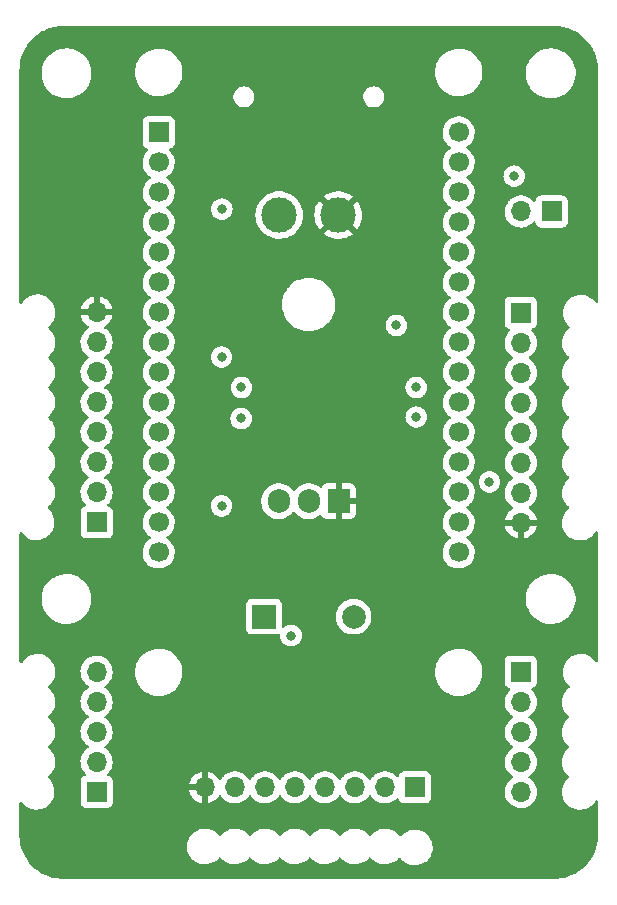
<source format=gbr>
%TF.GenerationSoftware,KiCad,Pcbnew,(6.0.7)*%
%TF.CreationDate,2022-11-12T16:10:30-08:00*%
%TF.ProjectId,Cublic,4375626c-6963-42e6-9b69-6361645f7063,rev?*%
%TF.SameCoordinates,Original*%
%TF.FileFunction,Copper,L3,Inr*%
%TF.FilePolarity,Positive*%
%FSLAX46Y46*%
G04 Gerber Fmt 4.6, Leading zero omitted, Abs format (unit mm)*
G04 Created by KiCad (PCBNEW (6.0.7)) date 2022-11-12 16:10:30*
%MOMM*%
%LPD*%
G01*
G04 APERTURE LIST*
%TA.AperFunction,ComponentPad*%
%ADD10R,1.700000X1.700000*%
%TD*%
%TA.AperFunction,ComponentPad*%
%ADD11O,1.700000X1.700000*%
%TD*%
%TA.AperFunction,ComponentPad*%
%ADD12C,1.700000*%
%TD*%
%TA.AperFunction,ComponentPad*%
%ADD13R,1.905000X2.000000*%
%TD*%
%TA.AperFunction,ComponentPad*%
%ADD14O,1.905000X2.000000*%
%TD*%
%TA.AperFunction,ComponentPad*%
%ADD15R,2.000000X2.000000*%
%TD*%
%TA.AperFunction,ComponentPad*%
%ADD16C,2.000000*%
%TD*%
%TA.AperFunction,ComponentPad*%
%ADD17C,3.000000*%
%TD*%
%TA.AperFunction,ViaPad*%
%ADD18C,0.800000*%
%TD*%
G04 APERTURE END LIST*
D10*
%TO.N,START*%
%TO.C,SW1*%
X20575000Y-16200000D03*
D11*
%TO.N,+5V*%
X17960000Y-16200000D03*
%TD*%
D10*
%TO.N,M3_ENCA*%
%TO.C,U3*%
X17960000Y-24762500D03*
D11*
%TO.N,M3_ENCB*%
X17960000Y-27302500D03*
%TO.N,+5V*%
X17960000Y-29842500D03*
%TO.N,M3_DIR*%
X17960000Y-32382500D03*
%TO.N,M3_PWM*%
X17960000Y-34922500D03*
%TO.N,EMO*%
X17960000Y-37462500D03*
%TO.N,GND*%
X17960000Y-40002500D03*
%TO.N,+BATT*%
X17960000Y-42542500D03*
%TD*%
D10*
%TO.N,M1_ENCA*%
%TO.C,U1*%
X-17960000Y-42506000D03*
D11*
%TO.N,M1_ENCB*%
X-17960000Y-39966000D03*
%TO.N,+5V*%
X-17960000Y-37426000D03*
%TO.N,M1_DIR*%
X-17960000Y-34886000D03*
%TO.N,M1_PWM*%
X-17960000Y-32346000D03*
%TO.N,EMO*%
X-17960000Y-29806000D03*
%TO.N,GND*%
X-17960000Y-27266000D03*
%TO.N,+BATT*%
X-17960000Y-24726000D03*
%TD*%
D10*
%TO.N,unconnected-(U5-Pad1)*%
%TO.C,U5*%
X-12700000Y-9500000D03*
D12*
%TO.N,unconnected-(U5-Pad2)*%
X-12700000Y-12040000D03*
%TO.N,unconnected-(U5-Pad3)*%
X-12700000Y-14580000D03*
%TO.N,Vsense*%
X-12700000Y-17120000D03*
%TO.N,unconnected-(U5-Pad5)*%
X-12700000Y-19660000D03*
%TO.N,M1_DIR*%
X-12700000Y-22200000D03*
%TO.N,M1_PWM*%
X-12700000Y-24740000D03*
%TO.N,M2_DIR*%
X-12700000Y-27280000D03*
%TO.N,M2_PWM*%
X-12700000Y-29820000D03*
%TO.N,M3_DIR*%
X-12700000Y-32360000D03*
%TO.N,M3_PWM*%
X-12700000Y-34900000D03*
%TO.N,unconnected-(U5-Pad12)*%
X-12700000Y-37440000D03*
%TO.N,EMO*%
X-12700000Y-39980000D03*
%TO.N,GND*%
X-12700000Y-42520000D03*
%TO.N,+5V*%
X-12700000Y-45060000D03*
%TO.N,unconnected-(U5-Pad16)*%
X12700000Y-9500000D03*
%TO.N,SCL*%
X12700000Y-12040000D03*
%TO.N,unconnected-(U5-Pad18)*%
X12700000Y-14580000D03*
%TO.N,unconnected-(U5-Pad19)*%
X12700000Y-17120000D03*
%TO.N,SDA*%
X12700000Y-19660000D03*
%TO.N,START*%
X12700000Y-22200000D03*
%TO.N,Valarm*%
X12700000Y-24740000D03*
%TO.N,M1_ENCA*%
X12700000Y-27280000D03*
%TO.N,M1_ENCB*%
X12700000Y-29820000D03*
%TO.N,M2_ENCA*%
X12700000Y-32360000D03*
%TO.N,M2_ENCB*%
X12700000Y-34900000D03*
%TO.N,M3_ENCA*%
X12700000Y-37440000D03*
%TO.N,M3_ENCB*%
X12700000Y-39980000D03*
%TO.N,GND*%
X12700000Y-42520000D03*
%TO.N,+3V3*%
X12700000Y-45060000D03*
%TD*%
D11*
%TO.N,+BATT*%
%TO.C,U2*%
X-8792500Y-64960000D03*
%TO.N,GND*%
X-6252500Y-64960000D03*
%TO.N,EMO*%
X-3712500Y-64960000D03*
%TO.N,M2_PWM*%
X-1172500Y-64960000D03*
%TO.N,M2_DIR*%
X1367500Y-64960000D03*
%TO.N,+5V*%
X3907500Y-64960000D03*
%TO.N,M2_ENCB*%
X6447500Y-64960000D03*
D10*
%TO.N,M2_ENCA*%
X8987500Y-64960000D03*
%TD*%
D11*
%TO.N,N/C*%
%TO.C,U6*%
X17960000Y-65332500D03*
%TO.N,Net-(R14-Pad2)*%
X17960000Y-62792500D03*
%TO.N,SDA*%
X17960000Y-60252500D03*
%TO.N,GND*%
X17960000Y-57712500D03*
D10*
%TO.N,+5V*%
X17960000Y-55172500D03*
%TD*%
D11*
%TO.N,N/C*%
%TO.C,U7*%
X-17960000Y-55167500D03*
%TO.N,Net-(R16-Pad2)*%
X-17960000Y-57707500D03*
%TO.N,SDA*%
X-17960000Y-60247500D03*
%TO.N,GND*%
X-17960000Y-62787500D03*
D10*
%TO.N,+5V*%
X-17960000Y-65327500D03*
%TD*%
D13*
%TO.N,+BATT*%
%TO.C,U4*%
X2540000Y-40730000D03*
D14*
%TO.N,GND*%
X0Y-40730000D03*
%TO.N,+5V*%
X-2540000Y-40730000D03*
%TD*%
D15*
%TO.N,+5V*%
%TO.C,BZ1*%
X-3800000Y-50500000D03*
D16*
%TO.N,Net-(BZ1-Pad2)*%
X3800000Y-50500000D03*
%TD*%
D17*
%TO.N,+BATT*%
%TO.C,J1*%
X2500000Y-16500000D03*
%TO.N,GND*%
X-2500000Y-16500000D03*
%TD*%
D18*
%TO.N,GND*%
X-1500000Y-52100000D03*
X17400000Y-13200000D03*
%TO.N,M3_DIR*%
X9100000Y-31100000D03*
X-5700000Y-31100000D03*
%TO.N,M3_PWM*%
X9100000Y-33600000D03*
X-5725000Y-33725000D03*
%TO.N,GND*%
X-7382500Y-41117200D03*
%TO.N,M3_ENCB*%
X15300000Y-39100000D03*
%TO.N,Net-(Q1-Pad2)*%
X7415200Y-25842300D03*
%TO.N,+BATT*%
X-7337500Y-20825500D03*
%TO.N,GND*%
X-7375000Y-28525000D03*
X-7352000Y-15998000D03*
%TD*%
%TA.AperFunction,Conductor*%
%TO.N,+BATT*%
G36*
X20770018Y-510000D02*
G01*
X20784852Y-512310D01*
X20784855Y-512310D01*
X20793724Y-513691D01*
X20802627Y-512527D01*
X20802629Y-512527D01*
X20813078Y-511161D01*
X20835594Y-510249D01*
X21155654Y-525973D01*
X21167948Y-527184D01*
X21514052Y-578523D01*
X21526174Y-580933D01*
X21625630Y-605846D01*
X21865580Y-665951D01*
X21877412Y-669540D01*
X22206848Y-787414D01*
X22218272Y-792146D01*
X22534567Y-941742D01*
X22545472Y-947571D01*
X22845582Y-1127450D01*
X22855863Y-1134320D01*
X23136891Y-1342745D01*
X23146449Y-1350589D01*
X23405698Y-1585558D01*
X23414442Y-1594302D01*
X23649411Y-1853551D01*
X23657255Y-1863109D01*
X23865680Y-2144137D01*
X23872550Y-2154418D01*
X24052431Y-2454532D01*
X24058256Y-2465429D01*
X24102494Y-2558962D01*
X24207854Y-2781728D01*
X24212586Y-2793152D01*
X24330460Y-3122588D01*
X24334049Y-3134420D01*
X24419066Y-3473823D01*
X24421477Y-3485948D01*
X24469413Y-3809103D01*
X24472816Y-3832047D01*
X24474027Y-3844346D01*
X24485926Y-4086522D01*
X24489390Y-4157034D01*
X24488042Y-4182598D01*
X24486309Y-4193724D01*
X24489111Y-4215148D01*
X24490436Y-4225283D01*
X24491500Y-4241621D01*
X24491500Y-23804923D01*
X24471498Y-23873044D01*
X24417842Y-23919537D01*
X24347568Y-23929641D01*
X24282988Y-23900147D01*
X24261288Y-23875746D01*
X24222302Y-23818381D01*
X24219456Y-23814193D01*
X24052668Y-23637819D01*
X24013405Y-23607800D01*
X23863846Y-23493453D01*
X23863842Y-23493450D01*
X23859826Y-23490380D01*
X23850910Y-23485599D01*
X23662943Y-23384812D01*
X23645891Y-23375669D01*
X23416369Y-23296638D01*
X23317022Y-23279478D01*
X23181074Y-23255996D01*
X23181068Y-23255995D01*
X23177164Y-23255321D01*
X23173203Y-23255141D01*
X23173202Y-23255141D01*
X23149494Y-23254064D01*
X23149475Y-23254064D01*
X23148075Y-23254000D01*
X22978999Y-23254000D01*
X22976491Y-23254202D01*
X22976486Y-23254202D01*
X22803076Y-23268154D01*
X22803071Y-23268155D01*
X22798035Y-23268560D01*
X22793127Y-23269766D01*
X22793124Y-23269766D01*
X22602319Y-23316632D01*
X22562294Y-23326463D01*
X22557642Y-23328438D01*
X22557638Y-23328439D01*
X22450252Y-23374022D01*
X22338844Y-23421312D01*
X22334560Y-23424010D01*
X22137712Y-23547972D01*
X22137709Y-23547974D01*
X22133433Y-23550667D01*
X22129639Y-23554012D01*
X21955142Y-23707850D01*
X21955139Y-23707853D01*
X21951345Y-23711198D01*
X21948135Y-23715106D01*
X21948134Y-23715107D01*
X21814004Y-23878401D01*
X21797266Y-23898778D01*
X21748221Y-23983046D01*
X21682573Y-24095840D01*
X21675159Y-24108578D01*
X21673346Y-24113301D01*
X21603233Y-24295954D01*
X21588167Y-24335202D01*
X21587133Y-24340152D01*
X21587132Y-24340155D01*
X21549034Y-24522522D01*
X21538526Y-24572820D01*
X21527514Y-24815317D01*
X21528095Y-24820337D01*
X21528095Y-24820341D01*
X21554805Y-25051182D01*
X21555415Y-25056456D01*
X21556791Y-25061320D01*
X21556792Y-25061323D01*
X21587076Y-25168345D01*
X21621510Y-25290032D01*
X21623644Y-25294608D01*
X21623646Y-25294614D01*
X21717105Y-25495038D01*
X21724099Y-25510036D01*
X21726940Y-25514217D01*
X21726941Y-25514218D01*
X21750572Y-25548990D01*
X21860544Y-25710807D01*
X22027332Y-25887181D01*
X22043063Y-25899208D01*
X22085030Y-25956471D01*
X22089376Y-26027335D01*
X22049859Y-26093818D01*
X21875142Y-26247850D01*
X21875139Y-26247853D01*
X21871345Y-26251198D01*
X21868135Y-26255106D01*
X21868134Y-26255107D01*
X21734004Y-26418401D01*
X21717266Y-26438778D01*
X21669315Y-26521166D01*
X21602420Y-26636103D01*
X21595159Y-26648578D01*
X21593346Y-26653301D01*
X21523233Y-26835954D01*
X21508167Y-26875202D01*
X21507133Y-26880152D01*
X21507132Y-26880155D01*
X21469034Y-27062522D01*
X21458526Y-27112820D01*
X21447514Y-27355317D01*
X21448095Y-27360337D01*
X21448095Y-27360341D01*
X21474734Y-27590569D01*
X21475415Y-27596456D01*
X21541510Y-27830032D01*
X21543644Y-27834608D01*
X21543646Y-27834614D01*
X21641962Y-28045454D01*
X21644099Y-28050036D01*
X21646940Y-28054217D01*
X21646941Y-28054218D01*
X21670572Y-28088990D01*
X21780544Y-28250807D01*
X21947332Y-28427181D01*
X21951358Y-28430259D01*
X21951359Y-28430260D01*
X22005907Y-28471965D01*
X22047875Y-28529230D01*
X22052220Y-28600093D01*
X22012703Y-28666575D01*
X21875142Y-28787850D01*
X21875139Y-28787853D01*
X21871345Y-28791198D01*
X21868135Y-28795106D01*
X21868134Y-28795107D01*
X21734004Y-28958401D01*
X21717266Y-28978778D01*
X21668862Y-29061944D01*
X21602573Y-29175840D01*
X21595159Y-29188578D01*
X21593346Y-29193301D01*
X21516385Y-29393794D01*
X21508167Y-29415202D01*
X21507133Y-29420152D01*
X21507132Y-29420155D01*
X21469034Y-29602522D01*
X21458526Y-29652820D01*
X21447514Y-29895317D01*
X21448095Y-29900337D01*
X21448095Y-29900341D01*
X21474734Y-30130569D01*
X21475415Y-30136456D01*
X21541510Y-30370032D01*
X21543644Y-30374608D01*
X21543646Y-30374614D01*
X21641962Y-30585454D01*
X21644099Y-30590036D01*
X21646940Y-30594217D01*
X21646941Y-30594218D01*
X21670572Y-30628990D01*
X21780544Y-30790807D01*
X21947332Y-30967181D01*
X21951358Y-30970259D01*
X21951359Y-30970260D01*
X22005907Y-31011965D01*
X22047875Y-31069230D01*
X22052220Y-31140093D01*
X22012703Y-31206575D01*
X21875142Y-31327850D01*
X21875139Y-31327853D01*
X21871345Y-31331198D01*
X21868135Y-31335106D01*
X21868134Y-31335107D01*
X21734004Y-31498401D01*
X21717266Y-31518778D01*
X21668221Y-31603046D01*
X21602573Y-31715840D01*
X21595159Y-31728578D01*
X21593346Y-31733301D01*
X21523233Y-31915954D01*
X21508167Y-31955202D01*
X21507133Y-31960152D01*
X21507132Y-31960155D01*
X21469034Y-32142522D01*
X21458526Y-32192820D01*
X21447514Y-32435317D01*
X21448095Y-32440337D01*
X21448095Y-32440341D01*
X21474734Y-32670569D01*
X21475415Y-32676456D01*
X21476791Y-32681320D01*
X21476792Y-32681323D01*
X21491667Y-32733891D01*
X21541510Y-32910032D01*
X21543644Y-32914608D01*
X21543646Y-32914614D01*
X21641962Y-33125454D01*
X21644099Y-33130036D01*
X21646940Y-33134217D01*
X21646941Y-33134218D01*
X21670572Y-33168990D01*
X21780544Y-33330807D01*
X21947332Y-33507181D01*
X21951358Y-33510259D01*
X21951359Y-33510260D01*
X22005907Y-33551965D01*
X22047875Y-33609230D01*
X22052220Y-33680093D01*
X22012703Y-33746575D01*
X21875142Y-33867850D01*
X21875139Y-33867853D01*
X21871345Y-33871198D01*
X21868135Y-33875106D01*
X21868134Y-33875107D01*
X21734004Y-34038401D01*
X21717266Y-34058778D01*
X21668916Y-34141852D01*
X21602573Y-34255840D01*
X21595159Y-34268578D01*
X21593346Y-34273301D01*
X21519335Y-34466109D01*
X21508167Y-34495202D01*
X21507133Y-34500152D01*
X21507132Y-34500155D01*
X21469034Y-34682522D01*
X21458526Y-34732820D01*
X21447514Y-34975317D01*
X21448095Y-34980337D01*
X21448095Y-34980341D01*
X21474734Y-35210569D01*
X21475415Y-35216456D01*
X21541510Y-35450032D01*
X21543644Y-35454608D01*
X21543646Y-35454614D01*
X21641962Y-35665454D01*
X21644099Y-35670036D01*
X21646940Y-35674217D01*
X21646941Y-35674218D01*
X21670572Y-35708990D01*
X21780544Y-35870807D01*
X21947332Y-36047181D01*
X21951358Y-36050259D01*
X21951359Y-36050260D01*
X22005907Y-36091965D01*
X22047875Y-36149230D01*
X22052220Y-36220093D01*
X22012703Y-36286575D01*
X21875142Y-36407850D01*
X21875139Y-36407853D01*
X21871345Y-36411198D01*
X21868135Y-36415106D01*
X21868134Y-36415107D01*
X21734004Y-36578401D01*
X21717266Y-36598778D01*
X21668221Y-36683046D01*
X21602573Y-36795840D01*
X21595159Y-36808578D01*
X21593346Y-36813301D01*
X21523233Y-36995954D01*
X21508167Y-37035202D01*
X21507133Y-37040152D01*
X21507132Y-37040155D01*
X21469034Y-37222522D01*
X21458526Y-37272820D01*
X21447514Y-37515317D01*
X21448095Y-37520337D01*
X21448095Y-37520341D01*
X21474734Y-37750569D01*
X21475415Y-37756456D01*
X21541510Y-37990032D01*
X21543644Y-37994608D01*
X21543646Y-37994614D01*
X21641962Y-38205454D01*
X21644099Y-38210036D01*
X21646940Y-38214217D01*
X21646941Y-38214218D01*
X21670572Y-38248990D01*
X21780544Y-38410807D01*
X21947332Y-38587181D01*
X21951358Y-38590259D01*
X21951359Y-38590260D01*
X22005907Y-38631965D01*
X22047875Y-38689230D01*
X22052220Y-38760093D01*
X22012703Y-38826575D01*
X21875142Y-38947850D01*
X21875139Y-38947853D01*
X21871345Y-38951198D01*
X21868135Y-38955106D01*
X21868134Y-38955107D01*
X21734004Y-39118401D01*
X21717266Y-39138778D01*
X21662158Y-39233462D01*
X21602573Y-39335840D01*
X21595159Y-39348578D01*
X21593346Y-39353301D01*
X21510251Y-39569774D01*
X21508167Y-39575202D01*
X21507133Y-39580152D01*
X21507132Y-39580155D01*
X21461852Y-39796901D01*
X21458526Y-39812820D01*
X21447514Y-40055317D01*
X21448095Y-40060337D01*
X21448095Y-40060341D01*
X21474734Y-40290569D01*
X21475415Y-40296456D01*
X21541510Y-40530032D01*
X21543644Y-40534608D01*
X21543646Y-40534614D01*
X21639382Y-40739921D01*
X21644099Y-40750036D01*
X21646940Y-40754217D01*
X21646941Y-40754218D01*
X21670572Y-40788990D01*
X21780544Y-40950807D01*
X21947332Y-41127181D01*
X21951358Y-41130259D01*
X21951359Y-41130260D01*
X22005907Y-41171965D01*
X22047875Y-41229230D01*
X22052220Y-41300093D01*
X22012703Y-41366575D01*
X21875142Y-41487850D01*
X21875139Y-41487853D01*
X21871345Y-41491198D01*
X21868135Y-41495106D01*
X21868134Y-41495107D01*
X21727501Y-41666318D01*
X21717266Y-41678778D01*
X21668221Y-41763046D01*
X21602573Y-41875840D01*
X21595159Y-41888578D01*
X21593346Y-41893301D01*
X21510788Y-42108375D01*
X21508167Y-42115202D01*
X21507133Y-42120152D01*
X21507132Y-42120155D01*
X21469034Y-42302522D01*
X21458526Y-42352820D01*
X21447514Y-42595317D01*
X21448095Y-42600337D01*
X21448095Y-42600341D01*
X21472704Y-42813023D01*
X21475415Y-42836456D01*
X21541510Y-43070032D01*
X21543644Y-43074608D01*
X21543646Y-43074614D01*
X21641962Y-43285454D01*
X21644099Y-43290036D01*
X21646940Y-43294217D01*
X21646941Y-43294218D01*
X21670572Y-43328990D01*
X21780544Y-43490807D01*
X21947332Y-43667181D01*
X21951358Y-43670259D01*
X21951359Y-43670260D01*
X22136154Y-43811547D01*
X22136158Y-43811550D01*
X22140174Y-43814620D01*
X22144632Y-43817010D01*
X22144633Y-43817011D01*
X22233200Y-43864500D01*
X22354109Y-43929331D01*
X22583631Y-44008362D01*
X22682978Y-44025522D01*
X22818926Y-44049004D01*
X22818932Y-44049005D01*
X22822836Y-44049679D01*
X22826797Y-44049859D01*
X22826798Y-44049859D01*
X22850506Y-44050936D01*
X22850525Y-44050936D01*
X22851925Y-44051000D01*
X23021001Y-44051000D01*
X23023509Y-44050798D01*
X23023514Y-44050798D01*
X23196924Y-44036846D01*
X23196929Y-44036845D01*
X23201965Y-44036440D01*
X23206873Y-44035234D01*
X23206876Y-44035234D01*
X23432792Y-43979744D01*
X23437706Y-43978537D01*
X23442358Y-43976562D01*
X23442362Y-43976561D01*
X23618494Y-43901797D01*
X23661156Y-43883688D01*
X23767629Y-43816638D01*
X23862288Y-43757028D01*
X23862291Y-43757026D01*
X23866567Y-43754333D01*
X23965422Y-43667181D01*
X24044858Y-43597150D01*
X24044861Y-43597147D01*
X24048655Y-43593802D01*
X24109783Y-43519383D01*
X24199526Y-43410128D01*
X24199528Y-43410125D01*
X24202734Y-43406222D01*
X24205279Y-43401850D01*
X24205282Y-43401845D01*
X24256602Y-43313670D01*
X24308155Y-43264857D01*
X24377915Y-43251664D01*
X24443734Y-43278281D01*
X24484713Y-43336257D01*
X24491500Y-43377051D01*
X24491500Y-54214923D01*
X24471498Y-54283044D01*
X24417842Y-54329537D01*
X24347568Y-54339641D01*
X24282988Y-54310147D01*
X24261288Y-54285746D01*
X24222302Y-54228381D01*
X24219456Y-54224193D01*
X24052668Y-54047819D01*
X24005319Y-54011618D01*
X23863846Y-53903453D01*
X23863842Y-53903450D01*
X23859826Y-53900380D01*
X23752929Y-53843062D01*
X23650352Y-53788061D01*
X23645891Y-53785669D01*
X23416369Y-53706638D01*
X23317022Y-53689478D01*
X23181074Y-53665996D01*
X23181068Y-53665995D01*
X23177164Y-53665321D01*
X23173203Y-53665141D01*
X23173202Y-53665141D01*
X23149494Y-53664064D01*
X23149475Y-53664064D01*
X23148075Y-53664000D01*
X22978999Y-53664000D01*
X22976491Y-53664202D01*
X22976486Y-53664202D01*
X22803076Y-53678154D01*
X22803071Y-53678155D01*
X22798035Y-53678560D01*
X22793127Y-53679766D01*
X22793124Y-53679766D01*
X22574606Y-53733439D01*
X22562294Y-53736463D01*
X22557642Y-53738438D01*
X22557638Y-53738439D01*
X22471648Y-53774940D01*
X22338844Y-53831312D01*
X22309853Y-53849569D01*
X22137712Y-53957972D01*
X22137709Y-53957974D01*
X22133433Y-53960667D01*
X22129639Y-53964012D01*
X21955142Y-54117850D01*
X21955139Y-54117853D01*
X21951345Y-54121198D01*
X21948135Y-54125106D01*
X21948134Y-54125107D01*
X21816185Y-54285746D01*
X21797266Y-54308778D01*
X21675159Y-54518578D01*
X21673346Y-54523301D01*
X21591225Y-54737236D01*
X21588167Y-54745202D01*
X21587133Y-54750152D01*
X21587132Y-54750155D01*
X21539571Y-54977820D01*
X21538526Y-54982820D01*
X21527514Y-55225317D01*
X21528095Y-55230337D01*
X21528095Y-55230341D01*
X21554729Y-55460523D01*
X21555415Y-55466456D01*
X21621510Y-55700032D01*
X21623644Y-55704608D01*
X21623646Y-55704614D01*
X21721767Y-55915036D01*
X21724099Y-55920036D01*
X21860544Y-56120807D01*
X22027332Y-56297181D01*
X22043063Y-56309208D01*
X22085030Y-56366471D01*
X22089376Y-56437335D01*
X22049859Y-56503818D01*
X21875142Y-56657850D01*
X21875139Y-56657853D01*
X21871345Y-56661198D01*
X21868135Y-56665106D01*
X21868134Y-56665107D01*
X21788252Y-56762358D01*
X21717266Y-56848778D01*
X21595159Y-57058578D01*
X21593346Y-57063301D01*
X21514693Y-57268202D01*
X21508167Y-57285202D01*
X21507133Y-57290152D01*
X21507132Y-57290155D01*
X21459571Y-57517820D01*
X21458526Y-57522820D01*
X21447514Y-57765317D01*
X21448095Y-57770337D01*
X21448095Y-57770341D01*
X21474734Y-58000569D01*
X21475415Y-58006456D01*
X21541510Y-58240032D01*
X21543644Y-58244608D01*
X21543646Y-58244614D01*
X21641767Y-58455036D01*
X21644099Y-58460036D01*
X21780544Y-58660807D01*
X21947332Y-58837181D01*
X21951358Y-58840259D01*
X21951359Y-58840260D01*
X22005907Y-58881965D01*
X22047875Y-58939230D01*
X22052220Y-59010093D01*
X22012703Y-59076575D01*
X21875142Y-59197850D01*
X21875139Y-59197853D01*
X21871345Y-59201198D01*
X21717266Y-59388778D01*
X21595159Y-59598578D01*
X21593346Y-59603301D01*
X21514693Y-59808202D01*
X21508167Y-59825202D01*
X21507133Y-59830152D01*
X21507132Y-59830155D01*
X21459571Y-60057820D01*
X21458526Y-60062820D01*
X21447514Y-60305317D01*
X21448095Y-60310337D01*
X21448095Y-60310341D01*
X21474734Y-60540569D01*
X21475415Y-60546456D01*
X21541510Y-60780032D01*
X21543644Y-60784608D01*
X21543646Y-60784614D01*
X21641767Y-60995036D01*
X21644099Y-61000036D01*
X21780544Y-61200807D01*
X21947332Y-61377181D01*
X21951358Y-61380259D01*
X21951359Y-61380260D01*
X22005907Y-61421965D01*
X22047875Y-61479230D01*
X22052220Y-61550093D01*
X22012703Y-61616575D01*
X21875142Y-61737850D01*
X21875139Y-61737853D01*
X21871345Y-61741198D01*
X21717266Y-61928778D01*
X21595159Y-62138578D01*
X21593346Y-62143301D01*
X21514693Y-62348202D01*
X21508167Y-62365202D01*
X21507133Y-62370152D01*
X21507132Y-62370155D01*
X21459571Y-62597820D01*
X21458526Y-62602820D01*
X21447514Y-62845317D01*
X21448095Y-62850337D01*
X21448095Y-62850341D01*
X21474734Y-63080569D01*
X21475415Y-63086456D01*
X21541510Y-63320032D01*
X21543644Y-63324608D01*
X21543646Y-63324614D01*
X21641767Y-63535036D01*
X21644099Y-63540036D01*
X21780544Y-63740807D01*
X21947332Y-63917181D01*
X21951358Y-63920259D01*
X21951359Y-63920260D01*
X22005907Y-63961965D01*
X22047875Y-64019230D01*
X22052220Y-64090093D01*
X22012703Y-64156575D01*
X21875142Y-64277850D01*
X21875139Y-64277853D01*
X21871345Y-64281198D01*
X21868135Y-64285106D01*
X21868134Y-64285107D01*
X21731852Y-64451021D01*
X21717266Y-64468778D01*
X21595159Y-64678578D01*
X21593346Y-64683301D01*
X21526628Y-64857110D01*
X21508167Y-64905202D01*
X21507133Y-64910152D01*
X21507132Y-64910155D01*
X21471189Y-65082207D01*
X21458526Y-65142820D01*
X21447514Y-65385317D01*
X21448095Y-65390337D01*
X21448095Y-65390341D01*
X21474734Y-65620569D01*
X21475415Y-65626456D01*
X21476791Y-65631320D01*
X21476792Y-65631323D01*
X21515748Y-65768990D01*
X21541510Y-65860032D01*
X21543644Y-65864608D01*
X21543646Y-65864614D01*
X21641767Y-66075036D01*
X21644099Y-66080036D01*
X21780544Y-66280807D01*
X21947332Y-66457181D01*
X21951358Y-66460259D01*
X21951359Y-66460260D01*
X22136154Y-66601547D01*
X22136158Y-66601550D01*
X22140174Y-66604620D01*
X22144632Y-66607010D01*
X22144633Y-66607011D01*
X22255626Y-66666525D01*
X22354109Y-66719331D01*
X22583631Y-66798362D01*
X22682978Y-66815522D01*
X22818926Y-66839004D01*
X22818932Y-66839005D01*
X22822836Y-66839679D01*
X22826797Y-66839859D01*
X22826798Y-66839859D01*
X22850506Y-66840936D01*
X22850525Y-66840936D01*
X22851925Y-66841000D01*
X23021001Y-66841000D01*
X23023509Y-66840798D01*
X23023514Y-66840798D01*
X23196924Y-66826846D01*
X23196929Y-66826845D01*
X23201965Y-66826440D01*
X23206873Y-66825234D01*
X23206876Y-66825234D01*
X23432792Y-66769744D01*
X23437706Y-66768537D01*
X23442358Y-66766562D01*
X23442362Y-66766561D01*
X23631993Y-66686067D01*
X23661156Y-66673688D01*
X23767037Y-66607011D01*
X23862288Y-66547028D01*
X23862291Y-66547026D01*
X23866567Y-66544333D01*
X23967601Y-66455260D01*
X24044858Y-66387150D01*
X24044861Y-66387147D01*
X24048655Y-66383802D01*
X24052762Y-66378802D01*
X24199526Y-66200128D01*
X24199528Y-66200125D01*
X24202734Y-66196222D01*
X24205279Y-66191850D01*
X24205282Y-66191845D01*
X24256602Y-66103670D01*
X24308155Y-66054857D01*
X24377915Y-66041664D01*
X24443734Y-66068281D01*
X24484713Y-66126257D01*
X24491500Y-66167051D01*
X24491500Y-68950633D01*
X24490000Y-68970018D01*
X24489269Y-68974717D01*
X24486309Y-68993724D01*
X24487473Y-69002627D01*
X24487473Y-69002629D01*
X24488839Y-69013078D01*
X24489751Y-69035594D01*
X24476463Y-69306078D01*
X24474028Y-69355648D01*
X24472816Y-69367948D01*
X24452059Y-69507886D01*
X24421478Y-69714049D01*
X24419067Y-69726174D01*
X24412830Y-69751071D01*
X24334049Y-70065580D01*
X24330460Y-70077412D01*
X24212586Y-70406848D01*
X24207854Y-70418272D01*
X24125274Y-70592873D01*
X24071043Y-70707536D01*
X24058258Y-70734567D01*
X24052431Y-70745468D01*
X24008358Y-70819000D01*
X23872550Y-71045582D01*
X23865680Y-71055863D01*
X23657255Y-71336891D01*
X23649411Y-71346449D01*
X23414442Y-71605698D01*
X23405698Y-71614442D01*
X23146449Y-71849411D01*
X23136891Y-71857255D01*
X22855863Y-72065680D01*
X22845582Y-72072550D01*
X22545472Y-72252429D01*
X22534567Y-72258258D01*
X22218272Y-72407854D01*
X22206848Y-72412586D01*
X21877412Y-72530460D01*
X21865580Y-72534049D01*
X21625629Y-72594154D01*
X21526174Y-72619067D01*
X21514052Y-72621477D01*
X21167948Y-72672816D01*
X21155654Y-72674027D01*
X20842962Y-72689390D01*
X20817402Y-72688042D01*
X20806276Y-72686309D01*
X20774714Y-72690436D01*
X20758379Y-72691500D01*
X-20750633Y-72691500D01*
X-20770018Y-72690000D01*
X-20784852Y-72687690D01*
X-20784855Y-72687690D01*
X-20793724Y-72686309D01*
X-20802627Y-72687473D01*
X-20802629Y-72687473D01*
X-20813078Y-72688839D01*
X-20835594Y-72689751D01*
X-21155654Y-72674027D01*
X-21167948Y-72672816D01*
X-21514052Y-72621477D01*
X-21526174Y-72619067D01*
X-21625629Y-72594154D01*
X-21865580Y-72534049D01*
X-21877412Y-72530460D01*
X-22206847Y-72412586D01*
X-22218271Y-72407854D01*
X-22534566Y-72258258D01*
X-22545471Y-72252429D01*
X-22845581Y-72072549D01*
X-22855862Y-72065679D01*
X-23136890Y-71857254D01*
X-23146448Y-71849410D01*
X-23405697Y-71614441D01*
X-23414441Y-71605697D01*
X-23649410Y-71346448D01*
X-23657254Y-71336890D01*
X-23865679Y-71055862D01*
X-23872549Y-71045581D01*
X-24052429Y-70745471D01*
X-24058258Y-70734566D01*
X-24207854Y-70418271D01*
X-24212586Y-70406847D01*
X-24330460Y-70077412D01*
X-24334049Y-70065580D01*
X-24347266Y-70012817D01*
X-10304986Y-70012817D01*
X-10277085Y-70253956D01*
X-10210990Y-70487532D01*
X-10208856Y-70492108D01*
X-10208854Y-70492114D01*
X-10110538Y-70702954D01*
X-10108401Y-70707536D01*
X-9971956Y-70908307D01*
X-9805168Y-71084681D01*
X-9801142Y-71087759D01*
X-9801141Y-71087760D01*
X-9616346Y-71229047D01*
X-9616342Y-71229050D01*
X-9612326Y-71232120D01*
X-9607868Y-71234510D01*
X-9607867Y-71234511D01*
X-9570535Y-71254528D01*
X-9398391Y-71346831D01*
X-9168869Y-71425862D01*
X-9069522Y-71443022D01*
X-8933574Y-71466504D01*
X-8933568Y-71466505D01*
X-8929664Y-71467179D01*
X-8925703Y-71467359D01*
X-8925702Y-71467359D01*
X-8901994Y-71468436D01*
X-8901975Y-71468436D01*
X-8900575Y-71468500D01*
X-8731499Y-71468500D01*
X-8728991Y-71468298D01*
X-8728986Y-71468298D01*
X-8555576Y-71454346D01*
X-8555571Y-71454345D01*
X-8550535Y-71453940D01*
X-8545627Y-71452734D01*
X-8545624Y-71452734D01*
X-8319708Y-71397244D01*
X-8314794Y-71396037D01*
X-8310142Y-71394062D01*
X-8310138Y-71394061D01*
X-8122731Y-71314511D01*
X-8091344Y-71301188D01*
X-7985463Y-71234511D01*
X-7890212Y-71174528D01*
X-7890209Y-71174526D01*
X-7885933Y-71171833D01*
X-7787078Y-71084681D01*
X-7707642Y-71014650D01*
X-7707639Y-71014647D01*
X-7703845Y-71011302D01*
X-7681517Y-70984120D01*
X-7622746Y-70912570D01*
X-7564051Y-70872627D01*
X-7493079Y-70870757D01*
X-7432541Y-70907446D01*
X-7431956Y-70908307D01*
X-7265168Y-71084681D01*
X-7261142Y-71087759D01*
X-7261141Y-71087760D01*
X-7076346Y-71229047D01*
X-7076342Y-71229050D01*
X-7072326Y-71232120D01*
X-7067868Y-71234510D01*
X-7067867Y-71234511D01*
X-7030535Y-71254528D01*
X-6858391Y-71346831D01*
X-6628869Y-71425862D01*
X-6529522Y-71443022D01*
X-6393574Y-71466504D01*
X-6393568Y-71466505D01*
X-6389664Y-71467179D01*
X-6385703Y-71467359D01*
X-6385702Y-71467359D01*
X-6361994Y-71468436D01*
X-6361975Y-71468436D01*
X-6360575Y-71468500D01*
X-6191499Y-71468500D01*
X-6188991Y-71468298D01*
X-6188986Y-71468298D01*
X-6015576Y-71454346D01*
X-6015571Y-71454345D01*
X-6010535Y-71453940D01*
X-6005627Y-71452734D01*
X-6005624Y-71452734D01*
X-5779708Y-71397244D01*
X-5774794Y-71396037D01*
X-5770142Y-71394062D01*
X-5770138Y-71394061D01*
X-5582731Y-71314511D01*
X-5551344Y-71301188D01*
X-5445463Y-71234511D01*
X-5350212Y-71174528D01*
X-5350209Y-71174526D01*
X-5345933Y-71171833D01*
X-5247078Y-71084681D01*
X-5167642Y-71014650D01*
X-5167639Y-71014647D01*
X-5163845Y-71011302D01*
X-5141517Y-70984120D01*
X-5082746Y-70912570D01*
X-5024051Y-70872627D01*
X-4953079Y-70870757D01*
X-4892541Y-70907446D01*
X-4891956Y-70908307D01*
X-4725168Y-71084681D01*
X-4721142Y-71087759D01*
X-4721141Y-71087760D01*
X-4536346Y-71229047D01*
X-4536342Y-71229050D01*
X-4532326Y-71232120D01*
X-4527868Y-71234510D01*
X-4527867Y-71234511D01*
X-4490535Y-71254528D01*
X-4318391Y-71346831D01*
X-4088869Y-71425862D01*
X-3989522Y-71443022D01*
X-3853574Y-71466504D01*
X-3853568Y-71466505D01*
X-3849664Y-71467179D01*
X-3845703Y-71467359D01*
X-3845702Y-71467359D01*
X-3821994Y-71468436D01*
X-3821975Y-71468436D01*
X-3820575Y-71468500D01*
X-3651499Y-71468500D01*
X-3648991Y-71468298D01*
X-3648986Y-71468298D01*
X-3475576Y-71454346D01*
X-3475571Y-71454345D01*
X-3470535Y-71453940D01*
X-3465627Y-71452734D01*
X-3465624Y-71452734D01*
X-3239708Y-71397244D01*
X-3234794Y-71396037D01*
X-3230142Y-71394062D01*
X-3230138Y-71394061D01*
X-3042731Y-71314511D01*
X-3011344Y-71301188D01*
X-2905463Y-71234511D01*
X-2810212Y-71174528D01*
X-2810209Y-71174526D01*
X-2805933Y-71171833D01*
X-2707078Y-71084681D01*
X-2627642Y-71014650D01*
X-2627639Y-71014647D01*
X-2623845Y-71011302D01*
X-2601517Y-70984120D01*
X-2542746Y-70912570D01*
X-2484051Y-70872627D01*
X-2413079Y-70870757D01*
X-2352541Y-70907446D01*
X-2351956Y-70908307D01*
X-2185168Y-71084681D01*
X-2181142Y-71087759D01*
X-2181141Y-71087760D01*
X-1996346Y-71229047D01*
X-1996342Y-71229050D01*
X-1992326Y-71232120D01*
X-1987868Y-71234510D01*
X-1987867Y-71234511D01*
X-1950535Y-71254528D01*
X-1778391Y-71346831D01*
X-1548869Y-71425862D01*
X-1449522Y-71443022D01*
X-1313574Y-71466504D01*
X-1313568Y-71466505D01*
X-1309664Y-71467179D01*
X-1305703Y-71467359D01*
X-1305702Y-71467359D01*
X-1281994Y-71468436D01*
X-1281975Y-71468436D01*
X-1280575Y-71468500D01*
X-1111499Y-71468500D01*
X-1108991Y-71468298D01*
X-1108986Y-71468298D01*
X-935576Y-71454346D01*
X-935571Y-71454345D01*
X-930535Y-71453940D01*
X-925627Y-71452734D01*
X-925624Y-71452734D01*
X-699708Y-71397244D01*
X-694794Y-71396037D01*
X-690142Y-71394062D01*
X-690138Y-71394061D01*
X-502731Y-71314511D01*
X-471344Y-71301188D01*
X-365463Y-71234511D01*
X-270212Y-71174528D01*
X-270209Y-71174526D01*
X-265933Y-71171833D01*
X-167078Y-71084681D01*
X-87642Y-71014650D01*
X-87639Y-71014647D01*
X-83845Y-71011302D01*
X-61517Y-70984120D01*
X-2746Y-70912570D01*
X55949Y-70872627D01*
X126921Y-70870757D01*
X187459Y-70907446D01*
X188044Y-70908307D01*
X354832Y-71084681D01*
X358858Y-71087759D01*
X358859Y-71087760D01*
X543654Y-71229047D01*
X543658Y-71229050D01*
X547674Y-71232120D01*
X552132Y-71234510D01*
X552133Y-71234511D01*
X589465Y-71254528D01*
X761609Y-71346831D01*
X991131Y-71425862D01*
X1090478Y-71443022D01*
X1226426Y-71466504D01*
X1226432Y-71466505D01*
X1230336Y-71467179D01*
X1234297Y-71467359D01*
X1234298Y-71467359D01*
X1258006Y-71468436D01*
X1258025Y-71468436D01*
X1259425Y-71468500D01*
X1428501Y-71468500D01*
X1431009Y-71468298D01*
X1431014Y-71468298D01*
X1604424Y-71454346D01*
X1604429Y-71454345D01*
X1609465Y-71453940D01*
X1614373Y-71452734D01*
X1614376Y-71452734D01*
X1840292Y-71397244D01*
X1845206Y-71396037D01*
X1849858Y-71394062D01*
X1849862Y-71394061D01*
X2037269Y-71314511D01*
X2068656Y-71301188D01*
X2174537Y-71234511D01*
X2269788Y-71174528D01*
X2269791Y-71174526D01*
X2274067Y-71171833D01*
X2372922Y-71084681D01*
X2452358Y-71014650D01*
X2452361Y-71014647D01*
X2456155Y-71011302D01*
X2478483Y-70984120D01*
X2537254Y-70912570D01*
X2595949Y-70872627D01*
X2666921Y-70870757D01*
X2727459Y-70907446D01*
X2728044Y-70908307D01*
X2894832Y-71084681D01*
X2898858Y-71087759D01*
X2898859Y-71087760D01*
X3083654Y-71229047D01*
X3083658Y-71229050D01*
X3087674Y-71232120D01*
X3092132Y-71234510D01*
X3092133Y-71234511D01*
X3129465Y-71254528D01*
X3301609Y-71346831D01*
X3531131Y-71425862D01*
X3630478Y-71443022D01*
X3766426Y-71466504D01*
X3766432Y-71466505D01*
X3770336Y-71467179D01*
X3774297Y-71467359D01*
X3774298Y-71467359D01*
X3798006Y-71468436D01*
X3798025Y-71468436D01*
X3799425Y-71468500D01*
X3968501Y-71468500D01*
X3971009Y-71468298D01*
X3971014Y-71468298D01*
X4144424Y-71454346D01*
X4144429Y-71454345D01*
X4149465Y-71453940D01*
X4154373Y-71452734D01*
X4154376Y-71452734D01*
X4380292Y-71397244D01*
X4385206Y-71396037D01*
X4389858Y-71394062D01*
X4389862Y-71394061D01*
X4577269Y-71314511D01*
X4608656Y-71301188D01*
X4714537Y-71234511D01*
X4809788Y-71174528D01*
X4809791Y-71174526D01*
X4814067Y-71171833D01*
X4912922Y-71084681D01*
X4992358Y-71014650D01*
X4992361Y-71014647D01*
X4996155Y-71011302D01*
X5018483Y-70984120D01*
X5077254Y-70912570D01*
X5135949Y-70872627D01*
X5206921Y-70870757D01*
X5267459Y-70907446D01*
X5268044Y-70908307D01*
X5434832Y-71084681D01*
X5438858Y-71087759D01*
X5438859Y-71087760D01*
X5623654Y-71229047D01*
X5623658Y-71229050D01*
X5627674Y-71232120D01*
X5632132Y-71234510D01*
X5632133Y-71234511D01*
X5669465Y-71254528D01*
X5841609Y-71346831D01*
X6071131Y-71425862D01*
X6170478Y-71443022D01*
X6306426Y-71466504D01*
X6306432Y-71466505D01*
X6310336Y-71467179D01*
X6314297Y-71467359D01*
X6314298Y-71467359D01*
X6338006Y-71468436D01*
X6338025Y-71468436D01*
X6339425Y-71468500D01*
X6508501Y-71468500D01*
X6511009Y-71468298D01*
X6511014Y-71468298D01*
X6684424Y-71454346D01*
X6684429Y-71454345D01*
X6689465Y-71453940D01*
X6694373Y-71452734D01*
X6694376Y-71452734D01*
X6920292Y-71397244D01*
X6925206Y-71396037D01*
X6929858Y-71394062D01*
X6929862Y-71394061D01*
X7117269Y-71314511D01*
X7148656Y-71301188D01*
X7254537Y-71234511D01*
X7349788Y-71174528D01*
X7349791Y-71174526D01*
X7354067Y-71171833D01*
X7452922Y-71084681D01*
X7532358Y-71014650D01*
X7532361Y-71014647D01*
X7536155Y-71011302D01*
X7555043Y-70988307D01*
X7586588Y-70949904D01*
X7645282Y-70909960D01*
X7716254Y-70908090D01*
X7776971Y-70944887D01*
X7788164Y-70959055D01*
X7808044Y-70988307D01*
X7974832Y-71164681D01*
X7978858Y-71167759D01*
X7978859Y-71167760D01*
X8163654Y-71309047D01*
X8163658Y-71309050D01*
X8167674Y-71312120D01*
X8172132Y-71314510D01*
X8172133Y-71314511D01*
X8223144Y-71341863D01*
X8381609Y-71426831D01*
X8611131Y-71505862D01*
X8710478Y-71523022D01*
X8846426Y-71546504D01*
X8846432Y-71546505D01*
X8850336Y-71547179D01*
X8854297Y-71547359D01*
X8854298Y-71547359D01*
X8878006Y-71548436D01*
X8878025Y-71548436D01*
X8879425Y-71548500D01*
X9048501Y-71548500D01*
X9051009Y-71548298D01*
X9051014Y-71548298D01*
X9224424Y-71534346D01*
X9224429Y-71534345D01*
X9229465Y-71533940D01*
X9234373Y-71532734D01*
X9234376Y-71532734D01*
X9460292Y-71477244D01*
X9465206Y-71476037D01*
X9469858Y-71474062D01*
X9469862Y-71474061D01*
X9683998Y-71383165D01*
X9688656Y-71381188D01*
X9794537Y-71314511D01*
X9889788Y-71254528D01*
X9889791Y-71254526D01*
X9894067Y-71251833D01*
X9992922Y-71164681D01*
X10072358Y-71094650D01*
X10072361Y-71094647D01*
X10076155Y-71091302D01*
X10113710Y-71045582D01*
X10227026Y-70907628D01*
X10227028Y-70907625D01*
X10230234Y-70903722D01*
X10328686Y-70734566D01*
X10349799Y-70698290D01*
X10349800Y-70698288D01*
X10352341Y-70693922D01*
X10439333Y-70467298D01*
X10449575Y-70418272D01*
X10487940Y-70234631D01*
X10487940Y-70234627D01*
X10488974Y-70229680D01*
X10499986Y-69987183D01*
X10472085Y-69746044D01*
X10463032Y-69714049D01*
X10407366Y-69517331D01*
X10405990Y-69512468D01*
X10403856Y-69507892D01*
X10403854Y-69507886D01*
X10305538Y-69297046D01*
X10305536Y-69297042D01*
X10303401Y-69292464D01*
X10166956Y-69091693D01*
X10000168Y-68915319D01*
X9900346Y-68838999D01*
X9811346Y-68770953D01*
X9811342Y-68770950D01*
X9807326Y-68767880D01*
X9770562Y-68748167D01*
X9597852Y-68655561D01*
X9593391Y-68653169D01*
X9363869Y-68574138D01*
X9264522Y-68556978D01*
X9128574Y-68533496D01*
X9128568Y-68533495D01*
X9124664Y-68532821D01*
X9120703Y-68532641D01*
X9120702Y-68532641D01*
X9096994Y-68531564D01*
X9096975Y-68531564D01*
X9095575Y-68531500D01*
X8926499Y-68531500D01*
X8923991Y-68531702D01*
X8923986Y-68531702D01*
X8750576Y-68545654D01*
X8750571Y-68545655D01*
X8745535Y-68546060D01*
X8740627Y-68547266D01*
X8740624Y-68547266D01*
X8625427Y-68575561D01*
X8509794Y-68603963D01*
X8505142Y-68605938D01*
X8505138Y-68605939D01*
X8397752Y-68651522D01*
X8286344Y-68698812D01*
X8282060Y-68701510D01*
X8085212Y-68825472D01*
X8085209Y-68825474D01*
X8080933Y-68828167D01*
X8035334Y-68868367D01*
X7902642Y-68985350D01*
X7902639Y-68985353D01*
X7898845Y-68988698D01*
X7895630Y-68992612D01*
X7895629Y-68992613D01*
X7848412Y-69050096D01*
X7789718Y-69090040D01*
X7718746Y-69091910D01*
X7658029Y-69055113D01*
X7646835Y-69040944D01*
X7629802Y-69015880D01*
X7629799Y-69015876D01*
X7626956Y-69011693D01*
X7460168Y-68835319D01*
X7371962Y-68767880D01*
X7271346Y-68690953D01*
X7271342Y-68690950D01*
X7267326Y-68687880D01*
X7053391Y-68573169D01*
X6823869Y-68494138D01*
X6724522Y-68476978D01*
X6588574Y-68453496D01*
X6588568Y-68453495D01*
X6584664Y-68452821D01*
X6580703Y-68452641D01*
X6580702Y-68452641D01*
X6556994Y-68451564D01*
X6556975Y-68451564D01*
X6555575Y-68451500D01*
X6386499Y-68451500D01*
X6383991Y-68451702D01*
X6383986Y-68451702D01*
X6210576Y-68465654D01*
X6210571Y-68465655D01*
X6205535Y-68466060D01*
X6200627Y-68467266D01*
X6200624Y-68467266D01*
X6084507Y-68495787D01*
X5969794Y-68523963D01*
X5965142Y-68525938D01*
X5965138Y-68525939D01*
X5857752Y-68571522D01*
X5746344Y-68618812D01*
X5742060Y-68621510D01*
X5545212Y-68745472D01*
X5545209Y-68745474D01*
X5540933Y-68748167D01*
X5537139Y-68751512D01*
X5362642Y-68905350D01*
X5362639Y-68905353D01*
X5358845Y-68908698D01*
X5355635Y-68912606D01*
X5355634Y-68912607D01*
X5277746Y-69007430D01*
X5219051Y-69047373D01*
X5148079Y-69049243D01*
X5087541Y-69012554D01*
X5086956Y-69011693D01*
X4920168Y-68835319D01*
X4831962Y-68767880D01*
X4731346Y-68690953D01*
X4731342Y-68690950D01*
X4727326Y-68687880D01*
X4513391Y-68573169D01*
X4283869Y-68494138D01*
X4184522Y-68476978D01*
X4048574Y-68453496D01*
X4048568Y-68453495D01*
X4044664Y-68452821D01*
X4040703Y-68452641D01*
X4040702Y-68452641D01*
X4016994Y-68451564D01*
X4016975Y-68451564D01*
X4015575Y-68451500D01*
X3846499Y-68451500D01*
X3843991Y-68451702D01*
X3843986Y-68451702D01*
X3670576Y-68465654D01*
X3670571Y-68465655D01*
X3665535Y-68466060D01*
X3660627Y-68467266D01*
X3660624Y-68467266D01*
X3544507Y-68495787D01*
X3429794Y-68523963D01*
X3425142Y-68525938D01*
X3425138Y-68525939D01*
X3317752Y-68571522D01*
X3206344Y-68618812D01*
X3202060Y-68621510D01*
X3005212Y-68745472D01*
X3005209Y-68745474D01*
X3000933Y-68748167D01*
X2997139Y-68751512D01*
X2822642Y-68905350D01*
X2822639Y-68905353D01*
X2818845Y-68908698D01*
X2815635Y-68912606D01*
X2815634Y-68912607D01*
X2737746Y-69007430D01*
X2679051Y-69047373D01*
X2608079Y-69049243D01*
X2547541Y-69012554D01*
X2546956Y-69011693D01*
X2380168Y-68835319D01*
X2291962Y-68767880D01*
X2191346Y-68690953D01*
X2191342Y-68690950D01*
X2187326Y-68687880D01*
X1973391Y-68573169D01*
X1743869Y-68494138D01*
X1644522Y-68476978D01*
X1508574Y-68453496D01*
X1508568Y-68453495D01*
X1504664Y-68452821D01*
X1500703Y-68452641D01*
X1500702Y-68452641D01*
X1476994Y-68451564D01*
X1476975Y-68451564D01*
X1475575Y-68451500D01*
X1306499Y-68451500D01*
X1303991Y-68451702D01*
X1303986Y-68451702D01*
X1130576Y-68465654D01*
X1130571Y-68465655D01*
X1125535Y-68466060D01*
X1120627Y-68467266D01*
X1120624Y-68467266D01*
X1004507Y-68495787D01*
X889794Y-68523963D01*
X885142Y-68525938D01*
X885138Y-68525939D01*
X777752Y-68571522D01*
X666344Y-68618812D01*
X662060Y-68621510D01*
X465212Y-68745472D01*
X465209Y-68745474D01*
X460933Y-68748167D01*
X457139Y-68751512D01*
X282642Y-68905350D01*
X282639Y-68905353D01*
X278845Y-68908698D01*
X275635Y-68912606D01*
X275634Y-68912607D01*
X197746Y-69007430D01*
X139051Y-69047373D01*
X68079Y-69049243D01*
X7541Y-69012554D01*
X6956Y-69011693D01*
X-159832Y-68835319D01*
X-248038Y-68767880D01*
X-348654Y-68690953D01*
X-348658Y-68690950D01*
X-352674Y-68687880D01*
X-566609Y-68573169D01*
X-796131Y-68494138D01*
X-895478Y-68476978D01*
X-1031426Y-68453496D01*
X-1031432Y-68453495D01*
X-1035336Y-68452821D01*
X-1039297Y-68452641D01*
X-1039298Y-68452641D01*
X-1063006Y-68451564D01*
X-1063025Y-68451564D01*
X-1064425Y-68451500D01*
X-1233501Y-68451500D01*
X-1236009Y-68451702D01*
X-1236014Y-68451702D01*
X-1409424Y-68465654D01*
X-1409429Y-68465655D01*
X-1414465Y-68466060D01*
X-1419373Y-68467266D01*
X-1419376Y-68467266D01*
X-1535493Y-68495787D01*
X-1650206Y-68523963D01*
X-1654858Y-68525938D01*
X-1654862Y-68525939D01*
X-1762248Y-68571522D01*
X-1873656Y-68618812D01*
X-1877940Y-68621510D01*
X-2074788Y-68745472D01*
X-2074791Y-68745474D01*
X-2079067Y-68748167D01*
X-2082861Y-68751512D01*
X-2257358Y-68905350D01*
X-2257361Y-68905353D01*
X-2261155Y-68908698D01*
X-2264365Y-68912606D01*
X-2264366Y-68912607D01*
X-2342254Y-69007430D01*
X-2400949Y-69047373D01*
X-2471921Y-69049243D01*
X-2532459Y-69012554D01*
X-2533044Y-69011693D01*
X-2699832Y-68835319D01*
X-2788038Y-68767880D01*
X-2888654Y-68690953D01*
X-2888658Y-68690950D01*
X-2892674Y-68687880D01*
X-3106609Y-68573169D01*
X-3336131Y-68494138D01*
X-3435478Y-68476978D01*
X-3571426Y-68453496D01*
X-3571432Y-68453495D01*
X-3575336Y-68452821D01*
X-3579297Y-68452641D01*
X-3579298Y-68452641D01*
X-3603006Y-68451564D01*
X-3603025Y-68451564D01*
X-3604425Y-68451500D01*
X-3773501Y-68451500D01*
X-3776009Y-68451702D01*
X-3776014Y-68451702D01*
X-3949424Y-68465654D01*
X-3949429Y-68465655D01*
X-3954465Y-68466060D01*
X-3959373Y-68467266D01*
X-3959376Y-68467266D01*
X-4075493Y-68495787D01*
X-4190206Y-68523963D01*
X-4194858Y-68525938D01*
X-4194862Y-68525939D01*
X-4302248Y-68571522D01*
X-4413656Y-68618812D01*
X-4417940Y-68621510D01*
X-4614788Y-68745472D01*
X-4614791Y-68745474D01*
X-4619067Y-68748167D01*
X-4622861Y-68751512D01*
X-4797358Y-68905350D01*
X-4797361Y-68905353D01*
X-4801155Y-68908698D01*
X-4804365Y-68912606D01*
X-4804366Y-68912607D01*
X-4882254Y-69007430D01*
X-4940949Y-69047373D01*
X-5011921Y-69049243D01*
X-5072459Y-69012554D01*
X-5073044Y-69011693D01*
X-5239832Y-68835319D01*
X-5328038Y-68767880D01*
X-5428654Y-68690953D01*
X-5428658Y-68690950D01*
X-5432674Y-68687880D01*
X-5646609Y-68573169D01*
X-5876131Y-68494138D01*
X-5975478Y-68476978D01*
X-6111426Y-68453496D01*
X-6111432Y-68453495D01*
X-6115336Y-68452821D01*
X-6119297Y-68452641D01*
X-6119298Y-68452641D01*
X-6143006Y-68451564D01*
X-6143025Y-68451564D01*
X-6144425Y-68451500D01*
X-6313501Y-68451500D01*
X-6316009Y-68451702D01*
X-6316014Y-68451702D01*
X-6489424Y-68465654D01*
X-6489429Y-68465655D01*
X-6494465Y-68466060D01*
X-6499373Y-68467266D01*
X-6499376Y-68467266D01*
X-6615493Y-68495787D01*
X-6730206Y-68523963D01*
X-6734858Y-68525938D01*
X-6734862Y-68525939D01*
X-6842248Y-68571522D01*
X-6953656Y-68618812D01*
X-6957940Y-68621510D01*
X-7154788Y-68745472D01*
X-7154791Y-68745474D01*
X-7159067Y-68748167D01*
X-7162861Y-68751512D01*
X-7337358Y-68905350D01*
X-7337361Y-68905353D01*
X-7341155Y-68908698D01*
X-7344365Y-68912606D01*
X-7344366Y-68912607D01*
X-7422254Y-69007430D01*
X-7480949Y-69047373D01*
X-7551921Y-69049243D01*
X-7612459Y-69012554D01*
X-7613044Y-69011693D01*
X-7779832Y-68835319D01*
X-7868038Y-68767880D01*
X-7968654Y-68690953D01*
X-7968658Y-68690950D01*
X-7972674Y-68687880D01*
X-8186609Y-68573169D01*
X-8416131Y-68494138D01*
X-8515478Y-68476978D01*
X-8651426Y-68453496D01*
X-8651432Y-68453495D01*
X-8655336Y-68452821D01*
X-8659297Y-68452641D01*
X-8659298Y-68452641D01*
X-8683006Y-68451564D01*
X-8683025Y-68451564D01*
X-8684425Y-68451500D01*
X-8853501Y-68451500D01*
X-8856009Y-68451702D01*
X-8856014Y-68451702D01*
X-9029424Y-68465654D01*
X-9029429Y-68465655D01*
X-9034465Y-68466060D01*
X-9039373Y-68467266D01*
X-9039376Y-68467266D01*
X-9155493Y-68495787D01*
X-9270206Y-68523963D01*
X-9274858Y-68525938D01*
X-9274862Y-68525939D01*
X-9382248Y-68571522D01*
X-9493656Y-68618812D01*
X-9497940Y-68621510D01*
X-9694788Y-68745472D01*
X-9694791Y-68745474D01*
X-9699067Y-68748167D01*
X-9702861Y-68751512D01*
X-9877358Y-68905350D01*
X-9877361Y-68905353D01*
X-9881155Y-68908698D01*
X-9884365Y-68912606D01*
X-9884366Y-68912607D01*
X-10031646Y-69091910D01*
X-10035234Y-69096278D01*
X-10037776Y-69100646D01*
X-10149417Y-69292464D01*
X-10157341Y-69306078D01*
X-10244333Y-69532702D01*
X-10245367Y-69537652D01*
X-10245368Y-69537655D01*
X-10288902Y-69746044D01*
X-10293974Y-69770320D01*
X-10304986Y-70012817D01*
X-24347266Y-70012817D01*
X-24412830Y-69751071D01*
X-24419067Y-69726174D01*
X-24421478Y-69714049D01*
X-24452059Y-69507886D01*
X-24472816Y-69367948D01*
X-24474028Y-69355648D01*
X-24477132Y-69292464D01*
X-24489390Y-69042962D01*
X-24488042Y-69017402D01*
X-24486309Y-69006276D01*
X-24490436Y-68974714D01*
X-24491500Y-68958379D01*
X-24491500Y-66285077D01*
X-24471498Y-66216956D01*
X-24417842Y-66170463D01*
X-24347568Y-66160359D01*
X-24282988Y-66189853D01*
X-24261288Y-66214254D01*
X-24238361Y-66247990D01*
X-24219456Y-66275807D01*
X-24052668Y-66452181D01*
X-24048642Y-66455259D01*
X-24048641Y-66455260D01*
X-23863846Y-66596547D01*
X-23863842Y-66596550D01*
X-23859826Y-66599620D01*
X-23645891Y-66714331D01*
X-23416369Y-66793362D01*
X-23317022Y-66810522D01*
X-23181074Y-66834004D01*
X-23181068Y-66834005D01*
X-23177164Y-66834679D01*
X-23173203Y-66834859D01*
X-23173202Y-66834859D01*
X-23149494Y-66835936D01*
X-23149475Y-66835936D01*
X-23148075Y-66836000D01*
X-22978999Y-66836000D01*
X-22976491Y-66835798D01*
X-22976486Y-66835798D01*
X-22803076Y-66821846D01*
X-22803071Y-66821845D01*
X-22798035Y-66821440D01*
X-22793127Y-66820234D01*
X-22793124Y-66820234D01*
X-22567208Y-66764744D01*
X-22562294Y-66763537D01*
X-22557642Y-66761562D01*
X-22557638Y-66761561D01*
X-22380234Y-66686257D01*
X-22338844Y-66668688D01*
X-22237106Y-66604620D01*
X-22137712Y-66542028D01*
X-22137709Y-66542026D01*
X-22133433Y-66539333D01*
X-22087834Y-66499133D01*
X-21955142Y-66382150D01*
X-21955139Y-66382147D01*
X-21951345Y-66378802D01*
X-21944139Y-66370029D01*
X-21800474Y-66195128D01*
X-21800472Y-66195125D01*
X-21797266Y-66191222D01*
X-21710221Y-66041664D01*
X-21677701Y-65985790D01*
X-21677700Y-65985788D01*
X-21675159Y-65981422D01*
X-21630321Y-65864614D01*
X-21589980Y-65759522D01*
X-21589979Y-65759518D01*
X-21588167Y-65754798D01*
X-21586104Y-65744925D01*
X-21539560Y-65522131D01*
X-21539560Y-65522127D01*
X-21538526Y-65517180D01*
X-21527514Y-65274683D01*
X-21532919Y-65227966D01*
X-21554833Y-65038571D01*
X-21554834Y-65038567D01*
X-21555415Y-65033544D01*
X-21621510Y-64799968D01*
X-21623644Y-64795392D01*
X-21623646Y-64795386D01*
X-21721962Y-64584546D01*
X-21721964Y-64584542D01*
X-21724099Y-64579964D01*
X-21860544Y-64379193D01*
X-22027332Y-64202819D01*
X-22043063Y-64190792D01*
X-22085030Y-64133529D01*
X-22089376Y-64062665D01*
X-22049859Y-63996182D01*
X-21875142Y-63842150D01*
X-21875139Y-63842147D01*
X-21871345Y-63838802D01*
X-21863025Y-63828673D01*
X-21720474Y-63655128D01*
X-21720472Y-63655125D01*
X-21717266Y-63651222D01*
X-21630221Y-63501664D01*
X-21597701Y-63445790D01*
X-21597700Y-63445788D01*
X-21595159Y-63441422D01*
X-21581990Y-63407116D01*
X-21509980Y-63219522D01*
X-21509979Y-63219518D01*
X-21508167Y-63214798D01*
X-21506104Y-63204925D01*
X-21459560Y-62982131D01*
X-21459560Y-62982127D01*
X-21458526Y-62977180D01*
X-21448400Y-62754195D01*
X-19322749Y-62754195D01*
X-19322452Y-62759348D01*
X-19322452Y-62759351D01*
X-19316989Y-62854090D01*
X-19309890Y-62977215D01*
X-19308753Y-62982261D01*
X-19308752Y-62982267D01*
X-19307625Y-62987267D01*
X-19260778Y-63195139D01*
X-19176734Y-63402116D01*
X-19152647Y-63441422D01*
X-19082104Y-63556538D01*
X-19060013Y-63592588D01*
X-18913750Y-63761438D01*
X-18909770Y-63764742D01*
X-18905019Y-63768687D01*
X-18865384Y-63827590D01*
X-18863887Y-63898571D01*
X-18901003Y-63959093D01*
X-18941275Y-63983612D01*
X-18994630Y-64003614D01*
X-19056705Y-64026885D01*
X-19173261Y-64114239D01*
X-19260615Y-64230795D01*
X-19311745Y-64367184D01*
X-19318500Y-64429366D01*
X-19318500Y-66225634D01*
X-19311745Y-66287816D01*
X-19260615Y-66424205D01*
X-19173261Y-66540761D01*
X-19056705Y-66628115D01*
X-18920316Y-66679245D01*
X-18858134Y-66686000D01*
X-17061866Y-66686000D01*
X-16999684Y-66679245D01*
X-16863295Y-66628115D01*
X-16746739Y-66540761D01*
X-16659385Y-66424205D01*
X-16608255Y-66287816D01*
X-16601500Y-66225634D01*
X-16601500Y-65227966D01*
X-10124243Y-65227966D01*
X-10093935Y-65362446D01*
X-10090855Y-65372275D01*
X-10010730Y-65569603D01*
X-10006087Y-65578794D01*
X-9894806Y-65760388D01*
X-9888723Y-65768699D01*
X-9749287Y-65929667D01*
X-9741920Y-65936883D01*
X-9578066Y-66072916D01*
X-9569619Y-66078831D01*
X-9385744Y-66186279D01*
X-9376458Y-66190729D01*
X-9177499Y-66266703D01*
X-9167601Y-66269579D01*
X-9064250Y-66290606D01*
X-9050201Y-66289410D01*
X-9046500Y-66279065D01*
X-9046500Y-66278517D01*
X-8538500Y-66278517D01*
X-8534436Y-66292359D01*
X-8521022Y-66294393D01*
X-8514316Y-66293534D01*
X-8504238Y-66291392D01*
X-8300245Y-66230191D01*
X-8290658Y-66226433D01*
X-8099405Y-66132739D01*
X-8090555Y-66127464D01*
X-7917172Y-66003792D01*
X-7909300Y-65997139D01*
X-7758448Y-65846812D01*
X-7751770Y-65838965D01*
X-7624478Y-65661819D01*
X-7623221Y-65662722D01*
X-7576127Y-65619362D01*
X-7506189Y-65607145D01*
X-7440749Y-65634678D01*
X-7412921Y-65666511D01*
X-7352513Y-65765088D01*
X-7206250Y-65933938D01*
X-7034374Y-66076632D01*
X-6841500Y-66189338D01*
X-6836675Y-66191180D01*
X-6836674Y-66191181D01*
X-6834935Y-66191845D01*
X-6632808Y-66269030D01*
X-6627740Y-66270061D01*
X-6627737Y-66270062D01*
X-6532638Y-66289410D01*
X-6413903Y-66313567D01*
X-6408728Y-66313757D01*
X-6408726Y-66313757D01*
X-6195827Y-66321564D01*
X-6195823Y-66321564D01*
X-6190663Y-66321753D01*
X-6185543Y-66321097D01*
X-6185541Y-66321097D01*
X-5974212Y-66294025D01*
X-5974211Y-66294025D01*
X-5969084Y-66293368D01*
X-5964134Y-66291883D01*
X-5760071Y-66230661D01*
X-5760066Y-66230659D01*
X-5755116Y-66229174D01*
X-5554506Y-66130896D01*
X-5372640Y-66001173D01*
X-5214404Y-65843489D01*
X-5211144Y-65838953D01*
X-5084047Y-65662077D01*
X-5082724Y-65663028D01*
X-5035855Y-65619857D01*
X-4965920Y-65607625D01*
X-4900474Y-65635144D01*
X-4872625Y-65666994D01*
X-4812513Y-65765088D01*
X-4666250Y-65933938D01*
X-4494374Y-66076632D01*
X-4301500Y-66189338D01*
X-4296675Y-66191180D01*
X-4296674Y-66191181D01*
X-4294935Y-66191845D01*
X-4092808Y-66269030D01*
X-4087740Y-66270061D01*
X-4087737Y-66270062D01*
X-3992638Y-66289410D01*
X-3873903Y-66313567D01*
X-3868728Y-66313757D01*
X-3868726Y-66313757D01*
X-3655827Y-66321564D01*
X-3655823Y-66321564D01*
X-3650663Y-66321753D01*
X-3645543Y-66321097D01*
X-3645541Y-66321097D01*
X-3434212Y-66294025D01*
X-3434211Y-66294025D01*
X-3429084Y-66293368D01*
X-3424134Y-66291883D01*
X-3220071Y-66230661D01*
X-3220066Y-66230659D01*
X-3215116Y-66229174D01*
X-3014506Y-66130896D01*
X-2832640Y-66001173D01*
X-2674404Y-65843489D01*
X-2671144Y-65838953D01*
X-2544047Y-65662077D01*
X-2542724Y-65663028D01*
X-2495855Y-65619857D01*
X-2425920Y-65607625D01*
X-2360474Y-65635144D01*
X-2332625Y-65666994D01*
X-2272513Y-65765088D01*
X-2126250Y-65933938D01*
X-1954374Y-66076632D01*
X-1761500Y-66189338D01*
X-1756675Y-66191180D01*
X-1756674Y-66191181D01*
X-1754935Y-66191845D01*
X-1552808Y-66269030D01*
X-1547740Y-66270061D01*
X-1547737Y-66270062D01*
X-1452638Y-66289410D01*
X-1333903Y-66313567D01*
X-1328728Y-66313757D01*
X-1328726Y-66313757D01*
X-1115827Y-66321564D01*
X-1115823Y-66321564D01*
X-1110663Y-66321753D01*
X-1105543Y-66321097D01*
X-1105541Y-66321097D01*
X-894212Y-66294025D01*
X-894211Y-66294025D01*
X-889084Y-66293368D01*
X-884134Y-66291883D01*
X-680071Y-66230661D01*
X-680066Y-66230659D01*
X-675116Y-66229174D01*
X-474506Y-66130896D01*
X-292640Y-66001173D01*
X-134404Y-65843489D01*
X-131144Y-65838953D01*
X-4047Y-65662077D01*
X-2724Y-65663028D01*
X44145Y-65619857D01*
X114080Y-65607625D01*
X179526Y-65635144D01*
X207375Y-65666994D01*
X267487Y-65765088D01*
X413750Y-65933938D01*
X585626Y-66076632D01*
X778500Y-66189338D01*
X783325Y-66191180D01*
X783326Y-66191181D01*
X785065Y-66191845D01*
X987192Y-66269030D01*
X992260Y-66270061D01*
X992263Y-66270062D01*
X1087362Y-66289410D01*
X1206097Y-66313567D01*
X1211272Y-66313757D01*
X1211274Y-66313757D01*
X1424173Y-66321564D01*
X1424177Y-66321564D01*
X1429337Y-66321753D01*
X1434457Y-66321097D01*
X1434459Y-66321097D01*
X1645788Y-66294025D01*
X1645789Y-66294025D01*
X1650916Y-66293368D01*
X1655866Y-66291883D01*
X1859929Y-66230661D01*
X1859934Y-66230659D01*
X1864884Y-66229174D01*
X2065494Y-66130896D01*
X2247360Y-66001173D01*
X2405596Y-65843489D01*
X2408856Y-65838953D01*
X2535953Y-65662077D01*
X2537276Y-65663028D01*
X2584145Y-65619857D01*
X2654080Y-65607625D01*
X2719526Y-65635144D01*
X2747375Y-65666994D01*
X2807487Y-65765088D01*
X2953750Y-65933938D01*
X3125626Y-66076632D01*
X3318500Y-66189338D01*
X3323325Y-66191180D01*
X3323326Y-66191181D01*
X3325065Y-66191845D01*
X3527192Y-66269030D01*
X3532260Y-66270061D01*
X3532263Y-66270062D01*
X3627362Y-66289410D01*
X3746097Y-66313567D01*
X3751272Y-66313757D01*
X3751274Y-66313757D01*
X3964173Y-66321564D01*
X3964177Y-66321564D01*
X3969337Y-66321753D01*
X3974457Y-66321097D01*
X3974459Y-66321097D01*
X4185788Y-66294025D01*
X4185789Y-66294025D01*
X4190916Y-66293368D01*
X4195866Y-66291883D01*
X4399929Y-66230661D01*
X4399934Y-66230659D01*
X4404884Y-66229174D01*
X4605494Y-66130896D01*
X4787360Y-66001173D01*
X4945596Y-65843489D01*
X4948856Y-65838953D01*
X5075953Y-65662077D01*
X5077276Y-65663028D01*
X5124145Y-65619857D01*
X5194080Y-65607625D01*
X5259526Y-65635144D01*
X5287375Y-65666994D01*
X5347487Y-65765088D01*
X5493750Y-65933938D01*
X5665626Y-66076632D01*
X5858500Y-66189338D01*
X5863325Y-66191180D01*
X5863326Y-66191181D01*
X5865065Y-66191845D01*
X6067192Y-66269030D01*
X6072260Y-66270061D01*
X6072263Y-66270062D01*
X6167362Y-66289410D01*
X6286097Y-66313567D01*
X6291272Y-66313757D01*
X6291274Y-66313757D01*
X6504173Y-66321564D01*
X6504177Y-66321564D01*
X6509337Y-66321753D01*
X6514457Y-66321097D01*
X6514459Y-66321097D01*
X6725788Y-66294025D01*
X6725789Y-66294025D01*
X6730916Y-66293368D01*
X6735866Y-66291883D01*
X6939929Y-66230661D01*
X6939934Y-66230659D01*
X6944884Y-66229174D01*
X7145494Y-66130896D01*
X7327360Y-66001173D01*
X7435591Y-65893319D01*
X7497962Y-65859404D01*
X7568768Y-65864592D01*
X7625530Y-65907238D01*
X7642512Y-65938341D01*
X7660300Y-65985790D01*
X7686885Y-66056705D01*
X7774239Y-66173261D01*
X7890795Y-66260615D01*
X8027184Y-66311745D01*
X8089366Y-66318500D01*
X9885634Y-66318500D01*
X9947816Y-66311745D01*
X10084205Y-66260615D01*
X10200761Y-66173261D01*
X10288115Y-66056705D01*
X10339245Y-65920316D01*
X10346000Y-65858134D01*
X10346000Y-65299195D01*
X16597251Y-65299195D01*
X16597548Y-65304348D01*
X16597548Y-65304351D01*
X16603011Y-65399090D01*
X16610110Y-65522215D01*
X16611247Y-65527261D01*
X16611248Y-65527267D01*
X16621919Y-65574616D01*
X16659222Y-65740139D01*
X16707650Y-65859404D01*
X16736329Y-65930031D01*
X16743266Y-65947116D01*
X16767353Y-65986422D01*
X16857016Y-66132739D01*
X16859987Y-66137588D01*
X17006250Y-66306438D01*
X17178126Y-66449132D01*
X17371000Y-66561838D01*
X17579692Y-66641530D01*
X17584760Y-66642561D01*
X17584763Y-66642562D01*
X17692017Y-66664383D01*
X17798597Y-66686067D01*
X17803772Y-66686257D01*
X17803774Y-66686257D01*
X18016673Y-66694064D01*
X18016677Y-66694064D01*
X18021837Y-66694253D01*
X18026957Y-66693597D01*
X18026959Y-66693597D01*
X18238288Y-66666525D01*
X18238289Y-66666525D01*
X18243416Y-66665868D01*
X18248366Y-66664383D01*
X18452429Y-66603161D01*
X18452434Y-66603159D01*
X18457384Y-66601674D01*
X18657994Y-66503396D01*
X18839860Y-66373673D01*
X18892152Y-66321564D01*
X18958719Y-66255229D01*
X18998096Y-66215989D01*
X19024933Y-66178642D01*
X19118594Y-66048297D01*
X19128453Y-66034577D01*
X19143481Y-66004171D01*
X19225136Y-65838953D01*
X19225137Y-65838951D01*
X19227430Y-65834311D01*
X19289103Y-65631323D01*
X19290865Y-65625523D01*
X19290865Y-65625521D01*
X19292370Y-65620569D01*
X19321529Y-65399090D01*
X19322184Y-65372275D01*
X19323074Y-65335865D01*
X19323074Y-65335861D01*
X19323156Y-65332500D01*
X19304852Y-65109861D01*
X19250431Y-64893202D01*
X19161354Y-64688340D01*
X19108896Y-64607253D01*
X19042822Y-64505117D01*
X19042820Y-64505114D01*
X19040014Y-64500777D01*
X18889670Y-64335551D01*
X18885619Y-64332352D01*
X18885615Y-64332348D01*
X18718414Y-64200300D01*
X18718410Y-64200298D01*
X18714359Y-64197098D01*
X18673053Y-64174296D01*
X18623084Y-64123864D01*
X18608312Y-64054421D01*
X18633428Y-63988016D01*
X18660780Y-63961409D01*
X18725481Y-63915258D01*
X18839860Y-63833673D01*
X18845965Y-63827590D01*
X18994435Y-63679637D01*
X18998096Y-63675989D01*
X19047381Y-63607402D01*
X19122657Y-63502643D01*
X19128453Y-63494577D01*
X19212454Y-63324614D01*
X19225136Y-63298953D01*
X19225137Y-63298951D01*
X19227430Y-63294311D01*
X19289103Y-63091323D01*
X19290865Y-63085523D01*
X19290865Y-63085521D01*
X19292370Y-63080569D01*
X19321529Y-62859090D01*
X19323156Y-62792500D01*
X19304852Y-62569861D01*
X19250431Y-62353202D01*
X19161354Y-62148340D01*
X19098847Y-62051719D01*
X19042822Y-61965117D01*
X19042820Y-61965114D01*
X19040014Y-61960777D01*
X18889670Y-61795551D01*
X18885619Y-61792352D01*
X18885615Y-61792348D01*
X18718414Y-61660300D01*
X18718410Y-61660298D01*
X18714359Y-61657098D01*
X18673053Y-61634296D01*
X18623084Y-61583864D01*
X18608312Y-61514421D01*
X18633428Y-61448016D01*
X18660780Y-61421409D01*
X18722785Y-61377181D01*
X18839860Y-61293673D01*
X18998096Y-61135989D01*
X19055222Y-61056490D01*
X19122657Y-60962643D01*
X19128453Y-60954577D01*
X19212454Y-60784614D01*
X19225136Y-60758953D01*
X19225137Y-60758951D01*
X19227430Y-60754311D01*
X19289103Y-60551323D01*
X19290865Y-60545523D01*
X19290865Y-60545521D01*
X19292370Y-60540569D01*
X19321529Y-60319090D01*
X19323156Y-60252500D01*
X19304852Y-60029861D01*
X19250431Y-59813202D01*
X19161354Y-59608340D01*
X19098847Y-59511719D01*
X19042822Y-59425117D01*
X19042820Y-59425114D01*
X19040014Y-59420777D01*
X18889670Y-59255551D01*
X18885619Y-59252352D01*
X18885615Y-59252348D01*
X18718414Y-59120300D01*
X18718410Y-59120298D01*
X18714359Y-59117098D01*
X18673053Y-59094296D01*
X18623084Y-59043864D01*
X18608312Y-58974421D01*
X18633428Y-58908016D01*
X18660780Y-58881409D01*
X18722785Y-58837181D01*
X18839860Y-58753673D01*
X18998096Y-58595989D01*
X19055222Y-58516490D01*
X19122657Y-58422643D01*
X19128453Y-58414577D01*
X19212454Y-58244614D01*
X19225136Y-58218953D01*
X19225137Y-58218951D01*
X19227430Y-58214311D01*
X19289103Y-58011323D01*
X19290865Y-58005523D01*
X19290865Y-58005521D01*
X19292370Y-58000569D01*
X19321529Y-57779090D01*
X19323156Y-57712500D01*
X19304852Y-57489861D01*
X19250431Y-57273202D01*
X19161354Y-57068340D01*
X19098847Y-56971719D01*
X19042822Y-56885117D01*
X19042820Y-56885114D01*
X19040014Y-56880777D01*
X19036532Y-56876950D01*
X18892798Y-56718988D01*
X18861746Y-56655142D01*
X18870141Y-56584643D01*
X18915317Y-56529875D01*
X18941761Y-56516206D01*
X19048297Y-56476267D01*
X19056705Y-56473115D01*
X19173261Y-56385761D01*
X19260615Y-56269205D01*
X19311745Y-56132816D01*
X19318500Y-56070634D01*
X19318500Y-54274366D01*
X19311745Y-54212184D01*
X19260615Y-54075795D01*
X19173261Y-53959239D01*
X19056705Y-53871885D01*
X18920316Y-53820755D01*
X18858134Y-53814000D01*
X17061866Y-53814000D01*
X16999684Y-53820755D01*
X16863295Y-53871885D01*
X16746739Y-53959239D01*
X16659385Y-54075795D01*
X16608255Y-54212184D01*
X16601500Y-54274366D01*
X16601500Y-56070634D01*
X16608255Y-56132816D01*
X16659385Y-56269205D01*
X16746739Y-56385761D01*
X16863295Y-56473115D01*
X16871704Y-56476267D01*
X16871705Y-56476268D01*
X16980451Y-56517035D01*
X17037216Y-56559676D01*
X17061916Y-56626238D01*
X17046709Y-56695587D01*
X17027316Y-56722068D01*
X16909962Y-56844872D01*
X16900629Y-56854638D01*
X16897715Y-56858910D01*
X16897714Y-56858911D01*
X16841881Y-56940760D01*
X16774743Y-57039180D01*
X16759003Y-57073090D01*
X16711519Y-57175386D01*
X16680688Y-57241805D01*
X16620989Y-57457070D01*
X16597251Y-57679195D01*
X16597548Y-57684348D01*
X16597548Y-57684351D01*
X16602914Y-57777408D01*
X16610110Y-57902215D01*
X16611247Y-57907261D01*
X16611248Y-57907267D01*
X16632265Y-58000523D01*
X16659222Y-58120139D01*
X16743266Y-58327116D01*
X16767353Y-58366422D01*
X16834832Y-58476538D01*
X16859987Y-58517588D01*
X17006250Y-58686438D01*
X17081213Y-58748673D01*
X17168123Y-58820827D01*
X17178126Y-58829132D01*
X17242889Y-58866976D01*
X17251445Y-58871976D01*
X17300169Y-58923614D01*
X17313240Y-58993397D01*
X17286509Y-59059169D01*
X17246055Y-59092527D01*
X17233607Y-59099007D01*
X17229474Y-59102110D01*
X17229471Y-59102112D01*
X17061624Y-59228135D01*
X17054965Y-59233135D01*
X17051393Y-59236873D01*
X16909962Y-59384872D01*
X16900629Y-59394638D01*
X16897715Y-59398910D01*
X16897714Y-59398911D01*
X16841881Y-59480760D01*
X16774743Y-59579180D01*
X16759003Y-59613090D01*
X16711519Y-59715386D01*
X16680688Y-59781805D01*
X16620989Y-59997070D01*
X16597251Y-60219195D01*
X16597548Y-60224348D01*
X16597548Y-60224351D01*
X16602914Y-60317408D01*
X16610110Y-60442215D01*
X16611247Y-60447261D01*
X16611248Y-60447267D01*
X16632265Y-60540523D01*
X16659222Y-60660139D01*
X16743266Y-60867116D01*
X16767353Y-60906422D01*
X16834832Y-61016538D01*
X16859987Y-61057588D01*
X17006250Y-61226438D01*
X17081213Y-61288673D01*
X17168123Y-61360827D01*
X17178126Y-61369132D01*
X17242889Y-61406976D01*
X17251445Y-61411976D01*
X17300169Y-61463614D01*
X17313240Y-61533397D01*
X17286509Y-61599169D01*
X17246055Y-61632527D01*
X17233607Y-61639007D01*
X17229474Y-61642110D01*
X17229471Y-61642112D01*
X17061624Y-61768135D01*
X17054965Y-61773135D01*
X17051393Y-61776873D01*
X16909962Y-61924872D01*
X16900629Y-61934638D01*
X16897715Y-61938910D01*
X16897714Y-61938911D01*
X16841881Y-62020760D01*
X16774743Y-62119180D01*
X16759003Y-62153090D01*
X16711519Y-62255386D01*
X16680688Y-62321805D01*
X16620989Y-62537070D01*
X16597251Y-62759195D01*
X16597548Y-62764348D01*
X16597548Y-62764351D01*
X16602914Y-62857408D01*
X16610110Y-62982215D01*
X16611247Y-62987261D01*
X16611248Y-62987267D01*
X16632265Y-63080523D01*
X16659222Y-63200139D01*
X16743266Y-63407116D01*
X16767353Y-63446422D01*
X16834832Y-63556538D01*
X16859987Y-63597588D01*
X17006250Y-63766438D01*
X17178126Y-63909132D01*
X17203924Y-63924207D01*
X17251445Y-63951976D01*
X17300169Y-64003614D01*
X17313240Y-64073397D01*
X17286509Y-64139169D01*
X17246055Y-64172527D01*
X17233607Y-64179007D01*
X17229474Y-64182110D01*
X17229471Y-64182112D01*
X17059100Y-64310030D01*
X17054965Y-64313135D01*
X17051393Y-64316873D01*
X16909962Y-64464872D01*
X16900629Y-64474638D01*
X16897715Y-64478910D01*
X16897714Y-64478911D01*
X16885404Y-64496957D01*
X16774743Y-64659180D01*
X16755087Y-64701525D01*
X16711519Y-64795386D01*
X16680688Y-64861805D01*
X16620989Y-65077070D01*
X16597251Y-65299195D01*
X10346000Y-65299195D01*
X10346000Y-64061866D01*
X10339245Y-63999684D01*
X10288115Y-63863295D01*
X10200761Y-63746739D01*
X10084205Y-63659385D01*
X9947816Y-63608255D01*
X9885634Y-63601500D01*
X8089366Y-63601500D01*
X8027184Y-63608255D01*
X7890795Y-63659385D01*
X7774239Y-63746739D01*
X7686885Y-63863295D01*
X7683733Y-63871703D01*
X7642419Y-63981907D01*
X7599777Y-64038671D01*
X7533216Y-64063371D01*
X7463867Y-64048163D01*
X7431243Y-64022476D01*
X7380651Y-63966875D01*
X7380642Y-63966866D01*
X7377170Y-63963051D01*
X7373119Y-63959852D01*
X7373115Y-63959848D01*
X7205914Y-63827800D01*
X7205910Y-63827798D01*
X7201859Y-63824598D01*
X7165528Y-63804542D01*
X7096502Y-63766438D01*
X7006289Y-63716638D01*
X7001420Y-63714914D01*
X7001416Y-63714912D01*
X6800587Y-63643795D01*
X6800583Y-63643794D01*
X6795712Y-63642069D01*
X6790619Y-63641162D01*
X6790616Y-63641161D01*
X6580873Y-63603800D01*
X6580867Y-63603799D01*
X6575784Y-63602894D01*
X6501952Y-63601992D01*
X6357581Y-63600228D01*
X6357579Y-63600228D01*
X6352411Y-63600165D01*
X6131591Y-63633955D01*
X5919256Y-63703357D01*
X5864965Y-63731619D01*
X5726100Y-63803908D01*
X5721107Y-63806507D01*
X5716974Y-63809610D01*
X5716971Y-63809612D01*
X5569602Y-63920260D01*
X5542465Y-63940635D01*
X5517041Y-63967240D01*
X5415595Y-64073397D01*
X5388129Y-64102138D01*
X5280701Y-64259621D01*
X5225793Y-64304621D01*
X5155268Y-64312792D01*
X5091521Y-64281538D01*
X5070824Y-64257054D01*
X4990322Y-64132617D01*
X4990320Y-64132614D01*
X4987514Y-64128277D01*
X4837170Y-63963051D01*
X4833119Y-63959852D01*
X4833115Y-63959848D01*
X4665914Y-63827800D01*
X4665910Y-63827798D01*
X4661859Y-63824598D01*
X4625528Y-63804542D01*
X4556502Y-63766438D01*
X4466289Y-63716638D01*
X4461420Y-63714914D01*
X4461416Y-63714912D01*
X4260587Y-63643795D01*
X4260583Y-63643794D01*
X4255712Y-63642069D01*
X4250619Y-63641162D01*
X4250616Y-63641161D01*
X4040873Y-63603800D01*
X4040867Y-63603799D01*
X4035784Y-63602894D01*
X3961952Y-63601992D01*
X3817581Y-63600228D01*
X3817579Y-63600228D01*
X3812411Y-63600165D01*
X3591591Y-63633955D01*
X3379256Y-63703357D01*
X3324965Y-63731619D01*
X3186100Y-63803908D01*
X3181107Y-63806507D01*
X3176974Y-63809610D01*
X3176971Y-63809612D01*
X3029602Y-63920260D01*
X3002465Y-63940635D01*
X2977041Y-63967240D01*
X2875595Y-64073397D01*
X2848129Y-64102138D01*
X2740701Y-64259621D01*
X2685793Y-64304621D01*
X2615268Y-64312792D01*
X2551521Y-64281538D01*
X2530824Y-64257054D01*
X2450322Y-64132617D01*
X2450320Y-64132614D01*
X2447514Y-64128277D01*
X2297170Y-63963051D01*
X2293119Y-63959852D01*
X2293115Y-63959848D01*
X2125914Y-63827800D01*
X2125910Y-63827798D01*
X2121859Y-63824598D01*
X2085528Y-63804542D01*
X2016502Y-63766438D01*
X1926289Y-63716638D01*
X1921420Y-63714914D01*
X1921416Y-63714912D01*
X1720587Y-63643795D01*
X1720583Y-63643794D01*
X1715712Y-63642069D01*
X1710619Y-63641162D01*
X1710616Y-63641161D01*
X1500873Y-63603800D01*
X1500867Y-63603799D01*
X1495784Y-63602894D01*
X1421952Y-63601992D01*
X1277581Y-63600228D01*
X1277579Y-63600228D01*
X1272411Y-63600165D01*
X1051591Y-63633955D01*
X839256Y-63703357D01*
X784965Y-63731619D01*
X646100Y-63803908D01*
X641107Y-63806507D01*
X636974Y-63809610D01*
X636971Y-63809612D01*
X489602Y-63920260D01*
X462465Y-63940635D01*
X437041Y-63967240D01*
X335595Y-64073397D01*
X308129Y-64102138D01*
X200701Y-64259621D01*
X145793Y-64304621D01*
X75268Y-64312792D01*
X11521Y-64281538D01*
X-9176Y-64257054D01*
X-89678Y-64132617D01*
X-89680Y-64132614D01*
X-92486Y-64128277D01*
X-242830Y-63963051D01*
X-246881Y-63959852D01*
X-246885Y-63959848D01*
X-414086Y-63827800D01*
X-414090Y-63827798D01*
X-418141Y-63824598D01*
X-454472Y-63804542D01*
X-523498Y-63766438D01*
X-613711Y-63716638D01*
X-618580Y-63714914D01*
X-618584Y-63714912D01*
X-819413Y-63643795D01*
X-819417Y-63643794D01*
X-824288Y-63642069D01*
X-829381Y-63641162D01*
X-829384Y-63641161D01*
X-1039127Y-63603800D01*
X-1039133Y-63603799D01*
X-1044216Y-63602894D01*
X-1118048Y-63601992D01*
X-1262419Y-63600228D01*
X-1262421Y-63600228D01*
X-1267589Y-63600165D01*
X-1488409Y-63633955D01*
X-1700744Y-63703357D01*
X-1755035Y-63731619D01*
X-1893900Y-63803908D01*
X-1898893Y-63806507D01*
X-1903026Y-63809610D01*
X-1903029Y-63809612D01*
X-2050398Y-63920260D01*
X-2077535Y-63940635D01*
X-2102959Y-63967240D01*
X-2204405Y-64073397D01*
X-2231871Y-64102138D01*
X-2339299Y-64259621D01*
X-2394207Y-64304621D01*
X-2464732Y-64312792D01*
X-2528479Y-64281538D01*
X-2549176Y-64257054D01*
X-2629678Y-64132617D01*
X-2629680Y-64132614D01*
X-2632486Y-64128277D01*
X-2782830Y-63963051D01*
X-2786881Y-63959852D01*
X-2786885Y-63959848D01*
X-2954086Y-63827800D01*
X-2954090Y-63827798D01*
X-2958141Y-63824598D01*
X-2994472Y-63804542D01*
X-3063498Y-63766438D01*
X-3153711Y-63716638D01*
X-3158580Y-63714914D01*
X-3158584Y-63714912D01*
X-3359413Y-63643795D01*
X-3359417Y-63643794D01*
X-3364288Y-63642069D01*
X-3369381Y-63641162D01*
X-3369384Y-63641161D01*
X-3579127Y-63603800D01*
X-3579133Y-63603799D01*
X-3584216Y-63602894D01*
X-3658048Y-63601992D01*
X-3802419Y-63600228D01*
X-3802421Y-63600228D01*
X-3807589Y-63600165D01*
X-4028409Y-63633955D01*
X-4240744Y-63703357D01*
X-4295035Y-63731619D01*
X-4433900Y-63803908D01*
X-4438893Y-63806507D01*
X-4443026Y-63809610D01*
X-4443029Y-63809612D01*
X-4590398Y-63920260D01*
X-4617535Y-63940635D01*
X-4642959Y-63967240D01*
X-4744405Y-64073397D01*
X-4771871Y-64102138D01*
X-4879299Y-64259621D01*
X-4934207Y-64304621D01*
X-5004732Y-64312792D01*
X-5068479Y-64281538D01*
X-5089176Y-64257054D01*
X-5169678Y-64132617D01*
X-5169680Y-64132614D01*
X-5172486Y-64128277D01*
X-5322830Y-63963051D01*
X-5326881Y-63959852D01*
X-5326885Y-63959848D01*
X-5494086Y-63827800D01*
X-5494090Y-63827798D01*
X-5498141Y-63824598D01*
X-5534472Y-63804542D01*
X-5603498Y-63766438D01*
X-5693711Y-63716638D01*
X-5698580Y-63714914D01*
X-5698584Y-63714912D01*
X-5899413Y-63643795D01*
X-5899417Y-63643794D01*
X-5904288Y-63642069D01*
X-5909381Y-63641162D01*
X-5909384Y-63641161D01*
X-6119127Y-63603800D01*
X-6119133Y-63603799D01*
X-6124216Y-63602894D01*
X-6198048Y-63601992D01*
X-6342419Y-63600228D01*
X-6342421Y-63600228D01*
X-6347589Y-63600165D01*
X-6568409Y-63633955D01*
X-6780744Y-63703357D01*
X-6835035Y-63731619D01*
X-6973900Y-63803908D01*
X-6978893Y-63806507D01*
X-6983026Y-63809610D01*
X-6983029Y-63809612D01*
X-7130398Y-63920260D01*
X-7157535Y-63940635D01*
X-7182959Y-63967240D01*
X-7284405Y-64073397D01*
X-7311871Y-64102138D01*
X-7314780Y-64106403D01*
X-7314786Y-64106411D01*
X-7337132Y-64139169D01*
X-7419296Y-64259618D01*
X-7419602Y-64260066D01*
X-7474513Y-64305069D01*
X-7545038Y-64313240D01*
X-7608785Y-64281986D01*
X-7629482Y-64257502D01*
X-7710074Y-64132926D01*
X-7716364Y-64124757D01*
X-7859694Y-63967240D01*
X-7867227Y-63960215D01*
X-8034361Y-63828222D01*
X-8042948Y-63822517D01*
X-8229383Y-63719599D01*
X-8238795Y-63715369D01*
X-8439541Y-63644280D01*
X-8449512Y-63641646D01*
X-8520663Y-63628972D01*
X-8533960Y-63630432D01*
X-8538500Y-63644989D01*
X-8538500Y-66278517D01*
X-9046500Y-66278517D01*
X-9046500Y-65232115D01*
X-9050975Y-65216876D01*
X-9052365Y-65215671D01*
X-9060048Y-65214000D01*
X-10109275Y-65214000D01*
X-10122806Y-65217973D01*
X-10124243Y-65227966D01*
X-16601500Y-65227966D01*
X-16601500Y-64694183D01*
X-10128111Y-64694183D01*
X-10126588Y-64702607D01*
X-10114208Y-64706000D01*
X-9064615Y-64706000D01*
X-9049376Y-64701525D01*
X-9048171Y-64700135D01*
X-9046500Y-64692452D01*
X-9046500Y-63643102D01*
X-9050418Y-63629758D01*
X-9064694Y-63627771D01*
X-9103176Y-63633660D01*
X-9113212Y-63636051D01*
X-9315632Y-63702212D01*
X-9325141Y-63706209D01*
X-9514037Y-63804542D01*
X-9522762Y-63810036D01*
X-9693067Y-63937905D01*
X-9700774Y-63944748D01*
X-9847910Y-64098717D01*
X-9854396Y-64106727D01*
X-9974402Y-64282649D01*
X-9979500Y-64291623D01*
X-10069162Y-64484783D01*
X-10072725Y-64494470D01*
X-10128111Y-64694183D01*
X-16601500Y-64694183D01*
X-16601500Y-64429366D01*
X-16608255Y-64367184D01*
X-16659385Y-64230795D01*
X-16746739Y-64114239D01*
X-16863295Y-64026885D01*
X-16883715Y-64019230D01*
X-16981797Y-63982460D01*
X-17038561Y-63939818D01*
X-17063261Y-63873256D01*
X-17048053Y-63803908D01*
X-17026507Y-63775227D01*
X-17015985Y-63764742D01*
X-16921904Y-63670989D01*
X-16914099Y-63660128D01*
X-16794565Y-63493777D01*
X-16791547Y-63489577D01*
X-16770218Y-63446422D01*
X-16694864Y-63293953D01*
X-16694863Y-63293951D01*
X-16692570Y-63289311D01*
X-16630654Y-63085523D01*
X-16629135Y-63080523D01*
X-16629135Y-63080521D01*
X-16627630Y-63075569D01*
X-16598471Y-62854090D01*
X-16598379Y-62850341D01*
X-16596926Y-62790865D01*
X-16596926Y-62790861D01*
X-16596844Y-62787500D01*
X-16615148Y-62564861D01*
X-16669569Y-62348202D01*
X-16758646Y-62143340D01*
X-16828228Y-62035782D01*
X-16877178Y-61960117D01*
X-16877180Y-61960114D01*
X-16879986Y-61955777D01*
X-17030330Y-61790551D01*
X-17034381Y-61787352D01*
X-17034385Y-61787348D01*
X-17201586Y-61655300D01*
X-17201590Y-61655298D01*
X-17205641Y-61652098D01*
X-17246947Y-61629296D01*
X-17296916Y-61578864D01*
X-17311688Y-61509421D01*
X-17286572Y-61443016D01*
X-17259220Y-61416409D01*
X-17192940Y-61369132D01*
X-17080140Y-61288673D01*
X-16921904Y-61130989D01*
X-16914099Y-61120128D01*
X-16794565Y-60953777D01*
X-16791547Y-60949577D01*
X-16770218Y-60906422D01*
X-16694864Y-60753953D01*
X-16694863Y-60753951D01*
X-16692570Y-60749311D01*
X-16630654Y-60545523D01*
X-16629135Y-60540523D01*
X-16629135Y-60540521D01*
X-16627630Y-60535569D01*
X-16598471Y-60314090D01*
X-16598379Y-60310341D01*
X-16596926Y-60250865D01*
X-16596926Y-60250861D01*
X-16596844Y-60247500D01*
X-16615148Y-60024861D01*
X-16669569Y-59808202D01*
X-16758646Y-59603340D01*
X-16828228Y-59495782D01*
X-16877178Y-59420117D01*
X-16877180Y-59420114D01*
X-16879986Y-59415777D01*
X-17030330Y-59250551D01*
X-17034381Y-59247352D01*
X-17034385Y-59247348D01*
X-17201586Y-59115300D01*
X-17201590Y-59115298D01*
X-17205641Y-59112098D01*
X-17246947Y-59089296D01*
X-17296916Y-59038864D01*
X-17311688Y-58969421D01*
X-17286572Y-58903016D01*
X-17259220Y-58876409D01*
X-17192940Y-58829132D01*
X-17080140Y-58748673D01*
X-16921904Y-58590989D01*
X-16914099Y-58580128D01*
X-16794565Y-58413777D01*
X-16791547Y-58409577D01*
X-16770218Y-58366422D01*
X-16694864Y-58213953D01*
X-16694863Y-58213951D01*
X-16692570Y-58209311D01*
X-16630654Y-58005523D01*
X-16629135Y-58000523D01*
X-16629135Y-58000521D01*
X-16627630Y-57995569D01*
X-16598471Y-57774090D01*
X-16598379Y-57770341D01*
X-16596926Y-57710865D01*
X-16596926Y-57710861D01*
X-16596844Y-57707500D01*
X-16615148Y-57484861D01*
X-16669569Y-57268202D01*
X-16758646Y-57063340D01*
X-16828228Y-56955782D01*
X-16877178Y-56880117D01*
X-16877180Y-56880114D01*
X-16879986Y-56875777D01*
X-17030330Y-56710551D01*
X-17034381Y-56707352D01*
X-17034385Y-56707348D01*
X-17201586Y-56575300D01*
X-17201590Y-56575298D01*
X-17205641Y-56572098D01*
X-17246947Y-56549296D01*
X-17296916Y-56498864D01*
X-17311688Y-56429421D01*
X-17286572Y-56363016D01*
X-17259220Y-56336409D01*
X-17197215Y-56292181D01*
X-17080140Y-56208673D01*
X-16921904Y-56050989D01*
X-16894018Y-56012182D01*
X-16794565Y-55873777D01*
X-16791547Y-55869577D01*
X-16780022Y-55846259D01*
X-16694864Y-55673953D01*
X-16694863Y-55673951D01*
X-16692570Y-55669311D01*
X-16630938Y-55466456D01*
X-16629135Y-55460523D01*
X-16629135Y-55460521D01*
X-16627630Y-55455569D01*
X-16598471Y-55234090D01*
X-16598379Y-55230341D01*
X-16596926Y-55170865D01*
X-16596926Y-55170861D01*
X-16596844Y-55167500D01*
X-16598305Y-55149733D01*
X-14712178Y-55149733D01*
X-14712025Y-55154121D01*
X-14712025Y-55154127D01*
X-14704756Y-55362267D01*
X-14702375Y-55430458D01*
X-14701613Y-55434781D01*
X-14701612Y-55434788D01*
X-14677836Y-55569624D01*
X-14653598Y-55707087D01*
X-14566797Y-55974235D01*
X-14564869Y-55978188D01*
X-14564867Y-55978193D01*
X-14519780Y-56070634D01*
X-14443660Y-56226702D01*
X-14441205Y-56230341D01*
X-14441202Y-56230347D01*
X-14394046Y-56300258D01*
X-14286585Y-56459576D01*
X-14283640Y-56462847D01*
X-14283639Y-56462848D01*
X-14246749Y-56503818D01*
X-14098629Y-56668322D01*
X-13883450Y-56848879D01*
X-13645236Y-56997731D01*
X-13388625Y-57111982D01*
X-13384397Y-57113194D01*
X-13384398Y-57113194D01*
X-13167507Y-57175386D01*
X-13118610Y-57189407D01*
X-13114260Y-57190018D01*
X-13114257Y-57190019D01*
X-13011310Y-57204487D01*
X-12840448Y-57228500D01*
X-12629854Y-57228500D01*
X-12627668Y-57228347D01*
X-12627664Y-57228347D01*
X-12424173Y-57214118D01*
X-12424168Y-57214117D01*
X-12419788Y-57213811D01*
X-12145030Y-57155409D01*
X-12140901Y-57153906D01*
X-12140897Y-57153905D01*
X-11885219Y-57060846D01*
X-11885215Y-57060844D01*
X-11881074Y-57059337D01*
X-11633058Y-56927464D01*
X-11629497Y-56924877D01*
X-11409371Y-56764947D01*
X-11409368Y-56764944D01*
X-11405808Y-56762358D01*
X-11402530Y-56759193D01*
X-11264852Y-56626238D01*
X-11203748Y-56567231D01*
X-11030812Y-56345882D01*
X-11028616Y-56342078D01*
X-11028611Y-56342071D01*
X-10897978Y-56115807D01*
X-10890364Y-56102619D01*
X-10785138Y-55842176D01*
X-10781210Y-55826422D01*
X-10718247Y-55573893D01*
X-10718246Y-55573888D01*
X-10717183Y-55569624D01*
X-10705195Y-55455569D01*
X-10688281Y-55294636D01*
X-10688281Y-55294633D01*
X-10687822Y-55290267D01*
X-10687975Y-55285873D01*
X-10692729Y-55149733D01*
X10687822Y-55149733D01*
X10687975Y-55154121D01*
X10687975Y-55154127D01*
X10695244Y-55362267D01*
X10697625Y-55430458D01*
X10698387Y-55434781D01*
X10698388Y-55434788D01*
X10722164Y-55569624D01*
X10746402Y-55707087D01*
X10833203Y-55974235D01*
X10835131Y-55978188D01*
X10835133Y-55978193D01*
X10880220Y-56070634D01*
X10956340Y-56226702D01*
X10958795Y-56230341D01*
X10958798Y-56230347D01*
X11005954Y-56300258D01*
X11113415Y-56459576D01*
X11116360Y-56462847D01*
X11116361Y-56462848D01*
X11153251Y-56503818D01*
X11301371Y-56668322D01*
X11516550Y-56848879D01*
X11754764Y-56997731D01*
X12011375Y-57111982D01*
X12015603Y-57113194D01*
X12015602Y-57113194D01*
X12232493Y-57175386D01*
X12281390Y-57189407D01*
X12285740Y-57190018D01*
X12285743Y-57190019D01*
X12388690Y-57204487D01*
X12559552Y-57228500D01*
X12770146Y-57228500D01*
X12772332Y-57228347D01*
X12772336Y-57228347D01*
X12975827Y-57214118D01*
X12975832Y-57214117D01*
X12980212Y-57213811D01*
X13254970Y-57155409D01*
X13259099Y-57153906D01*
X13259103Y-57153905D01*
X13514781Y-57060846D01*
X13514785Y-57060844D01*
X13518926Y-57059337D01*
X13766942Y-56927464D01*
X13770503Y-56924877D01*
X13990629Y-56764947D01*
X13990632Y-56764944D01*
X13994192Y-56762358D01*
X13997470Y-56759193D01*
X14135148Y-56626238D01*
X14196252Y-56567231D01*
X14369188Y-56345882D01*
X14371384Y-56342078D01*
X14371389Y-56342071D01*
X14502022Y-56115807D01*
X14509636Y-56102619D01*
X14614862Y-55842176D01*
X14618790Y-55826422D01*
X14681753Y-55573893D01*
X14681754Y-55573888D01*
X14682817Y-55569624D01*
X14694805Y-55455569D01*
X14711719Y-55294636D01*
X14711719Y-55294633D01*
X14712178Y-55290267D01*
X14712025Y-55285873D01*
X14702529Y-55013939D01*
X14702528Y-55013933D01*
X14702375Y-55009542D01*
X14698555Y-54987873D01*
X14654360Y-54737236D01*
X14653598Y-54732913D01*
X14566797Y-54465765D01*
X14544459Y-54419964D01*
X14492359Y-54313146D01*
X14443660Y-54213298D01*
X14441205Y-54209659D01*
X14441202Y-54209653D01*
X14346066Y-54068609D01*
X14286585Y-53980424D01*
X14226099Y-53913247D01*
X14167945Y-53848661D01*
X14098629Y-53771678D01*
X14056662Y-53736463D01*
X14023083Y-53708287D01*
X13883450Y-53591121D01*
X13645236Y-53442269D01*
X13388625Y-53328018D01*
X13118610Y-53250593D01*
X13114260Y-53249982D01*
X13114257Y-53249981D01*
X13011310Y-53235513D01*
X12840448Y-53211500D01*
X12629854Y-53211500D01*
X12627668Y-53211653D01*
X12627664Y-53211653D01*
X12424173Y-53225882D01*
X12424168Y-53225883D01*
X12419788Y-53226189D01*
X12145030Y-53284591D01*
X12140901Y-53286094D01*
X12140897Y-53286095D01*
X11885219Y-53379154D01*
X11885215Y-53379156D01*
X11881074Y-53380663D01*
X11633058Y-53512536D01*
X11629499Y-53515122D01*
X11629497Y-53515123D01*
X11424307Y-53664202D01*
X11405808Y-53677642D01*
X11402644Y-53680698D01*
X11402641Y-53680700D01*
X11350075Y-53731463D01*
X11203748Y-53872769D01*
X11030812Y-54094118D01*
X11028616Y-54097922D01*
X11028611Y-54097929D01*
X10958600Y-54219193D01*
X10890364Y-54337381D01*
X10785138Y-54597824D01*
X10784073Y-54602097D01*
X10784072Y-54602099D01*
X10747158Y-54750155D01*
X10717183Y-54870376D01*
X10716724Y-54874744D01*
X10716723Y-54874749D01*
X10689455Y-55134195D01*
X10687822Y-55149733D01*
X-10692729Y-55149733D01*
X-10697471Y-55013939D01*
X-10697472Y-55013933D01*
X-10697625Y-55009542D01*
X-10701445Y-54987873D01*
X-10745640Y-54737236D01*
X-10746402Y-54732913D01*
X-10833203Y-54465765D01*
X-10855541Y-54419964D01*
X-10907641Y-54313146D01*
X-10956340Y-54213298D01*
X-10958795Y-54209659D01*
X-10958798Y-54209653D01*
X-11053934Y-54068609D01*
X-11113415Y-53980424D01*
X-11173901Y-53913247D01*
X-11232055Y-53848661D01*
X-11301371Y-53771678D01*
X-11343338Y-53736463D01*
X-11376917Y-53708287D01*
X-11516550Y-53591121D01*
X-11754764Y-53442269D01*
X-12011375Y-53328018D01*
X-12281390Y-53250593D01*
X-12285740Y-53249982D01*
X-12285743Y-53249981D01*
X-12388690Y-53235513D01*
X-12559552Y-53211500D01*
X-12770146Y-53211500D01*
X-12772332Y-53211653D01*
X-12772336Y-53211653D01*
X-12975827Y-53225882D01*
X-12975832Y-53225883D01*
X-12980212Y-53226189D01*
X-13254970Y-53284591D01*
X-13259099Y-53286094D01*
X-13259103Y-53286095D01*
X-13514781Y-53379154D01*
X-13514785Y-53379156D01*
X-13518926Y-53380663D01*
X-13766942Y-53512536D01*
X-13770501Y-53515122D01*
X-13770503Y-53515123D01*
X-13975693Y-53664202D01*
X-13994192Y-53677642D01*
X-13997356Y-53680698D01*
X-13997359Y-53680700D01*
X-14049925Y-53731463D01*
X-14196252Y-53872769D01*
X-14369188Y-54094118D01*
X-14371384Y-54097922D01*
X-14371389Y-54097929D01*
X-14441400Y-54219193D01*
X-14509636Y-54337381D01*
X-14614862Y-54597824D01*
X-14615927Y-54602097D01*
X-14615928Y-54602099D01*
X-14652842Y-54750155D01*
X-14682817Y-54870376D01*
X-14683276Y-54874744D01*
X-14683277Y-54874749D01*
X-14710545Y-55134195D01*
X-14712178Y-55149733D01*
X-16598305Y-55149733D01*
X-16615148Y-54944861D01*
X-16669569Y-54728202D01*
X-16758646Y-54523340D01*
X-16798094Y-54462362D01*
X-16877178Y-54340117D01*
X-16877180Y-54340114D01*
X-16879986Y-54335777D01*
X-17030330Y-54170551D01*
X-17034381Y-54167352D01*
X-17034385Y-54167348D01*
X-17201586Y-54035300D01*
X-17201590Y-54035298D01*
X-17205641Y-54032098D01*
X-17401211Y-53924138D01*
X-17406080Y-53922414D01*
X-17406084Y-53922412D01*
X-17606913Y-53851295D01*
X-17606917Y-53851294D01*
X-17611788Y-53849569D01*
X-17616881Y-53848662D01*
X-17616884Y-53848661D01*
X-17826627Y-53811300D01*
X-17826633Y-53811299D01*
X-17831716Y-53810394D01*
X-17905548Y-53809492D01*
X-18049919Y-53807728D01*
X-18049921Y-53807728D01*
X-18055089Y-53807665D01*
X-18275909Y-53841455D01*
X-18488244Y-53910857D01*
X-18686393Y-54014007D01*
X-18690526Y-54017110D01*
X-18690529Y-54017112D01*
X-18834365Y-54125107D01*
X-18865035Y-54148135D01*
X-18868607Y-54151873D01*
X-19010038Y-54299872D01*
X-19019371Y-54309638D01*
X-19022285Y-54313910D01*
X-19022286Y-54313911D01*
X-19078508Y-54396330D01*
X-19145257Y-54494180D01*
X-19160997Y-54528090D01*
X-19210802Y-54635386D01*
X-19239312Y-54696805D01*
X-19299011Y-54912070D01*
X-19322749Y-55134195D01*
X-19322452Y-55139348D01*
X-19322452Y-55139351D01*
X-19313750Y-55290267D01*
X-19309890Y-55357215D01*
X-19308753Y-55362261D01*
X-19308752Y-55362267D01*
X-19294375Y-55426061D01*
X-19260778Y-55575139D01*
X-19176734Y-55782116D01*
X-19152647Y-55821422D01*
X-19082104Y-55936538D01*
X-19060013Y-55972588D01*
X-18913750Y-56141438D01*
X-18741874Y-56284132D01*
X-18698963Y-56309207D01*
X-18668555Y-56326976D01*
X-18619831Y-56378614D01*
X-18606760Y-56448397D01*
X-18633491Y-56514169D01*
X-18673945Y-56547527D01*
X-18686393Y-56554007D01*
X-18690526Y-56557110D01*
X-18690529Y-56557112D01*
X-18860900Y-56685030D01*
X-18865035Y-56688135D01*
X-18868607Y-56691873D01*
X-19010038Y-56839872D01*
X-19019371Y-56849638D01*
X-19022285Y-56853910D01*
X-19022286Y-56853911D01*
X-19070696Y-56924877D01*
X-19145257Y-57034180D01*
X-19159095Y-57063992D01*
X-19210802Y-57175386D01*
X-19239312Y-57236805D01*
X-19299011Y-57452070D01*
X-19322749Y-57674195D01*
X-19322452Y-57679348D01*
X-19322452Y-57679351D01*
X-19316989Y-57774090D01*
X-19309890Y-57897215D01*
X-19308753Y-57902261D01*
X-19308752Y-57902267D01*
X-19307625Y-57907267D01*
X-19260778Y-58115139D01*
X-19176734Y-58322116D01*
X-19152647Y-58361422D01*
X-19082104Y-58476538D01*
X-19060013Y-58512588D01*
X-18913750Y-58681438D01*
X-18741874Y-58824132D01*
X-18719543Y-58837181D01*
X-18668555Y-58866976D01*
X-18619831Y-58918614D01*
X-18606760Y-58988397D01*
X-18633491Y-59054169D01*
X-18673945Y-59087527D01*
X-18686393Y-59094007D01*
X-18690526Y-59097110D01*
X-18690529Y-59097112D01*
X-18834365Y-59205107D01*
X-18865035Y-59228135D01*
X-18890106Y-59254370D01*
X-19010038Y-59379872D01*
X-19019371Y-59389638D01*
X-19022285Y-59393910D01*
X-19022286Y-59393911D01*
X-19078508Y-59476330D01*
X-19145257Y-59574180D01*
X-19159095Y-59603992D01*
X-19210802Y-59715386D01*
X-19239312Y-59776805D01*
X-19299011Y-59992070D01*
X-19322749Y-60214195D01*
X-19322452Y-60219348D01*
X-19322452Y-60219351D01*
X-19316989Y-60314090D01*
X-19309890Y-60437215D01*
X-19308753Y-60442261D01*
X-19308752Y-60442267D01*
X-19307625Y-60447267D01*
X-19260778Y-60655139D01*
X-19176734Y-60862116D01*
X-19152647Y-60901422D01*
X-19082104Y-61016538D01*
X-19060013Y-61052588D01*
X-18913750Y-61221438D01*
X-18741874Y-61364132D01*
X-18719543Y-61377181D01*
X-18668555Y-61406976D01*
X-18619831Y-61458614D01*
X-18606760Y-61528397D01*
X-18633491Y-61594169D01*
X-18673945Y-61627527D01*
X-18686393Y-61634007D01*
X-18690526Y-61637110D01*
X-18690529Y-61637112D01*
X-18834365Y-61745107D01*
X-18865035Y-61768135D01*
X-18890106Y-61794370D01*
X-19010038Y-61919872D01*
X-19019371Y-61929638D01*
X-19022285Y-61933910D01*
X-19022286Y-61933911D01*
X-19078508Y-62016330D01*
X-19145257Y-62114180D01*
X-19159095Y-62143992D01*
X-19210802Y-62255386D01*
X-19239312Y-62316805D01*
X-19299011Y-62532070D01*
X-19322749Y-62754195D01*
X-21448400Y-62754195D01*
X-21447514Y-62734683D01*
X-21448095Y-62729659D01*
X-21474833Y-62498571D01*
X-21474834Y-62498567D01*
X-21475415Y-62493544D01*
X-21541510Y-62259968D01*
X-21543644Y-62255392D01*
X-21543646Y-62255386D01*
X-21641962Y-62044546D01*
X-21641964Y-62044542D01*
X-21644099Y-62039964D01*
X-21780544Y-61839193D01*
X-21947332Y-61662819D01*
X-22005907Y-61618035D01*
X-22047875Y-61560770D01*
X-22052220Y-61489907D01*
X-22012703Y-61423425D01*
X-21875142Y-61302150D01*
X-21875139Y-61302147D01*
X-21871345Y-61298802D01*
X-21867132Y-61293673D01*
X-21720474Y-61115128D01*
X-21720472Y-61115125D01*
X-21717266Y-61111222D01*
X-21630221Y-60961664D01*
X-21597701Y-60905790D01*
X-21597700Y-60905788D01*
X-21595159Y-60901422D01*
X-21581990Y-60867116D01*
X-21509980Y-60679522D01*
X-21509979Y-60679518D01*
X-21508167Y-60674798D01*
X-21506104Y-60664925D01*
X-21459560Y-60442131D01*
X-21459560Y-60442127D01*
X-21458526Y-60437180D01*
X-21447514Y-60194683D01*
X-21448095Y-60189659D01*
X-21474833Y-59958571D01*
X-21474834Y-59958567D01*
X-21475415Y-59953544D01*
X-21541510Y-59719968D01*
X-21543644Y-59715392D01*
X-21543646Y-59715386D01*
X-21641962Y-59504546D01*
X-21641964Y-59504542D01*
X-21644099Y-59499964D01*
X-21780544Y-59299193D01*
X-21947332Y-59122819D01*
X-22005907Y-59078035D01*
X-22047875Y-59020770D01*
X-22052220Y-58949907D01*
X-22012703Y-58883425D01*
X-21875142Y-58762150D01*
X-21875139Y-58762147D01*
X-21871345Y-58758802D01*
X-21867132Y-58753673D01*
X-21720474Y-58575128D01*
X-21720472Y-58575125D01*
X-21717266Y-58571222D01*
X-21630221Y-58421664D01*
X-21597701Y-58365790D01*
X-21597700Y-58365788D01*
X-21595159Y-58361422D01*
X-21581990Y-58327116D01*
X-21509980Y-58139522D01*
X-21509979Y-58139518D01*
X-21508167Y-58134798D01*
X-21506104Y-58124925D01*
X-21459560Y-57902131D01*
X-21459560Y-57902127D01*
X-21458526Y-57897180D01*
X-21447514Y-57654683D01*
X-21448095Y-57649659D01*
X-21474833Y-57418571D01*
X-21474834Y-57418567D01*
X-21475415Y-57413544D01*
X-21541510Y-57179968D01*
X-21543644Y-57175392D01*
X-21543646Y-57175386D01*
X-21641962Y-56964546D01*
X-21641964Y-56964542D01*
X-21644099Y-56959964D01*
X-21780544Y-56759193D01*
X-21947332Y-56582819D01*
X-21956521Y-56575793D01*
X-22005907Y-56538035D01*
X-22047875Y-56480770D01*
X-22052220Y-56409907D01*
X-22012703Y-56343425D01*
X-21875142Y-56222150D01*
X-21875139Y-56222147D01*
X-21871345Y-56218802D01*
X-21868134Y-56214893D01*
X-21720474Y-56035128D01*
X-21720472Y-56035125D01*
X-21717266Y-56031222D01*
X-21620486Y-55864938D01*
X-21597701Y-55825790D01*
X-21597700Y-55825788D01*
X-21595159Y-55821422D01*
X-21593346Y-55816699D01*
X-21509980Y-55599522D01*
X-21509979Y-55599518D01*
X-21508167Y-55594798D01*
X-21504060Y-55575139D01*
X-21459560Y-55362131D01*
X-21459560Y-55362127D01*
X-21458526Y-55357180D01*
X-21447514Y-55114683D01*
X-21448095Y-55109659D01*
X-21474833Y-54878571D01*
X-21474834Y-54878567D01*
X-21475415Y-54873544D01*
X-21541510Y-54639968D01*
X-21543644Y-54635392D01*
X-21543646Y-54635386D01*
X-21641962Y-54424546D01*
X-21641964Y-54424542D01*
X-21644099Y-54419964D01*
X-21780544Y-54219193D01*
X-21947332Y-54042819D01*
X-22028941Y-53980424D01*
X-22136154Y-53898453D01*
X-22136158Y-53898450D01*
X-22140174Y-53895380D01*
X-22227304Y-53848661D01*
X-22349648Y-53783061D01*
X-22354109Y-53780669D01*
X-22583631Y-53701638D01*
X-22682978Y-53684478D01*
X-22818926Y-53660996D01*
X-22818932Y-53660995D01*
X-22822836Y-53660321D01*
X-22826797Y-53660141D01*
X-22826798Y-53660141D01*
X-22850506Y-53659064D01*
X-22850525Y-53659064D01*
X-22851925Y-53659000D01*
X-23021001Y-53659000D01*
X-23023509Y-53659202D01*
X-23023514Y-53659202D01*
X-23196924Y-53673154D01*
X-23196929Y-53673155D01*
X-23201965Y-53673560D01*
X-23206873Y-53674766D01*
X-23206876Y-53674766D01*
X-23432792Y-53730256D01*
X-23437706Y-53731463D01*
X-23442358Y-53733438D01*
X-23442362Y-53733439D01*
X-23549748Y-53779022D01*
X-23661156Y-53826312D01*
X-23687754Y-53843062D01*
X-23862288Y-53952972D01*
X-23862291Y-53952974D01*
X-23866567Y-53955667D01*
X-23898790Y-53984075D01*
X-24044858Y-54112850D01*
X-24044861Y-54112853D01*
X-24048655Y-54116198D01*
X-24051865Y-54120106D01*
X-24051866Y-54120107D01*
X-24187922Y-54285746D01*
X-24202734Y-54303778D01*
X-24205279Y-54308150D01*
X-24205282Y-54308155D01*
X-24256602Y-54396330D01*
X-24308155Y-54445143D01*
X-24377915Y-54458336D01*
X-24443734Y-54431719D01*
X-24484713Y-54373743D01*
X-24491500Y-54332949D01*
X-24491500Y-51548134D01*
X-5308500Y-51548134D01*
X-5301745Y-51610316D01*
X-5250615Y-51746705D01*
X-5163261Y-51863261D01*
X-5046705Y-51950615D01*
X-4910316Y-52001745D01*
X-4848134Y-52008500D01*
X-2751866Y-52008500D01*
X-2689684Y-52001745D01*
X-2682288Y-51998973D01*
X-2682282Y-51998971D01*
X-2582268Y-51961477D01*
X-2511461Y-51956294D01*
X-2449092Y-51990215D01*
X-2414963Y-52052470D01*
X-2413053Y-52086830D01*
X-2412814Y-52086830D01*
X-2412814Y-52091123D01*
X-2412730Y-52092634D01*
X-2413504Y-52100000D01*
X-2393542Y-52289928D01*
X-2334527Y-52471556D01*
X-2239040Y-52636944D01*
X-2111253Y-52778866D01*
X-1956752Y-52891118D01*
X-1950724Y-52893802D01*
X-1950722Y-52893803D01*
X-1788319Y-52966109D01*
X-1782288Y-52968794D01*
X-1688888Y-52988647D01*
X-1601944Y-53007128D01*
X-1601939Y-53007128D01*
X-1595487Y-53008500D01*
X-1404513Y-53008500D01*
X-1398061Y-53007128D01*
X-1398056Y-53007128D01*
X-1311112Y-52988647D01*
X-1217712Y-52968794D01*
X-1211681Y-52966109D01*
X-1049278Y-52893803D01*
X-1049276Y-52893802D01*
X-1043248Y-52891118D01*
X-888747Y-52778866D01*
X-760960Y-52636944D01*
X-665473Y-52471556D01*
X-606458Y-52289928D01*
X-586496Y-52100000D01*
X-587880Y-52086830D01*
X-605768Y-51916635D01*
X-605768Y-51916633D01*
X-606458Y-51910072D01*
X-665473Y-51728444D01*
X-760960Y-51563056D01*
X-888747Y-51421134D01*
X-1043248Y-51308882D01*
X-1049276Y-51306198D01*
X-1049278Y-51306197D01*
X-1211681Y-51233891D01*
X-1211682Y-51233891D01*
X-1217712Y-51231206D01*
X-1311113Y-51211353D01*
X-1398056Y-51192872D01*
X-1398061Y-51192872D01*
X-1404513Y-51191500D01*
X-1595487Y-51191500D01*
X-1601939Y-51192872D01*
X-1601944Y-51192872D01*
X-1688887Y-51211353D01*
X-1782288Y-51231206D01*
X-1788318Y-51233891D01*
X-1788319Y-51233891D01*
X-1950722Y-51306197D01*
X-1950724Y-51306198D01*
X-1956752Y-51308882D01*
X-1962093Y-51312762D01*
X-1962094Y-51312763D01*
X-2091439Y-51406738D01*
X-2158307Y-51430597D01*
X-2227458Y-51414516D01*
X-2276939Y-51363602D01*
X-2291500Y-51304802D01*
X-2291500Y-50500000D01*
X2286835Y-50500000D01*
X2305465Y-50736711D01*
X2306619Y-50741518D01*
X2306620Y-50741524D01*
X2341640Y-50887391D01*
X2360895Y-50967594D01*
X2362788Y-50972165D01*
X2362789Y-50972167D01*
X2419260Y-51108500D01*
X2451760Y-51186963D01*
X2454346Y-51191183D01*
X2573241Y-51385202D01*
X2573245Y-51385208D01*
X2575824Y-51389416D01*
X2730031Y-51569969D01*
X2910584Y-51724176D01*
X2914792Y-51726755D01*
X2914798Y-51726759D01*
X3108817Y-51845654D01*
X3113037Y-51848240D01*
X3117607Y-51850133D01*
X3117611Y-51850135D01*
X3278158Y-51916635D01*
X3332406Y-51939105D01*
X3412609Y-51958360D01*
X3558476Y-51993380D01*
X3558482Y-51993381D01*
X3563289Y-51994535D01*
X3800000Y-52013165D01*
X4036711Y-51994535D01*
X4041518Y-51993381D01*
X4041524Y-51993380D01*
X4187391Y-51958360D01*
X4267594Y-51939105D01*
X4321842Y-51916635D01*
X4482389Y-51850135D01*
X4482393Y-51850133D01*
X4486963Y-51848240D01*
X4491183Y-51845654D01*
X4685202Y-51726759D01*
X4685208Y-51726755D01*
X4689416Y-51724176D01*
X4869969Y-51569969D01*
X5024176Y-51389416D01*
X5026755Y-51385208D01*
X5026759Y-51385202D01*
X5145654Y-51191183D01*
X5148240Y-51186963D01*
X5180741Y-51108500D01*
X5237211Y-50972167D01*
X5237212Y-50972165D01*
X5239105Y-50967594D01*
X5258360Y-50887391D01*
X5293380Y-50741524D01*
X5293381Y-50741518D01*
X5294535Y-50736711D01*
X5313165Y-50500000D01*
X5294535Y-50263289D01*
X5285964Y-50227586D01*
X5240260Y-50037218D01*
X5239105Y-50032406D01*
X5218557Y-49982799D01*
X5150135Y-49817611D01*
X5150133Y-49817607D01*
X5148240Y-49813037D01*
X5145654Y-49808817D01*
X5026759Y-49614798D01*
X5026755Y-49614792D01*
X5024176Y-49610584D01*
X4869969Y-49430031D01*
X4689416Y-49275824D01*
X4685208Y-49273245D01*
X4685202Y-49273241D01*
X4491183Y-49154346D01*
X4486963Y-49151760D01*
X4482393Y-49149867D01*
X4482389Y-49149865D01*
X4440956Y-49132703D01*
X18390743Y-49132703D01*
X18391302Y-49136947D01*
X18391302Y-49136951D01*
X18393002Y-49149865D01*
X18428268Y-49417734D01*
X18429401Y-49421874D01*
X18429401Y-49421876D01*
X18433035Y-49435159D01*
X18504129Y-49695036D01*
X18616923Y-49959476D01*
X18764561Y-50206161D01*
X18944313Y-50430528D01*
X19152851Y-50628423D01*
X19386317Y-50796186D01*
X19390112Y-50798195D01*
X19390113Y-50798196D01*
X19411869Y-50809715D01*
X19640392Y-50930712D01*
X19910373Y-51029511D01*
X20191264Y-51090755D01*
X20219841Y-51093004D01*
X20414282Y-51108307D01*
X20414291Y-51108307D01*
X20416739Y-51108500D01*
X20572271Y-51108500D01*
X20574407Y-51108354D01*
X20574418Y-51108354D01*
X20782548Y-51094165D01*
X20782554Y-51094164D01*
X20786825Y-51093873D01*
X20791020Y-51093004D01*
X20791022Y-51093004D01*
X20927584Y-51064723D01*
X21068342Y-51035574D01*
X21339343Y-50939607D01*
X21594812Y-50807750D01*
X21598313Y-50805289D01*
X21598317Y-50805287D01*
X21712417Y-50725096D01*
X21830023Y-50642441D01*
X22040622Y-50446740D01*
X22222713Y-50224268D01*
X22372927Y-49979142D01*
X22488483Y-49715898D01*
X22567244Y-49439406D01*
X22607751Y-49154784D01*
X22607845Y-49136951D01*
X22609235Y-48871583D01*
X22609235Y-48871576D01*
X22609257Y-48867297D01*
X22571732Y-48582266D01*
X22495871Y-48304964D01*
X22383077Y-48040524D01*
X22235439Y-47793839D01*
X22055687Y-47569472D01*
X21847149Y-47371577D01*
X21613683Y-47203814D01*
X21591843Y-47192250D01*
X21568654Y-47179972D01*
X21359608Y-47069288D01*
X21089627Y-46970489D01*
X20808736Y-46909245D01*
X20777685Y-46906801D01*
X20585718Y-46891693D01*
X20585709Y-46891693D01*
X20583261Y-46891500D01*
X20427729Y-46891500D01*
X20425593Y-46891646D01*
X20425582Y-46891646D01*
X20217452Y-46905835D01*
X20217446Y-46905836D01*
X20213175Y-46906127D01*
X20208980Y-46906996D01*
X20208978Y-46906996D01*
X20072416Y-46935277D01*
X19931658Y-46964426D01*
X19660657Y-47060393D01*
X19405188Y-47192250D01*
X19401687Y-47194711D01*
X19401683Y-47194713D01*
X19391594Y-47201804D01*
X19169977Y-47357559D01*
X18959378Y-47553260D01*
X18777287Y-47775732D01*
X18627073Y-48020858D01*
X18511517Y-48284102D01*
X18432756Y-48560594D01*
X18392249Y-48845216D01*
X18392227Y-48849505D01*
X18392226Y-48849512D01*
X18391403Y-49006620D01*
X18390743Y-49132703D01*
X4440956Y-49132703D01*
X4272167Y-49062789D01*
X4272165Y-49062788D01*
X4267594Y-49060895D01*
X4187391Y-49041640D01*
X4041524Y-49006620D01*
X4041518Y-49006619D01*
X4036711Y-49005465D01*
X3800000Y-48986835D01*
X3563289Y-49005465D01*
X3558482Y-49006619D01*
X3558476Y-49006620D01*
X3412609Y-49041640D01*
X3332406Y-49060895D01*
X3327835Y-49062788D01*
X3327833Y-49062789D01*
X3117611Y-49149865D01*
X3117607Y-49149867D01*
X3113037Y-49151760D01*
X3108817Y-49154346D01*
X2914798Y-49273241D01*
X2914792Y-49273245D01*
X2910584Y-49275824D01*
X2730031Y-49430031D01*
X2575824Y-49610584D01*
X2573245Y-49614792D01*
X2573241Y-49614798D01*
X2454346Y-49808817D01*
X2451760Y-49813037D01*
X2449867Y-49817607D01*
X2449865Y-49817611D01*
X2381443Y-49982799D01*
X2360895Y-50032406D01*
X2359740Y-50037218D01*
X2314037Y-50227586D01*
X2305465Y-50263289D01*
X2286835Y-50500000D01*
X-2291500Y-50500000D01*
X-2291500Y-49451866D01*
X-2298255Y-49389684D01*
X-2349385Y-49253295D01*
X-2436739Y-49136739D01*
X-2553295Y-49049385D01*
X-2689684Y-48998255D01*
X-2751866Y-48991500D01*
X-4848134Y-48991500D01*
X-4910316Y-48998255D01*
X-5046705Y-49049385D01*
X-5163261Y-49136739D01*
X-5250615Y-49253295D01*
X-5301745Y-49389684D01*
X-5308500Y-49451866D01*
X-5308500Y-51548134D01*
X-24491500Y-51548134D01*
X-24491500Y-49132703D01*
X-22609257Y-49132703D01*
X-22608698Y-49136947D01*
X-22608698Y-49136951D01*
X-22606998Y-49149865D01*
X-22571732Y-49417734D01*
X-22570599Y-49421874D01*
X-22570599Y-49421876D01*
X-22566965Y-49435159D01*
X-22495871Y-49695036D01*
X-22383077Y-49959476D01*
X-22235439Y-50206161D01*
X-22055687Y-50430528D01*
X-21847149Y-50628423D01*
X-21613683Y-50796186D01*
X-21609888Y-50798195D01*
X-21609887Y-50798196D01*
X-21588131Y-50809715D01*
X-21359608Y-50930712D01*
X-21089627Y-51029511D01*
X-20808736Y-51090755D01*
X-20780159Y-51093004D01*
X-20585718Y-51108307D01*
X-20585709Y-51108307D01*
X-20583261Y-51108500D01*
X-20427729Y-51108500D01*
X-20425593Y-51108354D01*
X-20425582Y-51108354D01*
X-20217452Y-51094165D01*
X-20217446Y-51094164D01*
X-20213175Y-51093873D01*
X-20208980Y-51093004D01*
X-20208978Y-51093004D01*
X-20072416Y-51064723D01*
X-19931658Y-51035574D01*
X-19660657Y-50939607D01*
X-19405188Y-50807750D01*
X-19401687Y-50805289D01*
X-19401683Y-50805287D01*
X-19287583Y-50725096D01*
X-19169977Y-50642441D01*
X-18959378Y-50446740D01*
X-18777287Y-50224268D01*
X-18627073Y-49979142D01*
X-18511517Y-49715898D01*
X-18432756Y-49439406D01*
X-18392249Y-49154784D01*
X-18392155Y-49136951D01*
X-18390765Y-48871583D01*
X-18390765Y-48871576D01*
X-18390743Y-48867297D01*
X-18428268Y-48582266D01*
X-18504129Y-48304964D01*
X-18616923Y-48040524D01*
X-18764561Y-47793839D01*
X-18944313Y-47569472D01*
X-19152851Y-47371577D01*
X-19386317Y-47203814D01*
X-19408157Y-47192250D01*
X-19431346Y-47179972D01*
X-19640392Y-47069288D01*
X-19910373Y-46970489D01*
X-20191264Y-46909245D01*
X-20222315Y-46906801D01*
X-20414282Y-46891693D01*
X-20414291Y-46891693D01*
X-20416739Y-46891500D01*
X-20572271Y-46891500D01*
X-20574407Y-46891646D01*
X-20574418Y-46891646D01*
X-20782548Y-46905835D01*
X-20782554Y-46905836D01*
X-20786825Y-46906127D01*
X-20791020Y-46906996D01*
X-20791022Y-46906996D01*
X-20927584Y-46935277D01*
X-21068342Y-46964426D01*
X-21339343Y-47060393D01*
X-21594812Y-47192250D01*
X-21598313Y-47194711D01*
X-21598317Y-47194713D01*
X-21608406Y-47201804D01*
X-21830023Y-47357559D01*
X-22040622Y-47553260D01*
X-22222713Y-47775732D01*
X-22372927Y-48020858D01*
X-22488483Y-48284102D01*
X-22567244Y-48560594D01*
X-22607751Y-48845216D01*
X-22607773Y-48849505D01*
X-22607774Y-48849512D01*
X-22608597Y-49006620D01*
X-22609257Y-49132703D01*
X-24491500Y-49132703D01*
X-24491500Y-45026695D01*
X-14062749Y-45026695D01*
X-14062452Y-45031848D01*
X-14062452Y-45031851D01*
X-14056989Y-45126590D01*
X-14049890Y-45249715D01*
X-14048753Y-45254761D01*
X-14048752Y-45254767D01*
X-14028881Y-45342939D01*
X-14000778Y-45467639D01*
X-13916734Y-45674616D01*
X-13800013Y-45865088D01*
X-13653750Y-46033938D01*
X-13481874Y-46176632D01*
X-13289000Y-46289338D01*
X-13080308Y-46369030D01*
X-13075240Y-46370061D01*
X-13075237Y-46370062D01*
X-12967983Y-46391883D01*
X-12861403Y-46413567D01*
X-12856228Y-46413757D01*
X-12856226Y-46413757D01*
X-12643327Y-46421564D01*
X-12643323Y-46421564D01*
X-12638163Y-46421753D01*
X-12633043Y-46421097D01*
X-12633041Y-46421097D01*
X-12421712Y-46394025D01*
X-12421711Y-46394025D01*
X-12416584Y-46393368D01*
X-12411634Y-46391883D01*
X-12207571Y-46330661D01*
X-12207566Y-46330659D01*
X-12202616Y-46329174D01*
X-12002006Y-46230896D01*
X-11820140Y-46101173D01*
X-11661904Y-45943489D01*
X-11602406Y-45860689D01*
X-11534565Y-45766277D01*
X-11531547Y-45762077D01*
X-11432570Y-45561811D01*
X-11367630Y-45348069D01*
X-11338471Y-45126590D01*
X-11336844Y-45060000D01*
X-11339582Y-45026695D01*
X11337251Y-45026695D01*
X11337548Y-45031848D01*
X11337548Y-45031851D01*
X11343011Y-45126590D01*
X11350110Y-45249715D01*
X11351247Y-45254761D01*
X11351248Y-45254767D01*
X11371119Y-45342939D01*
X11399222Y-45467639D01*
X11483266Y-45674616D01*
X11599987Y-45865088D01*
X11746250Y-46033938D01*
X11918126Y-46176632D01*
X12111000Y-46289338D01*
X12319692Y-46369030D01*
X12324760Y-46370061D01*
X12324763Y-46370062D01*
X12432017Y-46391883D01*
X12538597Y-46413567D01*
X12543772Y-46413757D01*
X12543774Y-46413757D01*
X12756673Y-46421564D01*
X12756677Y-46421564D01*
X12761837Y-46421753D01*
X12766957Y-46421097D01*
X12766959Y-46421097D01*
X12978288Y-46394025D01*
X12978289Y-46394025D01*
X12983416Y-46393368D01*
X12988366Y-46391883D01*
X13192429Y-46330661D01*
X13192434Y-46330659D01*
X13197384Y-46329174D01*
X13397994Y-46230896D01*
X13579860Y-46101173D01*
X13738096Y-45943489D01*
X13797594Y-45860689D01*
X13865435Y-45766277D01*
X13868453Y-45762077D01*
X13967430Y-45561811D01*
X14032370Y-45348069D01*
X14061529Y-45126590D01*
X14063156Y-45060000D01*
X14044852Y-44837361D01*
X13990431Y-44620702D01*
X13901354Y-44415840D01*
X13780014Y-44228277D01*
X13629670Y-44063051D01*
X13625619Y-44059852D01*
X13625615Y-44059848D01*
X13458414Y-43927800D01*
X13458410Y-43927798D01*
X13454359Y-43924598D01*
X13413053Y-43901796D01*
X13363084Y-43851364D01*
X13348312Y-43781921D01*
X13373428Y-43715516D01*
X13400780Y-43688909D01*
X13447735Y-43655416D01*
X13579860Y-43561173D01*
X13646783Y-43494484D01*
X13677798Y-43463577D01*
X13738096Y-43403489D01*
X13797594Y-43320689D01*
X13865435Y-43226277D01*
X13868453Y-43222077D01*
X13881133Y-43196422D01*
X13965136Y-43026453D01*
X13965137Y-43026451D01*
X13967430Y-43021811D01*
X14031642Y-42810466D01*
X16628257Y-42810466D01*
X16658565Y-42944946D01*
X16661645Y-42954775D01*
X16741770Y-43152103D01*
X16746413Y-43161294D01*
X16857694Y-43342888D01*
X16863777Y-43351199D01*
X17003213Y-43512167D01*
X17010580Y-43519383D01*
X17174434Y-43655416D01*
X17182881Y-43661331D01*
X17366756Y-43768779D01*
X17376042Y-43773229D01*
X17575001Y-43849203D01*
X17584899Y-43852079D01*
X17688250Y-43873106D01*
X17702299Y-43871910D01*
X17706000Y-43861565D01*
X17706000Y-43861017D01*
X18214000Y-43861017D01*
X18218064Y-43874859D01*
X18231478Y-43876893D01*
X18238184Y-43876034D01*
X18248262Y-43873892D01*
X18452255Y-43812691D01*
X18461842Y-43808933D01*
X18653095Y-43715239D01*
X18661945Y-43709964D01*
X18835328Y-43586292D01*
X18843200Y-43579639D01*
X18994052Y-43429312D01*
X19000730Y-43421465D01*
X19125003Y-43248520D01*
X19130313Y-43239683D01*
X19224670Y-43048767D01*
X19228469Y-43039172D01*
X19290377Y-42835410D01*
X19292555Y-42825337D01*
X19293986Y-42814462D01*
X19291775Y-42800278D01*
X19278617Y-42796500D01*
X18232115Y-42796500D01*
X18216876Y-42800975D01*
X18215671Y-42802365D01*
X18214000Y-42810048D01*
X18214000Y-43861017D01*
X17706000Y-43861017D01*
X17706000Y-42814615D01*
X17701525Y-42799376D01*
X17700135Y-42798171D01*
X17692452Y-42796500D01*
X16643225Y-42796500D01*
X16629694Y-42800473D01*
X16628257Y-42810466D01*
X14031642Y-42810466D01*
X14032370Y-42808069D01*
X14061529Y-42586590D01*
X14063156Y-42520000D01*
X14044852Y-42297361D01*
X13990431Y-42080702D01*
X13901354Y-41875840D01*
X13840314Y-41781486D01*
X13782822Y-41692617D01*
X13782820Y-41692614D01*
X13780014Y-41688277D01*
X13629670Y-41523051D01*
X13625619Y-41519852D01*
X13625615Y-41519848D01*
X13458414Y-41387800D01*
X13458410Y-41387798D01*
X13454359Y-41384598D01*
X13413053Y-41361796D01*
X13363084Y-41311364D01*
X13348312Y-41241921D01*
X13373428Y-41175516D01*
X13400780Y-41148909D01*
X13465553Y-41102707D01*
X13579860Y-41021173D01*
X13612673Y-40988475D01*
X13734435Y-40867137D01*
X13738096Y-40863489D01*
X13797594Y-40780689D01*
X13865435Y-40686277D01*
X13868453Y-40682077D01*
X13873297Y-40672277D01*
X13965136Y-40486453D01*
X13965137Y-40486451D01*
X13967430Y-40481811D01*
X14032370Y-40268069D01*
X14061529Y-40046590D01*
X14063156Y-39980000D01*
X14044852Y-39757361D01*
X13990431Y-39540702D01*
X13901354Y-39335840D01*
X13822715Y-39214282D01*
X13782822Y-39152617D01*
X13782820Y-39152614D01*
X13780014Y-39148277D01*
X13736085Y-39100000D01*
X14386496Y-39100000D01*
X14387186Y-39106565D01*
X14403852Y-39265130D01*
X14406458Y-39289928D01*
X14465473Y-39471556D01*
X14468776Y-39477278D01*
X14468777Y-39477279D01*
X14482067Y-39500297D01*
X14560960Y-39636944D01*
X14688747Y-39778866D01*
X14843248Y-39891118D01*
X14849276Y-39893802D01*
X14849278Y-39893803D01*
X15011681Y-39966109D01*
X15017712Y-39968794D01*
X15086263Y-39983365D01*
X15198056Y-40007128D01*
X15198061Y-40007128D01*
X15204513Y-40008500D01*
X15395487Y-40008500D01*
X15401939Y-40007128D01*
X15401944Y-40007128D01*
X15513737Y-39983365D01*
X15580401Y-39969195D01*
X16597251Y-39969195D01*
X16597548Y-39974348D01*
X16597548Y-39974351D01*
X16603011Y-40069090D01*
X16610110Y-40192215D01*
X16611247Y-40197261D01*
X16611248Y-40197267D01*
X16627205Y-40268069D01*
X16659222Y-40410139D01*
X16743266Y-40617116D01*
X16745965Y-40621520D01*
X16809290Y-40724857D01*
X16859987Y-40807588D01*
X17006250Y-40976438D01*
X17178126Y-41119132D01*
X17232484Y-41150896D01*
X17251955Y-41162274D01*
X17300679Y-41213912D01*
X17313750Y-41283695D01*
X17287019Y-41349467D01*
X17246562Y-41382827D01*
X17238457Y-41387046D01*
X17229738Y-41392536D01*
X17059433Y-41520405D01*
X17051726Y-41527248D01*
X16904590Y-41681217D01*
X16898104Y-41689227D01*
X16778098Y-41865149D01*
X16773000Y-41874123D01*
X16683338Y-42067283D01*
X16679775Y-42076970D01*
X16624389Y-42276683D01*
X16625912Y-42285107D01*
X16638292Y-42288500D01*
X19278344Y-42288500D01*
X19291875Y-42284527D01*
X19293180Y-42275447D01*
X19251214Y-42108375D01*
X19247894Y-42098624D01*
X19162972Y-41903314D01*
X19158105Y-41894239D01*
X19042426Y-41715426D01*
X19036136Y-41707257D01*
X18892806Y-41549740D01*
X18885273Y-41542715D01*
X18718139Y-41410722D01*
X18709556Y-41405020D01*
X18672602Y-41384620D01*
X18622631Y-41334187D01*
X18607859Y-41264745D01*
X18632975Y-41198339D01*
X18660327Y-41171732D01*
X18722785Y-41127181D01*
X18839860Y-41043673D01*
X18881564Y-41002115D01*
X18947879Y-40936031D01*
X18998096Y-40885989D01*
X19011643Y-40867137D01*
X19122015Y-40713536D01*
X19128453Y-40704577D01*
X19137498Y-40686277D01*
X19225136Y-40508953D01*
X19225137Y-40508951D01*
X19227430Y-40504311D01*
X19289103Y-40301323D01*
X19290865Y-40295523D01*
X19290865Y-40295521D01*
X19292370Y-40290569D01*
X19321529Y-40069090D01*
X19322503Y-40029240D01*
X19323074Y-40005865D01*
X19323074Y-40005861D01*
X19323156Y-40002500D01*
X19304852Y-39779861D01*
X19250431Y-39563202D01*
X19161354Y-39358340D01*
X19114047Y-39285214D01*
X19042822Y-39175117D01*
X19042820Y-39175114D01*
X19040014Y-39170777D01*
X18889670Y-39005551D01*
X18885619Y-39002352D01*
X18885615Y-39002348D01*
X18718414Y-38870300D01*
X18718410Y-38870298D01*
X18714359Y-38867098D01*
X18673053Y-38844296D01*
X18623084Y-38793864D01*
X18608312Y-38724421D01*
X18633428Y-38658016D01*
X18660780Y-38631409D01*
X18725176Y-38585476D01*
X18839860Y-38503673D01*
X18998096Y-38345989D01*
X19011643Y-38327137D01*
X19122015Y-38173536D01*
X19128453Y-38164577D01*
X19137498Y-38146277D01*
X19225136Y-37968953D01*
X19225137Y-37968951D01*
X19227430Y-37964311D01*
X19289103Y-37761323D01*
X19290865Y-37755523D01*
X19290865Y-37755521D01*
X19292370Y-37750569D01*
X19321529Y-37529090D01*
X19322503Y-37489240D01*
X19323074Y-37465865D01*
X19323074Y-37465861D01*
X19323156Y-37462500D01*
X19304852Y-37239861D01*
X19250431Y-37023202D01*
X19161354Y-36818340D01*
X19108896Y-36737253D01*
X19042822Y-36635117D01*
X19042820Y-36635114D01*
X19040014Y-36630777D01*
X18889670Y-36465551D01*
X18885619Y-36462352D01*
X18885615Y-36462348D01*
X18718414Y-36330300D01*
X18718410Y-36330298D01*
X18714359Y-36327098D01*
X18673053Y-36304296D01*
X18623084Y-36253864D01*
X18608312Y-36184421D01*
X18633428Y-36118016D01*
X18660780Y-36091409D01*
X18725176Y-36045476D01*
X18839860Y-35963673D01*
X18998096Y-35805989D01*
X19011643Y-35787137D01*
X19122015Y-35633536D01*
X19128453Y-35624577D01*
X19137498Y-35606277D01*
X19225136Y-35428953D01*
X19225137Y-35428951D01*
X19227430Y-35424311D01*
X19289103Y-35221323D01*
X19290865Y-35215523D01*
X19290865Y-35215521D01*
X19292370Y-35210569D01*
X19321529Y-34989090D01*
X19322503Y-34949240D01*
X19323074Y-34925865D01*
X19323074Y-34925861D01*
X19323156Y-34922500D01*
X19304852Y-34699861D01*
X19250431Y-34483202D01*
X19161354Y-34278340D01*
X19108896Y-34197253D01*
X19042822Y-34095117D01*
X19042820Y-34095114D01*
X19040014Y-34090777D01*
X18889670Y-33925551D01*
X18885619Y-33922352D01*
X18885615Y-33922348D01*
X18718414Y-33790300D01*
X18718410Y-33790298D01*
X18714359Y-33787098D01*
X18673053Y-33764296D01*
X18623084Y-33713864D01*
X18608312Y-33644421D01*
X18633428Y-33578016D01*
X18660780Y-33551409D01*
X18725176Y-33505476D01*
X18839860Y-33423673D01*
X18998096Y-33265989D01*
X19011643Y-33247137D01*
X19122015Y-33093536D01*
X19128453Y-33084577D01*
X19136264Y-33068774D01*
X19225136Y-32888953D01*
X19225137Y-32888951D01*
X19227430Y-32884311D01*
X19289103Y-32681323D01*
X19290865Y-32675523D01*
X19290865Y-32675521D01*
X19292370Y-32670569D01*
X19321529Y-32449090D01*
X19322503Y-32409240D01*
X19323074Y-32385865D01*
X19323074Y-32385861D01*
X19323156Y-32382500D01*
X19304852Y-32159861D01*
X19250431Y-31943202D01*
X19161354Y-31738340D01*
X19098933Y-31641852D01*
X19042822Y-31555117D01*
X19042820Y-31555114D01*
X19040014Y-31550777D01*
X18889670Y-31385551D01*
X18885619Y-31382352D01*
X18885615Y-31382348D01*
X18718414Y-31250300D01*
X18718410Y-31250298D01*
X18714359Y-31247098D01*
X18673053Y-31224296D01*
X18623084Y-31173864D01*
X18608312Y-31104421D01*
X18633428Y-31038016D01*
X18660780Y-31011409D01*
X18725176Y-30965476D01*
X18839860Y-30883673D01*
X18998096Y-30725989D01*
X19011643Y-30707137D01*
X19122015Y-30553536D01*
X19128453Y-30544577D01*
X19137498Y-30526277D01*
X19225136Y-30348953D01*
X19225137Y-30348951D01*
X19227430Y-30344311D01*
X19289103Y-30141323D01*
X19290865Y-30135523D01*
X19290865Y-30135521D01*
X19292370Y-30130569D01*
X19321529Y-29909090D01*
X19322503Y-29869240D01*
X19323074Y-29845865D01*
X19323074Y-29845861D01*
X19323156Y-29842500D01*
X19304852Y-29619861D01*
X19250431Y-29403202D01*
X19161354Y-29198340D01*
X19108896Y-29117253D01*
X19042822Y-29015117D01*
X19042820Y-29015114D01*
X19040014Y-29010777D01*
X18889670Y-28845551D01*
X18885619Y-28842352D01*
X18885615Y-28842348D01*
X18718414Y-28710300D01*
X18718410Y-28710298D01*
X18714359Y-28707098D01*
X18673053Y-28684296D01*
X18623084Y-28633864D01*
X18608312Y-28564421D01*
X18633428Y-28498016D01*
X18660780Y-28471409D01*
X18725176Y-28425476D01*
X18839860Y-28343673D01*
X18998096Y-28185989D01*
X19011643Y-28167137D01*
X19122015Y-28013536D01*
X19128453Y-28004577D01*
X19137498Y-27986277D01*
X19225136Y-27808953D01*
X19225137Y-27808951D01*
X19227430Y-27804311D01*
X19289103Y-27601323D01*
X19290865Y-27595523D01*
X19290865Y-27595521D01*
X19292370Y-27590569D01*
X19321529Y-27369090D01*
X19322503Y-27329240D01*
X19323074Y-27305865D01*
X19323074Y-27305861D01*
X19323156Y-27302500D01*
X19304852Y-27079861D01*
X19250431Y-26863202D01*
X19161354Y-26658340D01*
X19108896Y-26577253D01*
X19042822Y-26475117D01*
X19042820Y-26475114D01*
X19040014Y-26470777D01*
X19023490Y-26452617D01*
X18892798Y-26308988D01*
X18861746Y-26245142D01*
X18870141Y-26174643D01*
X18915317Y-26119875D01*
X18941761Y-26106206D01*
X19048297Y-26066267D01*
X19056705Y-26063115D01*
X19173261Y-25975761D01*
X19260615Y-25859205D01*
X19311745Y-25722816D01*
X19318500Y-25660634D01*
X19318500Y-23864366D01*
X19311745Y-23802184D01*
X19260615Y-23665795D01*
X19173261Y-23549239D01*
X19056705Y-23461885D01*
X18920316Y-23410755D01*
X18858134Y-23404000D01*
X17061866Y-23404000D01*
X16999684Y-23410755D01*
X16863295Y-23461885D01*
X16746739Y-23549239D01*
X16659385Y-23665795D01*
X16608255Y-23802184D01*
X16601500Y-23864366D01*
X16601500Y-25660634D01*
X16608255Y-25722816D01*
X16659385Y-25859205D01*
X16746739Y-25975761D01*
X16863295Y-26063115D01*
X16871704Y-26066267D01*
X16871705Y-26066268D01*
X16980451Y-26107035D01*
X17037216Y-26149676D01*
X17061916Y-26216238D01*
X17046709Y-26285587D01*
X17027316Y-26312068D01*
X16909962Y-26434872D01*
X16900629Y-26444638D01*
X16897715Y-26448910D01*
X16897714Y-26448911D01*
X16885409Y-26466950D01*
X16774743Y-26629180D01*
X16759003Y-26663090D01*
X16683057Y-26826702D01*
X16680688Y-26831805D01*
X16620989Y-27047070D01*
X16597251Y-27269195D01*
X16597548Y-27274348D01*
X16597548Y-27274351D01*
X16603011Y-27369090D01*
X16610110Y-27492215D01*
X16611247Y-27497261D01*
X16611248Y-27497267D01*
X16627205Y-27568069D01*
X16659222Y-27710139D01*
X16743266Y-27917116D01*
X16745965Y-27921520D01*
X16809290Y-28024857D01*
X16859987Y-28107588D01*
X17006250Y-28276438D01*
X17178126Y-28419132D01*
X17232484Y-28450896D01*
X17251445Y-28461976D01*
X17300169Y-28513614D01*
X17313240Y-28583397D01*
X17286509Y-28649169D01*
X17246055Y-28682527D01*
X17233607Y-28689007D01*
X17229474Y-28692110D01*
X17229471Y-28692112D01*
X17059100Y-28820030D01*
X17054965Y-28823135D01*
X17051396Y-28826870D01*
X17051393Y-28826873D01*
X16909962Y-28974872D01*
X16900629Y-28984638D01*
X16897715Y-28988910D01*
X16897714Y-28988911D01*
X16885404Y-29006957D01*
X16774743Y-29169180D01*
X16756840Y-29207749D01*
X16683057Y-29366702D01*
X16680688Y-29371805D01*
X16620989Y-29587070D01*
X16597251Y-29809195D01*
X16597548Y-29814348D01*
X16597548Y-29814351D01*
X16603011Y-29909090D01*
X16610110Y-30032215D01*
X16611247Y-30037261D01*
X16611248Y-30037267D01*
X16627205Y-30108069D01*
X16659222Y-30250139D01*
X16743266Y-30457116D01*
X16745965Y-30461520D01*
X16809290Y-30564857D01*
X16859987Y-30647588D01*
X17006250Y-30816438D01*
X17178126Y-30959132D01*
X17232484Y-30990896D01*
X17251445Y-31001976D01*
X17300169Y-31053614D01*
X17313240Y-31123397D01*
X17286509Y-31189169D01*
X17246055Y-31222527D01*
X17233607Y-31229007D01*
X17229474Y-31232110D01*
X17229471Y-31232112D01*
X17059100Y-31360030D01*
X17054965Y-31363135D01*
X17051396Y-31366870D01*
X17051393Y-31366873D01*
X16909962Y-31514872D01*
X16900629Y-31524638D01*
X16897715Y-31528910D01*
X16897714Y-31528911D01*
X16885404Y-31546957D01*
X16774743Y-31709180D01*
X16759003Y-31743090D01*
X16683057Y-31906702D01*
X16680688Y-31911805D01*
X16620989Y-32127070D01*
X16597251Y-32349195D01*
X16597548Y-32354348D01*
X16597548Y-32354351D01*
X16603011Y-32449090D01*
X16610110Y-32572215D01*
X16611247Y-32577261D01*
X16611248Y-32577267D01*
X16627205Y-32648069D01*
X16659222Y-32790139D01*
X16743266Y-32997116D01*
X16745965Y-33001520D01*
X16809290Y-33104857D01*
X16859987Y-33187588D01*
X16863367Y-33191490D01*
X16874352Y-33204171D01*
X17006250Y-33356438D01*
X17178126Y-33499132D01*
X17232484Y-33530896D01*
X17251445Y-33541976D01*
X17300169Y-33593614D01*
X17313240Y-33663397D01*
X17286509Y-33729169D01*
X17246055Y-33762527D01*
X17233607Y-33769007D01*
X17229474Y-33772110D01*
X17229471Y-33772112D01*
X17059100Y-33900030D01*
X17054965Y-33903135D01*
X17051396Y-33906870D01*
X17051393Y-33906873D01*
X16909962Y-34054872D01*
X16900629Y-34064638D01*
X16897715Y-34068910D01*
X16897714Y-34068911D01*
X16885404Y-34086957D01*
X16774743Y-34249180D01*
X16759161Y-34282749D01*
X16683057Y-34446702D01*
X16680688Y-34451805D01*
X16620989Y-34667070D01*
X16597251Y-34889195D01*
X16597548Y-34894348D01*
X16597548Y-34894351D01*
X16603011Y-34989090D01*
X16610110Y-35112215D01*
X16611247Y-35117261D01*
X16611248Y-35117267D01*
X16627205Y-35188069D01*
X16659222Y-35330139D01*
X16743266Y-35537116D01*
X16745965Y-35541520D01*
X16809290Y-35644857D01*
X16859987Y-35727588D01*
X17006250Y-35896438D01*
X17178126Y-36039132D01*
X17232484Y-36070896D01*
X17251445Y-36081976D01*
X17300169Y-36133614D01*
X17313240Y-36203397D01*
X17286509Y-36269169D01*
X17246055Y-36302527D01*
X17233607Y-36309007D01*
X17229474Y-36312110D01*
X17229471Y-36312112D01*
X17059100Y-36440030D01*
X17054965Y-36443135D01*
X17051396Y-36446870D01*
X17051393Y-36446873D01*
X16909962Y-36594872D01*
X16900629Y-36604638D01*
X16897715Y-36608910D01*
X16897714Y-36608911D01*
X16885404Y-36626957D01*
X16774743Y-36789180D01*
X16759003Y-36823090D01*
X16683057Y-36986702D01*
X16680688Y-36991805D01*
X16620989Y-37207070D01*
X16597251Y-37429195D01*
X16597548Y-37434348D01*
X16597548Y-37434351D01*
X16603011Y-37529090D01*
X16610110Y-37652215D01*
X16611247Y-37657261D01*
X16611248Y-37657267D01*
X16627205Y-37728069D01*
X16659222Y-37870139D01*
X16743266Y-38077116D01*
X16745965Y-38081520D01*
X16839338Y-38233891D01*
X16859987Y-38267588D01*
X17006250Y-38436438D01*
X17178126Y-38579132D01*
X17232484Y-38610896D01*
X17251445Y-38621976D01*
X17300169Y-38673614D01*
X17313240Y-38743397D01*
X17286509Y-38809169D01*
X17246055Y-38842527D01*
X17233607Y-38849007D01*
X17229474Y-38852110D01*
X17229471Y-38852112D01*
X17059100Y-38980030D01*
X17054965Y-38983135D01*
X17051396Y-38986870D01*
X17051393Y-38986873D01*
X16909962Y-39134872D01*
X16900629Y-39144638D01*
X16897715Y-39148910D01*
X16897714Y-39148911D01*
X16847603Y-39222371D01*
X16774743Y-39329180D01*
X16759641Y-39361715D01*
X16683057Y-39526702D01*
X16680688Y-39531805D01*
X16620989Y-39747070D01*
X16597251Y-39969195D01*
X15580401Y-39969195D01*
X15582288Y-39968794D01*
X15588319Y-39966109D01*
X15750722Y-39893803D01*
X15750724Y-39893802D01*
X15756752Y-39891118D01*
X15911253Y-39778866D01*
X16039040Y-39636944D01*
X16117933Y-39500297D01*
X16131223Y-39477279D01*
X16131224Y-39477278D01*
X16134527Y-39471556D01*
X16193542Y-39289928D01*
X16196149Y-39265130D01*
X16212814Y-39106565D01*
X16213504Y-39100000D01*
X16208303Y-39050516D01*
X16194232Y-38916635D01*
X16194232Y-38916633D01*
X16193542Y-38910072D01*
X16134527Y-38728444D01*
X16123402Y-38709174D01*
X16078504Y-38631409D01*
X16039040Y-38563056D01*
X16017675Y-38539327D01*
X15915675Y-38426045D01*
X15915674Y-38426044D01*
X15911253Y-38421134D01*
X15802049Y-38341792D01*
X15762094Y-38312763D01*
X15762093Y-38312762D01*
X15756752Y-38308882D01*
X15750724Y-38306198D01*
X15750722Y-38306197D01*
X15588319Y-38233891D01*
X15588318Y-38233891D01*
X15582288Y-38231206D01*
X15482692Y-38210036D01*
X15401944Y-38192872D01*
X15401939Y-38192872D01*
X15395487Y-38191500D01*
X15204513Y-38191500D01*
X15198061Y-38192872D01*
X15198056Y-38192872D01*
X15117308Y-38210036D01*
X15017712Y-38231206D01*
X15011682Y-38233891D01*
X15011681Y-38233891D01*
X14849278Y-38306197D01*
X14849276Y-38306198D01*
X14843248Y-38308882D01*
X14837907Y-38312762D01*
X14837906Y-38312763D01*
X14797951Y-38341792D01*
X14688747Y-38421134D01*
X14684326Y-38426044D01*
X14684325Y-38426045D01*
X14582326Y-38539327D01*
X14560960Y-38563056D01*
X14521496Y-38631409D01*
X14476599Y-38709174D01*
X14465473Y-38728444D01*
X14406458Y-38910072D01*
X14405768Y-38916633D01*
X14405768Y-38916635D01*
X14391697Y-39050516D01*
X14386496Y-39100000D01*
X13736085Y-39100000D01*
X13629670Y-38983051D01*
X13625619Y-38979852D01*
X13625615Y-38979848D01*
X13458414Y-38847800D01*
X13458410Y-38847798D01*
X13454359Y-38844598D01*
X13413053Y-38821796D01*
X13363084Y-38771364D01*
X13348312Y-38701921D01*
X13373428Y-38635516D01*
X13400780Y-38608909D01*
X13457047Y-38568774D01*
X13579860Y-38481173D01*
X13646783Y-38414484D01*
X13734435Y-38327137D01*
X13738096Y-38323489D01*
X13745804Y-38312763D01*
X13865435Y-38146277D01*
X13868453Y-38142077D01*
X13873297Y-38132277D01*
X13965136Y-37946453D01*
X13965137Y-37946451D01*
X13967430Y-37941811D01*
X14032370Y-37728069D01*
X14061529Y-37506590D01*
X14063156Y-37440000D01*
X14044852Y-37217361D01*
X13990431Y-37000702D01*
X13901354Y-36795840D01*
X13822715Y-36674282D01*
X13782822Y-36612617D01*
X13782820Y-36612614D01*
X13780014Y-36608277D01*
X13629670Y-36443051D01*
X13625619Y-36439852D01*
X13625615Y-36439848D01*
X13458414Y-36307800D01*
X13458410Y-36307798D01*
X13454359Y-36304598D01*
X13413053Y-36281796D01*
X13363084Y-36231364D01*
X13348312Y-36161921D01*
X13373428Y-36095516D01*
X13400780Y-36068909D01*
X13447159Y-36035827D01*
X13579860Y-35941173D01*
X13646783Y-35874484D01*
X13734435Y-35787137D01*
X13738096Y-35783489D01*
X13797594Y-35700689D01*
X13865435Y-35606277D01*
X13868453Y-35602077D01*
X13873297Y-35592277D01*
X13965136Y-35406453D01*
X13965137Y-35406451D01*
X13967430Y-35401811D01*
X14032370Y-35188069D01*
X14061529Y-34966590D01*
X14063156Y-34900000D01*
X14044852Y-34677361D01*
X13990431Y-34460702D01*
X13901354Y-34255840D01*
X13820738Y-34131226D01*
X13782822Y-34072617D01*
X13782820Y-34072614D01*
X13780014Y-34068277D01*
X13629670Y-33903051D01*
X13625619Y-33899852D01*
X13625615Y-33899848D01*
X13458414Y-33767800D01*
X13458410Y-33767798D01*
X13454359Y-33764598D01*
X13413053Y-33741796D01*
X13363084Y-33691364D01*
X13348312Y-33621921D01*
X13373428Y-33555516D01*
X13400780Y-33528909D01*
X13447159Y-33495827D01*
X13579860Y-33401173D01*
X13646783Y-33334484D01*
X13734435Y-33247137D01*
X13738096Y-33243489D01*
X13777929Y-33188056D01*
X13865435Y-33066277D01*
X13868453Y-33062077D01*
X13873297Y-33052277D01*
X13965136Y-32866453D01*
X13965137Y-32866451D01*
X13967430Y-32861811D01*
X14032370Y-32648069D01*
X14061529Y-32426590D01*
X14063156Y-32360000D01*
X14044852Y-32137361D01*
X13990431Y-31920702D01*
X13901354Y-31715840D01*
X13822715Y-31594282D01*
X13782822Y-31532617D01*
X13782820Y-31532614D01*
X13780014Y-31528277D01*
X13629670Y-31363051D01*
X13625619Y-31359852D01*
X13625615Y-31359848D01*
X13458414Y-31227800D01*
X13458410Y-31227798D01*
X13454359Y-31224598D01*
X13413053Y-31201796D01*
X13363084Y-31151364D01*
X13348312Y-31081921D01*
X13373428Y-31015516D01*
X13400780Y-30988909D01*
X13447159Y-30955827D01*
X13579860Y-30861173D01*
X13646783Y-30794484D01*
X13691303Y-30750119D01*
X13738096Y-30703489D01*
X13797594Y-30620689D01*
X13865435Y-30526277D01*
X13868453Y-30522077D01*
X13873297Y-30512277D01*
X13965136Y-30326453D01*
X13965137Y-30326451D01*
X13967430Y-30321811D01*
X14032370Y-30108069D01*
X14061529Y-29886590D01*
X14063156Y-29820000D01*
X14044852Y-29597361D01*
X13990431Y-29380702D01*
X13901354Y-29175840D01*
X13833025Y-29070219D01*
X13782822Y-28992617D01*
X13782820Y-28992614D01*
X13780014Y-28988277D01*
X13629670Y-28823051D01*
X13625619Y-28819852D01*
X13625615Y-28819848D01*
X13458414Y-28687800D01*
X13458410Y-28687798D01*
X13454359Y-28684598D01*
X13413053Y-28661796D01*
X13363084Y-28611364D01*
X13348312Y-28541921D01*
X13373428Y-28475516D01*
X13400780Y-28448909D01*
X13447159Y-28415827D01*
X13579860Y-28321173D01*
X13646783Y-28254484D01*
X13734435Y-28167137D01*
X13738096Y-28163489D01*
X13749427Y-28147721D01*
X13865435Y-27986277D01*
X13868453Y-27982077D01*
X13873297Y-27972277D01*
X13965136Y-27786453D01*
X13965137Y-27786451D01*
X13967430Y-27781811D01*
X14017239Y-27617872D01*
X14030865Y-27573023D01*
X14030865Y-27573021D01*
X14032370Y-27568069D01*
X14061529Y-27346590D01*
X14063156Y-27280000D01*
X14044852Y-27057361D01*
X13990431Y-26840702D01*
X13901354Y-26635840D01*
X13822715Y-26514282D01*
X13782822Y-26452617D01*
X13782820Y-26452614D01*
X13780014Y-26448277D01*
X13629670Y-26283051D01*
X13625619Y-26279852D01*
X13625615Y-26279848D01*
X13458414Y-26147800D01*
X13458410Y-26147798D01*
X13454359Y-26144598D01*
X13413053Y-26121796D01*
X13363084Y-26071364D01*
X13348312Y-26001921D01*
X13373428Y-25935516D01*
X13400780Y-25908909D01*
X13465261Y-25862915D01*
X13579860Y-25781173D01*
X13646783Y-25714484D01*
X13734435Y-25627137D01*
X13738096Y-25623489D01*
X13797594Y-25540689D01*
X13865435Y-25446277D01*
X13868453Y-25442077D01*
X13873424Y-25432020D01*
X13965136Y-25246453D01*
X13965137Y-25246451D01*
X13967430Y-25241811D01*
X14025348Y-25051182D01*
X14030865Y-25033023D01*
X14030865Y-25033021D01*
X14032370Y-25028069D01*
X14061529Y-24806590D01*
X14063156Y-24740000D01*
X14044852Y-24517361D01*
X13990431Y-24300702D01*
X13901354Y-24095840D01*
X13822715Y-23974282D01*
X13782822Y-23912617D01*
X13782820Y-23912614D01*
X13780014Y-23908277D01*
X13629670Y-23743051D01*
X13625619Y-23739852D01*
X13625615Y-23739848D01*
X13458414Y-23607800D01*
X13458410Y-23607798D01*
X13454359Y-23604598D01*
X13413053Y-23581796D01*
X13363084Y-23531364D01*
X13348312Y-23461921D01*
X13373428Y-23395516D01*
X13400780Y-23368909D01*
X13461979Y-23325256D01*
X13579860Y-23241173D01*
X13589413Y-23231654D01*
X13734435Y-23087137D01*
X13738096Y-23083489D01*
X13797594Y-23000689D01*
X13865435Y-22906277D01*
X13868453Y-22902077D01*
X13967430Y-22701811D01*
X14032370Y-22488069D01*
X14061529Y-22266590D01*
X14063156Y-22200000D01*
X14044852Y-21977361D01*
X13990431Y-21760702D01*
X13901354Y-21555840D01*
X13780014Y-21368277D01*
X13629670Y-21203051D01*
X13625619Y-21199852D01*
X13625615Y-21199848D01*
X13458414Y-21067800D01*
X13458410Y-21067798D01*
X13454359Y-21064598D01*
X13413053Y-21041796D01*
X13363084Y-20991364D01*
X13348312Y-20921921D01*
X13373428Y-20855516D01*
X13400780Y-20828909D01*
X13444603Y-20797650D01*
X13579860Y-20701173D01*
X13738096Y-20543489D01*
X13797594Y-20460689D01*
X13865435Y-20366277D01*
X13868453Y-20362077D01*
X13967430Y-20161811D01*
X14032370Y-19948069D01*
X14061529Y-19726590D01*
X14063156Y-19660000D01*
X14044852Y-19437361D01*
X13990431Y-19220702D01*
X13901354Y-19015840D01*
X13780014Y-18828277D01*
X13629670Y-18663051D01*
X13625619Y-18659852D01*
X13625615Y-18659848D01*
X13458414Y-18527800D01*
X13458410Y-18527798D01*
X13454359Y-18524598D01*
X13413053Y-18501796D01*
X13363084Y-18451364D01*
X13348312Y-18381921D01*
X13373428Y-18315516D01*
X13400780Y-18288909D01*
X13444603Y-18257650D01*
X13579860Y-18161173D01*
X13641622Y-18099627D01*
X13734435Y-18007137D01*
X13738096Y-18003489D01*
X13797594Y-17920689D01*
X13865435Y-17826277D01*
X13868453Y-17822077D01*
X13879646Y-17799431D01*
X13965136Y-17626453D01*
X13965137Y-17626451D01*
X13967430Y-17621811D01*
X14032370Y-17408069D01*
X14061529Y-17186590D01*
X14061611Y-17183240D01*
X14063074Y-17123365D01*
X14063074Y-17123361D01*
X14063156Y-17120000D01*
X14044852Y-16897361D01*
X13990431Y-16680702D01*
X13901354Y-16475840D01*
X13780014Y-16288277D01*
X13669383Y-16166695D01*
X16597251Y-16166695D01*
X16597548Y-16171848D01*
X16597548Y-16171851D01*
X16602754Y-16262138D01*
X16610110Y-16389715D01*
X16611247Y-16394761D01*
X16611248Y-16394767D01*
X16629251Y-16474648D01*
X16659222Y-16607639D01*
X16676141Y-16649305D01*
X16731337Y-16785237D01*
X16743266Y-16814616D01*
X16859987Y-17005088D01*
X17006250Y-17173938D01*
X17134176Y-17280144D01*
X17163570Y-17304547D01*
X17178126Y-17316632D01*
X17371000Y-17429338D01*
X17579692Y-17509030D01*
X17584760Y-17510061D01*
X17584763Y-17510062D01*
X17692017Y-17531883D01*
X17798597Y-17553567D01*
X17803772Y-17553757D01*
X17803774Y-17553757D01*
X18016673Y-17561564D01*
X18016677Y-17561564D01*
X18021837Y-17561753D01*
X18026957Y-17561097D01*
X18026959Y-17561097D01*
X18238288Y-17534025D01*
X18238289Y-17534025D01*
X18243416Y-17533368D01*
X18285597Y-17520713D01*
X18452429Y-17470661D01*
X18452434Y-17470659D01*
X18457384Y-17469174D01*
X18657994Y-17370896D01*
X18839860Y-17241173D01*
X18843517Y-17237529D01*
X18994437Y-17087136D01*
X18994441Y-17087131D01*
X18998096Y-17083489D01*
X19000810Y-17079712D01*
X19060069Y-17040882D01*
X19131062Y-17040252D01*
X19191127Y-17078104D01*
X19220548Y-17144785D01*
X19220575Y-17144778D01*
X19220610Y-17144927D01*
X19221901Y-17147852D01*
X19222401Y-17152460D01*
X19222402Y-17152464D01*
X19223255Y-17160316D01*
X19274385Y-17296705D01*
X19361739Y-17413261D01*
X19478295Y-17500615D01*
X19614684Y-17551745D01*
X19676866Y-17558500D01*
X21473134Y-17558500D01*
X21535316Y-17551745D01*
X21671705Y-17500615D01*
X21788261Y-17413261D01*
X21875615Y-17296705D01*
X21926745Y-17160316D01*
X21933500Y-17098134D01*
X21933500Y-15301866D01*
X21926745Y-15239684D01*
X21875615Y-15103295D01*
X21788261Y-14986739D01*
X21671705Y-14899385D01*
X21535316Y-14848255D01*
X21473134Y-14841500D01*
X19676866Y-14841500D01*
X19614684Y-14848255D01*
X19478295Y-14899385D01*
X19361739Y-14986739D01*
X19274385Y-15103295D01*
X19223255Y-15239684D01*
X19222402Y-15247539D01*
X19221440Y-15256391D01*
X19194197Y-15321952D01*
X19135833Y-15362378D01*
X19064879Y-15364832D01*
X19002983Y-15327580D01*
X18893151Y-15206875D01*
X18893142Y-15206866D01*
X18889670Y-15203051D01*
X18885619Y-15199852D01*
X18885615Y-15199848D01*
X18718414Y-15067800D01*
X18718410Y-15067798D01*
X18714359Y-15064598D01*
X18518789Y-14956638D01*
X18513920Y-14954914D01*
X18513916Y-14954912D01*
X18313087Y-14883795D01*
X18313083Y-14883794D01*
X18308212Y-14882069D01*
X18303119Y-14881162D01*
X18303116Y-14881161D01*
X18093373Y-14843800D01*
X18093367Y-14843799D01*
X18088284Y-14842894D01*
X18014452Y-14841992D01*
X17870081Y-14840228D01*
X17870079Y-14840228D01*
X17864911Y-14840165D01*
X17644091Y-14873955D01*
X17431756Y-14943357D01*
X17233607Y-15046507D01*
X17229474Y-15049610D01*
X17229471Y-15049612D01*
X17125289Y-15127834D01*
X17054965Y-15180635D01*
X17029883Y-15206882D01*
X16955789Y-15284417D01*
X16900629Y-15342138D01*
X16897715Y-15346410D01*
X16897714Y-15346411D01*
X16831692Y-15443196D01*
X16774743Y-15526680D01*
X16731091Y-15620721D01*
X16694643Y-15699242D01*
X16680688Y-15729305D01*
X16620989Y-15944570D01*
X16597251Y-16166695D01*
X13669383Y-16166695D01*
X13629670Y-16123051D01*
X13625619Y-16119852D01*
X13625615Y-16119848D01*
X13458414Y-15987800D01*
X13458410Y-15987798D01*
X13454359Y-15984598D01*
X13413053Y-15961796D01*
X13363084Y-15911364D01*
X13348312Y-15841921D01*
X13373428Y-15775516D01*
X13400780Y-15748909D01*
X13468696Y-15700465D01*
X13579860Y-15621173D01*
X13738096Y-15463489D01*
X13797594Y-15380689D01*
X13865435Y-15286277D01*
X13868453Y-15282077D01*
X13894233Y-15229916D01*
X13965136Y-15086453D01*
X13965137Y-15086451D01*
X13967430Y-15081811D01*
X14022554Y-14900377D01*
X14030865Y-14873023D01*
X14030865Y-14873021D01*
X14032370Y-14868069D01*
X14061529Y-14646590D01*
X14061611Y-14643240D01*
X14063074Y-14583365D01*
X14063074Y-14583361D01*
X14063156Y-14580000D01*
X14044852Y-14357361D01*
X13990431Y-14140702D01*
X13901354Y-13935840D01*
X13780014Y-13748277D01*
X13629670Y-13583051D01*
X13625619Y-13579852D01*
X13625615Y-13579848D01*
X13458414Y-13447800D01*
X13458410Y-13447798D01*
X13454359Y-13444598D01*
X13413053Y-13421796D01*
X13363084Y-13371364D01*
X13348312Y-13301921D01*
X13373428Y-13235516D01*
X13400780Y-13208909D01*
X13413270Y-13200000D01*
X16486496Y-13200000D01*
X16487186Y-13206565D01*
X16497971Y-13309174D01*
X16506458Y-13389928D01*
X16565473Y-13571556D01*
X16568776Y-13577278D01*
X16568777Y-13577279D01*
X16602686Y-13636010D01*
X16660960Y-13736944D01*
X16788747Y-13878866D01*
X16943248Y-13991118D01*
X16949276Y-13993802D01*
X16949278Y-13993803D01*
X17111681Y-14066109D01*
X17117712Y-14068794D01*
X17211112Y-14088647D01*
X17298056Y-14107128D01*
X17298061Y-14107128D01*
X17304513Y-14108500D01*
X17495487Y-14108500D01*
X17501939Y-14107128D01*
X17501944Y-14107128D01*
X17588888Y-14088647D01*
X17682288Y-14068794D01*
X17688319Y-14066109D01*
X17850722Y-13993803D01*
X17850724Y-13993802D01*
X17856752Y-13991118D01*
X18011253Y-13878866D01*
X18139040Y-13736944D01*
X18197314Y-13636010D01*
X18231223Y-13577279D01*
X18231224Y-13577278D01*
X18234527Y-13571556D01*
X18293542Y-13389928D01*
X18302030Y-13309174D01*
X18312814Y-13206565D01*
X18313504Y-13200000D01*
X18300632Y-13077529D01*
X18294232Y-13016635D01*
X18294232Y-13016633D01*
X18293542Y-13010072D01*
X18234527Y-12828444D01*
X18139040Y-12663056D01*
X18127131Y-12649829D01*
X18015675Y-12526045D01*
X18015674Y-12526044D01*
X18011253Y-12521134D01*
X17856752Y-12408882D01*
X17850724Y-12406198D01*
X17850722Y-12406197D01*
X17688319Y-12333891D01*
X17688318Y-12333891D01*
X17682288Y-12331206D01*
X17588887Y-12311353D01*
X17501944Y-12292872D01*
X17501939Y-12292872D01*
X17495487Y-12291500D01*
X17304513Y-12291500D01*
X17298061Y-12292872D01*
X17298056Y-12292872D01*
X17211113Y-12311353D01*
X17117712Y-12331206D01*
X17111682Y-12333891D01*
X17111681Y-12333891D01*
X16949278Y-12406197D01*
X16949276Y-12406198D01*
X16943248Y-12408882D01*
X16788747Y-12521134D01*
X16784326Y-12526044D01*
X16784325Y-12526045D01*
X16672870Y-12649829D01*
X16660960Y-12663056D01*
X16565473Y-12828444D01*
X16506458Y-13010072D01*
X16505768Y-13016633D01*
X16505768Y-13016635D01*
X16499368Y-13077529D01*
X16486496Y-13200000D01*
X13413270Y-13200000D01*
X13444603Y-13177650D01*
X13579860Y-13081173D01*
X13738096Y-12923489D01*
X13797594Y-12840689D01*
X13865435Y-12746277D01*
X13868453Y-12742077D01*
X13904682Y-12668774D01*
X13965136Y-12546453D01*
X13965137Y-12546451D01*
X13967430Y-12541811D01*
X14032370Y-12328069D01*
X14061529Y-12106590D01*
X14063156Y-12040000D01*
X14044852Y-11817361D01*
X13990431Y-11600702D01*
X13901354Y-11395840D01*
X13780014Y-11208277D01*
X13629670Y-11043051D01*
X13625619Y-11039852D01*
X13625615Y-11039848D01*
X13458414Y-10907800D01*
X13458410Y-10907798D01*
X13454359Y-10904598D01*
X13413053Y-10881796D01*
X13363084Y-10831364D01*
X13348312Y-10761921D01*
X13373428Y-10695516D01*
X13400780Y-10668909D01*
X13444603Y-10637650D01*
X13579860Y-10541173D01*
X13738096Y-10383489D01*
X13797594Y-10300689D01*
X13865435Y-10206277D01*
X13868453Y-10202077D01*
X13967430Y-10001811D01*
X14032370Y-9788069D01*
X14061529Y-9566590D01*
X14063156Y-9500000D01*
X14044852Y-9277361D01*
X13990431Y-9060702D01*
X13901354Y-8855840D01*
X13780014Y-8668277D01*
X13629670Y-8503051D01*
X13625619Y-8499852D01*
X13625615Y-8499848D01*
X13458414Y-8367800D01*
X13458410Y-8367798D01*
X13454359Y-8364598D01*
X13258789Y-8256638D01*
X13253920Y-8254914D01*
X13253916Y-8254912D01*
X13053087Y-8183795D01*
X13053083Y-8183794D01*
X13048212Y-8182069D01*
X13043119Y-8181162D01*
X13043116Y-8181161D01*
X12833373Y-8143800D01*
X12833367Y-8143799D01*
X12828284Y-8142894D01*
X12754452Y-8141992D01*
X12610081Y-8140228D01*
X12610079Y-8140228D01*
X12604911Y-8140165D01*
X12384091Y-8173955D01*
X12171756Y-8243357D01*
X11973607Y-8346507D01*
X11969474Y-8349610D01*
X11969471Y-8349612D01*
X11799100Y-8477530D01*
X11794965Y-8480635D01*
X11640629Y-8642138D01*
X11514743Y-8826680D01*
X11420688Y-9029305D01*
X11360989Y-9244570D01*
X11337251Y-9466695D01*
X11337548Y-9471848D01*
X11337548Y-9471851D01*
X11343011Y-9566590D01*
X11350110Y-9689715D01*
X11351247Y-9694761D01*
X11351248Y-9694767D01*
X11371119Y-9782939D01*
X11399222Y-9907639D01*
X11483266Y-10114616D01*
X11599987Y-10305088D01*
X11746250Y-10473938D01*
X11918126Y-10616632D01*
X11988595Y-10657811D01*
X11991445Y-10659476D01*
X12040169Y-10711114D01*
X12053240Y-10780897D01*
X12026509Y-10846669D01*
X11986055Y-10880027D01*
X11973607Y-10886507D01*
X11969474Y-10889610D01*
X11969471Y-10889612D01*
X11845567Y-10982642D01*
X11794965Y-11020635D01*
X11640629Y-11182138D01*
X11514743Y-11366680D01*
X11420688Y-11569305D01*
X11360989Y-11784570D01*
X11337251Y-12006695D01*
X11337548Y-12011848D01*
X11337548Y-12011851D01*
X11343011Y-12106590D01*
X11350110Y-12229715D01*
X11351247Y-12234761D01*
X11351248Y-12234767D01*
X11364034Y-12291500D01*
X11399222Y-12447639D01*
X11483266Y-12654616D01*
X11485965Y-12659020D01*
X11589788Y-12828444D01*
X11599987Y-12845088D01*
X11746250Y-13013938D01*
X11918126Y-13156632D01*
X11981107Y-13193435D01*
X11991445Y-13199476D01*
X12040169Y-13251114D01*
X12053240Y-13320897D01*
X12026509Y-13386669D01*
X11986055Y-13420027D01*
X11973607Y-13426507D01*
X11969474Y-13429610D01*
X11969471Y-13429612D01*
X11945247Y-13447800D01*
X11794965Y-13560635D01*
X11640629Y-13722138D01*
X11637715Y-13726410D01*
X11637714Y-13726411D01*
X11630529Y-13736944D01*
X11514743Y-13906680D01*
X11499003Y-13940590D01*
X11438856Y-14070166D01*
X11420688Y-14109305D01*
X11360989Y-14324570D01*
X11337251Y-14546695D01*
X11337548Y-14551848D01*
X11337548Y-14551851D01*
X11347162Y-14718582D01*
X11350110Y-14769715D01*
X11351247Y-14774761D01*
X11351248Y-14774767D01*
X11371119Y-14862939D01*
X11399222Y-14987639D01*
X11483266Y-15194616D01*
X11599987Y-15385088D01*
X11746250Y-15553938D01*
X11918126Y-15696632D01*
X11966005Y-15724610D01*
X11991445Y-15739476D01*
X12040169Y-15791114D01*
X12053240Y-15860897D01*
X12026509Y-15926669D01*
X11986055Y-15960027D01*
X11973607Y-15966507D01*
X11969474Y-15969610D01*
X11969471Y-15969612D01*
X11931662Y-15998000D01*
X11794965Y-16100635D01*
X11761559Y-16135592D01*
X11678431Y-16222581D01*
X11640629Y-16262138D01*
X11514743Y-16446680D01*
X11485546Y-16509580D01*
X11440029Y-16607639D01*
X11420688Y-16649305D01*
X11360989Y-16864570D01*
X11337251Y-17086695D01*
X11337548Y-17091848D01*
X11337548Y-17091851D01*
X11343011Y-17186590D01*
X11350110Y-17309715D01*
X11351247Y-17314761D01*
X11351248Y-17314767D01*
X11363221Y-17367892D01*
X11399222Y-17527639D01*
X11437461Y-17621811D01*
X11479197Y-17724594D01*
X11483266Y-17734616D01*
X11599987Y-17925088D01*
X11746250Y-18093938D01*
X11918126Y-18236632D01*
X11982474Y-18274234D01*
X11991445Y-18279476D01*
X12040169Y-18331114D01*
X12053240Y-18400897D01*
X12026509Y-18466669D01*
X11986055Y-18500027D01*
X11973607Y-18506507D01*
X11969474Y-18509610D01*
X11969471Y-18509612D01*
X11945247Y-18527800D01*
X11794965Y-18640635D01*
X11640629Y-18802138D01*
X11514743Y-18986680D01*
X11420688Y-19189305D01*
X11360989Y-19404570D01*
X11337251Y-19626695D01*
X11337548Y-19631848D01*
X11337548Y-19631851D01*
X11343011Y-19726590D01*
X11350110Y-19849715D01*
X11351247Y-19854761D01*
X11351248Y-19854767D01*
X11371119Y-19942939D01*
X11399222Y-20067639D01*
X11483266Y-20274616D01*
X11599987Y-20465088D01*
X11746250Y-20633938D01*
X11918126Y-20776632D01*
X11988595Y-20817811D01*
X11991445Y-20819476D01*
X12040169Y-20871114D01*
X12053240Y-20940897D01*
X12026509Y-21006669D01*
X11986055Y-21040027D01*
X11973607Y-21046507D01*
X11969474Y-21049610D01*
X11969471Y-21049612D01*
X11945247Y-21067800D01*
X11794965Y-21180635D01*
X11640629Y-21342138D01*
X11514743Y-21526680D01*
X11420688Y-21729305D01*
X11360989Y-21944570D01*
X11337251Y-22166695D01*
X11337548Y-22171848D01*
X11337548Y-22171851D01*
X11343011Y-22266590D01*
X11350110Y-22389715D01*
X11351247Y-22394761D01*
X11351248Y-22394767D01*
X11368107Y-22469573D01*
X11399222Y-22607639D01*
X11483266Y-22814616D01*
X11599987Y-23005088D01*
X11746250Y-23173938D01*
X11918126Y-23316632D01*
X11953875Y-23337522D01*
X11991445Y-23359476D01*
X12040169Y-23411114D01*
X12053240Y-23480897D01*
X12026509Y-23546669D01*
X11986055Y-23580027D01*
X11973607Y-23586507D01*
X11969474Y-23589610D01*
X11969471Y-23589612D01*
X11799100Y-23717530D01*
X11794965Y-23720635D01*
X11791393Y-23724373D01*
X11660859Y-23860969D01*
X11640629Y-23882138D01*
X11637715Y-23886410D01*
X11637714Y-23886411D01*
X11634277Y-23891449D01*
X11514743Y-24066680D01*
X11467715Y-24167993D01*
X11429286Y-24250783D01*
X11420688Y-24269305D01*
X11360989Y-24484570D01*
X11337251Y-24706695D01*
X11337548Y-24711848D01*
X11337548Y-24711851D01*
X11343514Y-24815317D01*
X11350110Y-24929715D01*
X11351247Y-24934761D01*
X11351248Y-24934767D01*
X11364590Y-24993966D01*
X11399222Y-25147639D01*
X11483266Y-25354616D01*
X11501450Y-25384290D01*
X11593621Y-25534699D01*
X11599987Y-25545088D01*
X11746250Y-25713938D01*
X11918126Y-25856632D01*
X11964107Y-25883501D01*
X11991445Y-25899476D01*
X12040169Y-25951114D01*
X12053240Y-26020897D01*
X12026509Y-26086669D01*
X11986055Y-26120027D01*
X11973607Y-26126507D01*
X11969474Y-26129610D01*
X11969471Y-26129612D01*
X11799766Y-26257030D01*
X11794965Y-26260635D01*
X11640629Y-26422138D01*
X11637715Y-26426410D01*
X11637714Y-26426411D01*
X11622798Y-26448277D01*
X11514743Y-26606680D01*
X11467716Y-26707992D01*
X11427187Y-26795305D01*
X11420688Y-26809305D01*
X11360989Y-27024570D01*
X11337251Y-27246695D01*
X11337548Y-27251848D01*
X11337548Y-27251851D01*
X11343514Y-27355317D01*
X11350110Y-27469715D01*
X11351247Y-27474761D01*
X11351248Y-27474767D01*
X11356319Y-27497267D01*
X11399222Y-27687639D01*
X11483266Y-27894616D01*
X11499753Y-27921520D01*
X11563078Y-28024857D01*
X11599987Y-28085088D01*
X11746250Y-28253938D01*
X11918126Y-28396632D01*
X11961097Y-28421742D01*
X11991445Y-28439476D01*
X12040169Y-28491114D01*
X12053240Y-28560897D01*
X12026509Y-28626669D01*
X11986055Y-28660027D01*
X11973607Y-28666507D01*
X11969474Y-28669610D01*
X11969471Y-28669612D01*
X11799100Y-28797530D01*
X11794965Y-28800635D01*
X11640629Y-28962138D01*
X11637715Y-28966410D01*
X11637714Y-28966411D01*
X11574920Y-29058464D01*
X11514743Y-29146680D01*
X11488198Y-29203866D01*
X11427187Y-29335305D01*
X11420688Y-29349305D01*
X11360989Y-29564570D01*
X11337251Y-29786695D01*
X11337548Y-29791848D01*
X11337548Y-29791851D01*
X11343514Y-29895317D01*
X11350110Y-30009715D01*
X11351247Y-30014761D01*
X11351248Y-30014767D01*
X11356319Y-30037267D01*
X11399222Y-30227639D01*
X11444586Y-30339357D01*
X11477792Y-30421134D01*
X11483266Y-30434616D01*
X11499753Y-30461520D01*
X11563078Y-30564857D01*
X11599987Y-30625088D01*
X11746250Y-30793938D01*
X11918126Y-30936632D01*
X11961097Y-30961742D01*
X11991445Y-30979476D01*
X12040169Y-31031114D01*
X12053240Y-31100897D01*
X12026509Y-31166669D01*
X11986055Y-31200027D01*
X11973607Y-31206507D01*
X11969474Y-31209610D01*
X11969471Y-31209612D01*
X11799100Y-31337530D01*
X11794965Y-31340635D01*
X11640629Y-31502138D01*
X11637715Y-31506410D01*
X11637714Y-31506411D01*
X11607450Y-31550777D01*
X11514743Y-31686680D01*
X11471952Y-31778866D01*
X11427187Y-31875305D01*
X11420688Y-31889305D01*
X11360989Y-32104570D01*
X11337251Y-32326695D01*
X11337548Y-32331848D01*
X11337548Y-32331851D01*
X11343514Y-32435317D01*
X11350110Y-32549715D01*
X11351247Y-32554761D01*
X11351248Y-32554767D01*
X11356319Y-32577267D01*
X11399222Y-32767639D01*
X11444586Y-32879357D01*
X11465636Y-32931197D01*
X11483266Y-32974616D01*
X11499753Y-33001520D01*
X11563078Y-33104857D01*
X11599987Y-33165088D01*
X11746250Y-33333938D01*
X11918126Y-33476632D01*
X11961097Y-33501742D01*
X11991445Y-33519476D01*
X12040169Y-33571114D01*
X12053240Y-33640897D01*
X12026509Y-33706669D01*
X11986055Y-33740027D01*
X11973607Y-33746507D01*
X11969474Y-33749610D01*
X11969471Y-33749612D01*
X11799100Y-33877530D01*
X11794965Y-33880635D01*
X11640629Y-34042138D01*
X11637715Y-34046410D01*
X11637714Y-34046411D01*
X11599604Y-34102279D01*
X11514743Y-34226680D01*
X11467716Y-34327992D01*
X11427187Y-34415305D01*
X11420688Y-34429305D01*
X11360989Y-34644570D01*
X11337251Y-34866695D01*
X11337548Y-34871848D01*
X11337548Y-34871851D01*
X11343514Y-34975317D01*
X11350110Y-35089715D01*
X11351247Y-35094761D01*
X11351248Y-35094767D01*
X11356319Y-35117267D01*
X11399222Y-35307639D01*
X11483266Y-35514616D01*
X11499753Y-35541520D01*
X11563078Y-35644857D01*
X11599987Y-35705088D01*
X11746250Y-35873938D01*
X11918126Y-36016632D01*
X11961097Y-36041742D01*
X11991445Y-36059476D01*
X12040169Y-36111114D01*
X12053240Y-36180897D01*
X12026509Y-36246669D01*
X11986055Y-36280027D01*
X11973607Y-36286507D01*
X11969474Y-36289610D01*
X11969471Y-36289612D01*
X11799100Y-36417530D01*
X11794965Y-36420635D01*
X11640629Y-36582138D01*
X11637715Y-36586410D01*
X11637714Y-36586411D01*
X11607450Y-36630777D01*
X11514743Y-36766680D01*
X11467716Y-36867992D01*
X11427187Y-36955305D01*
X11420688Y-36969305D01*
X11360989Y-37184570D01*
X11337251Y-37406695D01*
X11337548Y-37411848D01*
X11337548Y-37411851D01*
X11343514Y-37515317D01*
X11350110Y-37629715D01*
X11351247Y-37634761D01*
X11351248Y-37634767D01*
X11356319Y-37657267D01*
X11399222Y-37847639D01*
X11483266Y-38054616D01*
X11499753Y-38081520D01*
X11563078Y-38184857D01*
X11599987Y-38245088D01*
X11746250Y-38413938D01*
X11918126Y-38556632D01*
X11961097Y-38581742D01*
X11991445Y-38599476D01*
X12040169Y-38651114D01*
X12053240Y-38720897D01*
X12026509Y-38786669D01*
X11986055Y-38820027D01*
X11973607Y-38826507D01*
X11969474Y-38829610D01*
X11969471Y-38829612D01*
X11799100Y-38957530D01*
X11794965Y-38960635D01*
X11769894Y-38986870D01*
X11661785Y-39100000D01*
X11640629Y-39122138D01*
X11637715Y-39126410D01*
X11637714Y-39126411D01*
X11607450Y-39170777D01*
X11514743Y-39306680D01*
X11483366Y-39374276D01*
X11423377Y-39503513D01*
X11420688Y-39509305D01*
X11360989Y-39724570D01*
X11337251Y-39946695D01*
X11337548Y-39951848D01*
X11337548Y-39951851D01*
X11343514Y-40055317D01*
X11350110Y-40169715D01*
X11351247Y-40174761D01*
X11351248Y-40174767D01*
X11359201Y-40210056D01*
X11399222Y-40387639D01*
X11483266Y-40594616D01*
X11499753Y-40621520D01*
X11563078Y-40724857D01*
X11599987Y-40785088D01*
X11746250Y-40953938D01*
X11918126Y-41096632D01*
X11961097Y-41121742D01*
X11991445Y-41139476D01*
X12040169Y-41191114D01*
X12053240Y-41260897D01*
X12026509Y-41326669D01*
X11986055Y-41360027D01*
X11973607Y-41366507D01*
X11969474Y-41369610D01*
X11969471Y-41369612D01*
X11799100Y-41497530D01*
X11794965Y-41500635D01*
X11791393Y-41504373D01*
X11653733Y-41648426D01*
X11640629Y-41662138D01*
X11637715Y-41666410D01*
X11637714Y-41666411D01*
X11559215Y-41781486D01*
X11514743Y-41846680D01*
X11470734Y-41941489D01*
X11435208Y-42018025D01*
X11420688Y-42049305D01*
X11360989Y-42264570D01*
X11337251Y-42486695D01*
X11337548Y-42491848D01*
X11337548Y-42491851D01*
X11343514Y-42595317D01*
X11350110Y-42709715D01*
X11351247Y-42714761D01*
X11351248Y-42714767D01*
X11373392Y-42813023D01*
X11399222Y-42927639D01*
X11483266Y-43134616D01*
X11499614Y-43161294D01*
X11563078Y-43264857D01*
X11599987Y-43325088D01*
X11746250Y-43493938D01*
X11918126Y-43636632D01*
X11964107Y-43663501D01*
X11991445Y-43679476D01*
X12040169Y-43731114D01*
X12053240Y-43800897D01*
X12026509Y-43866669D01*
X11986055Y-43900027D01*
X11973607Y-43906507D01*
X11969474Y-43909610D01*
X11969471Y-43909612D01*
X11802158Y-44035234D01*
X11794965Y-44040635D01*
X11640629Y-44202138D01*
X11514743Y-44386680D01*
X11420688Y-44589305D01*
X11360989Y-44804570D01*
X11337251Y-45026695D01*
X-11339582Y-45026695D01*
X-11355148Y-44837361D01*
X-11409569Y-44620702D01*
X-11498646Y-44415840D01*
X-11619986Y-44228277D01*
X-11770330Y-44063051D01*
X-11774381Y-44059852D01*
X-11774385Y-44059848D01*
X-11941586Y-43927800D01*
X-11941590Y-43927798D01*
X-11945641Y-43924598D01*
X-11986947Y-43901796D01*
X-12036916Y-43851364D01*
X-12051688Y-43781921D01*
X-12026572Y-43715516D01*
X-11999220Y-43688909D01*
X-11952265Y-43655416D01*
X-11820140Y-43561173D01*
X-11753217Y-43494484D01*
X-11722202Y-43463577D01*
X-11661904Y-43403489D01*
X-11602406Y-43320689D01*
X-11534565Y-43226277D01*
X-11531547Y-43222077D01*
X-11518867Y-43196422D01*
X-11434864Y-43026453D01*
X-11434863Y-43026451D01*
X-11432570Y-43021811D01*
X-11367630Y-42808069D01*
X-11338471Y-42586590D01*
X-11336844Y-42520000D01*
X-11355148Y-42297361D01*
X-11409569Y-42080702D01*
X-11498646Y-41875840D01*
X-11559686Y-41781486D01*
X-11617178Y-41692617D01*
X-11617180Y-41692614D01*
X-11619986Y-41688277D01*
X-11770330Y-41523051D01*
X-11774381Y-41519852D01*
X-11774385Y-41519848D01*
X-11941586Y-41387800D01*
X-11941590Y-41387798D01*
X-11945641Y-41384598D01*
X-11986947Y-41361796D01*
X-12036916Y-41311364D01*
X-12051688Y-41241921D01*
X-12026572Y-41175516D01*
X-11999220Y-41148909D01*
X-11954765Y-41117200D01*
X-8296004Y-41117200D01*
X-8295314Y-41123765D01*
X-8276781Y-41300093D01*
X-8276042Y-41307128D01*
X-8217027Y-41488756D01*
X-8213724Y-41494478D01*
X-8213723Y-41494479D01*
X-8197227Y-41523051D01*
X-8121540Y-41654144D01*
X-8117122Y-41659051D01*
X-8117121Y-41659052D01*
X-8027610Y-41758464D01*
X-7993753Y-41796066D01*
X-7898669Y-41865149D01*
X-7846139Y-41903314D01*
X-7839252Y-41908318D01*
X-7833224Y-41911002D01*
X-7833222Y-41911003D01*
X-7681692Y-41978468D01*
X-7664788Y-41985994D01*
X-7593894Y-42001063D01*
X-7484444Y-42024328D01*
X-7484439Y-42024328D01*
X-7477987Y-42025700D01*
X-7287013Y-42025700D01*
X-7280561Y-42024328D01*
X-7280556Y-42024328D01*
X-7171106Y-42001063D01*
X-7100212Y-41985994D01*
X-7083308Y-41978468D01*
X-6931778Y-41911003D01*
X-6931776Y-41911002D01*
X-6925748Y-41908318D01*
X-6918860Y-41903314D01*
X-6866331Y-41865149D01*
X-6771247Y-41796066D01*
X-6737390Y-41758464D01*
X-6647879Y-41659052D01*
X-6647878Y-41659051D01*
X-6643460Y-41654144D01*
X-6567773Y-41523051D01*
X-6551277Y-41494479D01*
X-6551276Y-41494478D01*
X-6547973Y-41488756D01*
X-6488958Y-41307128D01*
X-6488218Y-41300093D01*
X-6469686Y-41123765D01*
X-6468996Y-41117200D01*
X-6479472Y-41017529D01*
X-6488268Y-40933835D01*
X-6488268Y-40933833D01*
X-6488958Y-40927272D01*
X-6517834Y-40838402D01*
X-4001000Y-40838402D01*
X-4000788Y-40840975D01*
X-4000788Y-40840986D01*
X-3999283Y-40859292D01*
X-3986322Y-41016937D01*
X-3927794Y-41249944D01*
X-3831997Y-41470263D01*
X-3754202Y-41590516D01*
X-3707245Y-41663099D01*
X-3701502Y-41671977D01*
X-3539814Y-41849670D01*
X-3490548Y-41888578D01*
X-3355330Y-41995367D01*
X-3355325Y-41995370D01*
X-3351276Y-41998568D01*
X-3346760Y-42001061D01*
X-3346757Y-42001063D01*
X-3145474Y-42112177D01*
X-3145470Y-42112179D01*
X-3140950Y-42114674D01*
X-3136081Y-42116398D01*
X-3136077Y-42116400D01*
X-2919360Y-42193144D01*
X-2919356Y-42193145D01*
X-2914485Y-42194870D01*
X-2909392Y-42195777D01*
X-2909389Y-42195778D01*
X-2683052Y-42236095D01*
X-2683046Y-42236096D01*
X-2677963Y-42237001D01*
X-2596196Y-42238000D01*
X-2442907Y-42239873D01*
X-2442905Y-42239873D01*
X-2437737Y-42239936D01*
X-2200256Y-42203596D01*
X-2088003Y-42166906D01*
X-1976817Y-42130566D01*
X-1976811Y-42130563D01*
X-1971899Y-42128958D01*
X-1967313Y-42126571D01*
X-1967309Y-42126569D01*
X-1763393Y-42020416D01*
X-1758800Y-42018025D01*
X-1607515Y-41904437D01*
X-1570815Y-41876882D01*
X-1570812Y-41876880D01*
X-1566680Y-41873777D01*
X-1400699Y-41700088D01*
X-1375465Y-41663097D01*
X-1320556Y-41618096D01*
X-1250032Y-41609925D01*
X-1186284Y-41641179D01*
X-1165589Y-41665660D01*
X-1161502Y-41671977D01*
X-999814Y-41849670D01*
X-950548Y-41888578D01*
X-815330Y-41995367D01*
X-815325Y-41995370D01*
X-811276Y-41998568D01*
X-806760Y-42001061D01*
X-806757Y-42001063D01*
X-605474Y-42112177D01*
X-605470Y-42112179D01*
X-600950Y-42114674D01*
X-596081Y-42116398D01*
X-596077Y-42116400D01*
X-379360Y-42193144D01*
X-379356Y-42193145D01*
X-374485Y-42194870D01*
X-369392Y-42195777D01*
X-369389Y-42195778D01*
X-143052Y-42236095D01*
X-143046Y-42236096D01*
X-137963Y-42237001D01*
X-56196Y-42238000D01*
X97093Y-42239873D01*
X97095Y-42239873D01*
X102263Y-42239936D01*
X339744Y-42203596D01*
X451997Y-42166906D01*
X563183Y-42130566D01*
X563189Y-42130563D01*
X568101Y-42128958D01*
X572687Y-42126571D01*
X572691Y-42126569D01*
X776607Y-42020416D01*
X781200Y-42018025D01*
X936700Y-41901272D01*
X1003182Y-41876367D01*
X1072578Y-41891359D01*
X1122852Y-41941489D01*
X1130333Y-41957803D01*
X1134176Y-41968054D01*
X1142714Y-41983649D01*
X1219215Y-42085724D01*
X1231776Y-42098285D01*
X1333851Y-42174786D01*
X1349446Y-42183324D01*
X1469894Y-42228478D01*
X1485149Y-42232105D01*
X1536014Y-42237631D01*
X1542828Y-42238000D01*
X2267885Y-42238000D01*
X2283124Y-42233525D01*
X2284329Y-42232135D01*
X2286000Y-42224452D01*
X2286000Y-42219884D01*
X2794000Y-42219884D01*
X2798475Y-42235123D01*
X2799865Y-42236328D01*
X2807548Y-42237999D01*
X3537169Y-42237999D01*
X3543990Y-42237629D01*
X3594852Y-42232105D01*
X3610104Y-42228479D01*
X3730554Y-42183324D01*
X3746149Y-42174786D01*
X3848224Y-42098285D01*
X3860785Y-42085724D01*
X3937286Y-41983649D01*
X3945824Y-41968054D01*
X3990978Y-41847606D01*
X3994605Y-41832351D01*
X4000131Y-41781486D01*
X4000500Y-41774672D01*
X4000500Y-41002115D01*
X3996025Y-40986876D01*
X3994635Y-40985671D01*
X3986952Y-40984000D01*
X2812115Y-40984000D01*
X2796876Y-40988475D01*
X2795671Y-40989865D01*
X2794000Y-40997548D01*
X2794000Y-42219884D01*
X2286000Y-42219884D01*
X2286000Y-40457885D01*
X2794000Y-40457885D01*
X2798475Y-40473124D01*
X2799865Y-40474329D01*
X2807548Y-40476000D01*
X3982384Y-40476000D01*
X3997623Y-40471525D01*
X3998828Y-40470135D01*
X4000499Y-40462452D01*
X4000499Y-39685331D01*
X4000129Y-39678510D01*
X3994605Y-39627648D01*
X3990979Y-39612396D01*
X3945824Y-39491946D01*
X3937286Y-39476351D01*
X3860785Y-39374276D01*
X3848224Y-39361715D01*
X3746149Y-39285214D01*
X3730554Y-39276676D01*
X3610106Y-39231522D01*
X3594851Y-39227895D01*
X3543986Y-39222369D01*
X3537172Y-39222000D01*
X2812115Y-39222000D01*
X2796876Y-39226475D01*
X2795671Y-39227865D01*
X2794000Y-39235548D01*
X2794000Y-40457885D01*
X2286000Y-40457885D01*
X2286000Y-39240116D01*
X2281525Y-39224877D01*
X2280135Y-39223672D01*
X2272452Y-39222001D01*
X1542831Y-39222001D01*
X1536010Y-39222371D01*
X1485148Y-39227895D01*
X1469896Y-39231521D01*
X1349446Y-39276676D01*
X1333851Y-39285214D01*
X1231776Y-39361715D01*
X1219215Y-39374276D01*
X1142714Y-39476351D01*
X1134176Y-39491945D01*
X1129840Y-39503513D01*
X1087199Y-39560279D01*
X1020638Y-39584980D01*
X951289Y-39569774D01*
X933765Y-39558168D01*
X815330Y-39464633D01*
X815325Y-39464630D01*
X811276Y-39461432D01*
X806760Y-39458939D01*
X806757Y-39458937D01*
X605474Y-39347823D01*
X605470Y-39347821D01*
X600950Y-39345326D01*
X596081Y-39343602D01*
X596077Y-39343600D01*
X379360Y-39266856D01*
X379356Y-39266855D01*
X374485Y-39265130D01*
X369392Y-39264223D01*
X369389Y-39264222D01*
X143052Y-39223905D01*
X143046Y-39223904D01*
X137963Y-39222999D01*
X50600Y-39221932D01*
X-97093Y-39220127D01*
X-97095Y-39220127D01*
X-102263Y-39220064D01*
X-339744Y-39256404D01*
X-450731Y-39292680D01*
X-563183Y-39329434D01*
X-563189Y-39329437D01*
X-568101Y-39331042D01*
X-572687Y-39333429D01*
X-572691Y-39333431D01*
X-765661Y-39433886D01*
X-781200Y-39441975D01*
X-785343Y-39445085D01*
X-785342Y-39445085D01*
X-965238Y-39580155D01*
X-973320Y-39586223D01*
X-976892Y-39589961D01*
X-1128416Y-39748522D01*
X-1139301Y-39759912D01*
X-1164535Y-39796903D01*
X-1219444Y-39841904D01*
X-1289968Y-39850075D01*
X-1353716Y-39818821D01*
X-1374411Y-39794340D01*
X-1375689Y-39792365D01*
X-1378498Y-39788023D01*
X-1540186Y-39610330D01*
X-1621997Y-39545720D01*
X-1724670Y-39464633D01*
X-1724675Y-39464630D01*
X-1728724Y-39461432D01*
X-1733240Y-39458939D01*
X-1733243Y-39458937D01*
X-1934526Y-39347823D01*
X-1934530Y-39347821D01*
X-1939050Y-39345326D01*
X-1943919Y-39343602D01*
X-1943923Y-39343600D01*
X-2160640Y-39266856D01*
X-2160644Y-39266855D01*
X-2165515Y-39265130D01*
X-2170608Y-39264223D01*
X-2170611Y-39264222D01*
X-2396948Y-39223905D01*
X-2396954Y-39223904D01*
X-2402037Y-39222999D01*
X-2489400Y-39221932D01*
X-2637093Y-39220127D01*
X-2637095Y-39220127D01*
X-2642263Y-39220064D01*
X-2879744Y-39256404D01*
X-2990731Y-39292680D01*
X-3103183Y-39329434D01*
X-3103189Y-39329437D01*
X-3108101Y-39331042D01*
X-3112687Y-39333429D01*
X-3112691Y-39333431D01*
X-3305661Y-39433886D01*
X-3321200Y-39441975D01*
X-3325343Y-39445085D01*
X-3325342Y-39445085D01*
X-3505238Y-39580155D01*
X-3513320Y-39586223D01*
X-3516892Y-39589961D01*
X-3668416Y-39748522D01*
X-3679301Y-39759912D01*
X-3719486Y-39818821D01*
X-3811403Y-39953566D01*
X-3814686Y-39958378D01*
X-3816860Y-39963061D01*
X-3816862Y-39963065D01*
X-3910386Y-40164547D01*
X-3915837Y-40176290D01*
X-3980040Y-40407798D01*
X-3980589Y-40412935D01*
X-4000475Y-40599020D01*
X-4001000Y-40603928D01*
X-4001000Y-40838402D01*
X-6517834Y-40838402D01*
X-6547973Y-40745644D01*
X-6566510Y-40713536D01*
X-6595435Y-40663438D01*
X-6643460Y-40580256D01*
X-6693060Y-40525169D01*
X-6766825Y-40443245D01*
X-6766826Y-40443244D01*
X-6771247Y-40438334D01*
X-6925748Y-40326082D01*
X-6931776Y-40323398D01*
X-6931778Y-40323397D01*
X-7094181Y-40251091D01*
X-7094182Y-40251091D01*
X-7100212Y-40248406D01*
X-7193612Y-40228553D01*
X-7280556Y-40210072D01*
X-7280561Y-40210072D01*
X-7287013Y-40208700D01*
X-7477987Y-40208700D01*
X-7484439Y-40210072D01*
X-7484444Y-40210072D01*
X-7571388Y-40228553D01*
X-7664788Y-40248406D01*
X-7670818Y-40251091D01*
X-7670819Y-40251091D01*
X-7833222Y-40323397D01*
X-7833224Y-40323398D01*
X-7839252Y-40326082D01*
X-7993753Y-40438334D01*
X-7998174Y-40443244D01*
X-7998175Y-40443245D01*
X-8071939Y-40525169D01*
X-8121540Y-40580256D01*
X-8169565Y-40663438D01*
X-8198489Y-40713536D01*
X-8217027Y-40745644D01*
X-8276042Y-40927272D01*
X-8276732Y-40933833D01*
X-8276732Y-40933835D01*
X-8285528Y-41017529D01*
X-8296004Y-41117200D01*
X-11954765Y-41117200D01*
X-11934447Y-41102707D01*
X-11820140Y-41021173D01*
X-11787327Y-40988475D01*
X-11665565Y-40867137D01*
X-11661904Y-40863489D01*
X-11602406Y-40780689D01*
X-11534565Y-40686277D01*
X-11531547Y-40682077D01*
X-11526703Y-40672277D01*
X-11434864Y-40486453D01*
X-11434863Y-40486451D01*
X-11432570Y-40481811D01*
X-11367630Y-40268069D01*
X-11338471Y-40046590D01*
X-11336844Y-39980000D01*
X-11355148Y-39757361D01*
X-11409569Y-39540702D01*
X-11498646Y-39335840D01*
X-11577285Y-39214282D01*
X-11617178Y-39152617D01*
X-11617180Y-39152614D01*
X-11619986Y-39148277D01*
X-11770330Y-38983051D01*
X-11774381Y-38979852D01*
X-11774385Y-38979848D01*
X-11941586Y-38847800D01*
X-11941590Y-38847798D01*
X-11945641Y-38844598D01*
X-11986947Y-38821796D01*
X-12036916Y-38771364D01*
X-12051688Y-38701921D01*
X-12026572Y-38635516D01*
X-11999220Y-38608909D01*
X-11942953Y-38568774D01*
X-11820140Y-38481173D01*
X-11753217Y-38414484D01*
X-11665565Y-38327137D01*
X-11661904Y-38323489D01*
X-11654196Y-38312763D01*
X-11534565Y-38146277D01*
X-11531547Y-38142077D01*
X-11526703Y-38132277D01*
X-11434864Y-37946453D01*
X-11434863Y-37946451D01*
X-11432570Y-37941811D01*
X-11367630Y-37728069D01*
X-11338471Y-37506590D01*
X-11336844Y-37440000D01*
X-11355148Y-37217361D01*
X-11409569Y-37000702D01*
X-11498646Y-36795840D01*
X-11577285Y-36674282D01*
X-11617178Y-36612617D01*
X-11617180Y-36612614D01*
X-11619986Y-36608277D01*
X-11770330Y-36443051D01*
X-11774381Y-36439852D01*
X-11774385Y-36439848D01*
X-11941586Y-36307800D01*
X-11941590Y-36307798D01*
X-11945641Y-36304598D01*
X-11986947Y-36281796D01*
X-12036916Y-36231364D01*
X-12051688Y-36161921D01*
X-12026572Y-36095516D01*
X-11999220Y-36068909D01*
X-11952841Y-36035827D01*
X-11820140Y-35941173D01*
X-11753217Y-35874484D01*
X-11665565Y-35787137D01*
X-11661904Y-35783489D01*
X-11602406Y-35700689D01*
X-11534565Y-35606277D01*
X-11531547Y-35602077D01*
X-11526703Y-35592277D01*
X-11434864Y-35406453D01*
X-11434863Y-35406451D01*
X-11432570Y-35401811D01*
X-11367630Y-35188069D01*
X-11338471Y-34966590D01*
X-11336844Y-34900000D01*
X-11355148Y-34677361D01*
X-11409569Y-34460702D01*
X-11498646Y-34255840D01*
X-11579262Y-34131226D01*
X-11617178Y-34072617D01*
X-11617180Y-34072614D01*
X-11619986Y-34068277D01*
X-11770330Y-33903051D01*
X-11774381Y-33899852D01*
X-11774385Y-33899848D01*
X-11941586Y-33767800D01*
X-11941590Y-33767798D01*
X-11945641Y-33764598D01*
X-11986947Y-33741796D01*
X-12003589Y-33725000D01*
X-6638504Y-33725000D01*
X-6637814Y-33731565D01*
X-6619781Y-33903135D01*
X-6618542Y-33914928D01*
X-6559527Y-34096556D01*
X-6556224Y-34102278D01*
X-6556223Y-34102279D01*
X-6539510Y-34131226D01*
X-6464040Y-34261944D01*
X-6459622Y-34266851D01*
X-6459621Y-34266852D01*
X-6372751Y-34363331D01*
X-6336253Y-34403866D01*
X-6181752Y-34516118D01*
X-6175724Y-34518802D01*
X-6175722Y-34518803D01*
X-6022150Y-34587177D01*
X-6007288Y-34593794D01*
X-5913888Y-34613647D01*
X-5826944Y-34632128D01*
X-5826939Y-34632128D01*
X-5820487Y-34633500D01*
X-5629513Y-34633500D01*
X-5623061Y-34632128D01*
X-5623056Y-34632128D01*
X-5536112Y-34613647D01*
X-5442712Y-34593794D01*
X-5427850Y-34587177D01*
X-5274278Y-34518803D01*
X-5274276Y-34518802D01*
X-5268248Y-34516118D01*
X-5113747Y-34403866D01*
X-5077249Y-34363331D01*
X-4990379Y-34266852D01*
X-4990378Y-34266851D01*
X-4985960Y-34261944D01*
X-4910490Y-34131226D01*
X-4893777Y-34102279D01*
X-4893776Y-34102278D01*
X-4890473Y-34096556D01*
X-4831458Y-33914928D01*
X-4830218Y-33903135D01*
X-4812186Y-33731565D01*
X-4811496Y-33725000D01*
X-4819339Y-33650380D01*
X-4824634Y-33600000D01*
X8186496Y-33600000D01*
X8187186Y-33606565D01*
X8203534Y-33762104D01*
X8206458Y-33789928D01*
X8265473Y-33971556D01*
X8360960Y-34136944D01*
X8365378Y-34141851D01*
X8365379Y-34141852D01*
X8479484Y-34268578D01*
X8488747Y-34278866D01*
X8643248Y-34391118D01*
X8649276Y-34393802D01*
X8649278Y-34393803D01*
X8811681Y-34466109D01*
X8817712Y-34468794D01*
X8909104Y-34488220D01*
X8998056Y-34507128D01*
X8998061Y-34507128D01*
X9004513Y-34508500D01*
X9195487Y-34508500D01*
X9201939Y-34507128D01*
X9201944Y-34507128D01*
X9290896Y-34488220D01*
X9382288Y-34468794D01*
X9388319Y-34466109D01*
X9550722Y-34393803D01*
X9550724Y-34393802D01*
X9556752Y-34391118D01*
X9711253Y-34278866D01*
X9720516Y-34268578D01*
X9834621Y-34141852D01*
X9834622Y-34141851D01*
X9839040Y-34136944D01*
X9934527Y-33971556D01*
X9993542Y-33789928D01*
X9996467Y-33762104D01*
X10012814Y-33606565D01*
X10013504Y-33600000D01*
X10004072Y-33510260D01*
X9994232Y-33416635D01*
X9994232Y-33416633D01*
X9993542Y-33410072D01*
X9934527Y-33228444D01*
X9839040Y-33063056D01*
X9823804Y-33046134D01*
X9715675Y-32926045D01*
X9715674Y-32926044D01*
X9711253Y-32921134D01*
X9556752Y-32808882D01*
X9550724Y-32806198D01*
X9550722Y-32806197D01*
X9388319Y-32733891D01*
X9388318Y-32733891D01*
X9382288Y-32731206D01*
X9288888Y-32711353D01*
X9201944Y-32692872D01*
X9201939Y-32692872D01*
X9195487Y-32691500D01*
X9004513Y-32691500D01*
X8998061Y-32692872D01*
X8998056Y-32692872D01*
X8911112Y-32711353D01*
X8817712Y-32731206D01*
X8811682Y-32733891D01*
X8811681Y-32733891D01*
X8649278Y-32806197D01*
X8649276Y-32806198D01*
X8643248Y-32808882D01*
X8488747Y-32921134D01*
X8484326Y-32926044D01*
X8484325Y-32926045D01*
X8376197Y-33046134D01*
X8360960Y-33063056D01*
X8265473Y-33228444D01*
X8206458Y-33410072D01*
X8205768Y-33416633D01*
X8205768Y-33416635D01*
X8195928Y-33510260D01*
X8186496Y-33600000D01*
X-4824634Y-33600000D01*
X-4830768Y-33541635D01*
X-4830768Y-33541633D01*
X-4831458Y-33535072D01*
X-4890473Y-33353444D01*
X-4901419Y-33334484D01*
X-4950123Y-33250128D01*
X-4985960Y-33188056D01*
X-5048785Y-33118281D01*
X-5109325Y-33051045D01*
X-5109326Y-33051044D01*
X-5113747Y-33046134D01*
X-5268248Y-32933882D01*
X-5274276Y-32931198D01*
X-5274278Y-32931197D01*
X-5436681Y-32858891D01*
X-5436682Y-32858891D01*
X-5442712Y-32856206D01*
X-5536113Y-32836353D01*
X-5623056Y-32817872D01*
X-5623061Y-32817872D01*
X-5629513Y-32816500D01*
X-5820487Y-32816500D01*
X-5826939Y-32817872D01*
X-5826944Y-32817872D01*
X-5913887Y-32836353D01*
X-6007288Y-32856206D01*
X-6013318Y-32858891D01*
X-6013319Y-32858891D01*
X-6175722Y-32931197D01*
X-6175724Y-32931198D01*
X-6181752Y-32933882D01*
X-6336253Y-33046134D01*
X-6340674Y-33051044D01*
X-6340675Y-33051045D01*
X-6401214Y-33118281D01*
X-6464040Y-33188056D01*
X-6499877Y-33250128D01*
X-6548580Y-33334484D01*
X-6559527Y-33353444D01*
X-6618542Y-33535072D01*
X-6619232Y-33541633D01*
X-6619232Y-33541635D01*
X-6630661Y-33650380D01*
X-6638504Y-33725000D01*
X-12003589Y-33725000D01*
X-12036916Y-33691364D01*
X-12051688Y-33621921D01*
X-12026572Y-33555516D01*
X-11999220Y-33528909D01*
X-11952841Y-33495827D01*
X-11820140Y-33401173D01*
X-11753217Y-33334484D01*
X-11665565Y-33247137D01*
X-11661904Y-33243489D01*
X-11622071Y-33188056D01*
X-11534565Y-33066277D01*
X-11531547Y-33062077D01*
X-11526703Y-33052277D01*
X-11434864Y-32866453D01*
X-11434863Y-32866451D01*
X-11432570Y-32861811D01*
X-11367630Y-32648069D01*
X-11338471Y-32426590D01*
X-11336844Y-32360000D01*
X-11355148Y-32137361D01*
X-11409569Y-31920702D01*
X-11498646Y-31715840D01*
X-11577285Y-31594282D01*
X-11617178Y-31532617D01*
X-11617180Y-31532614D01*
X-11619986Y-31528277D01*
X-11770330Y-31363051D01*
X-11774381Y-31359852D01*
X-11774385Y-31359848D01*
X-11941586Y-31227800D01*
X-11941590Y-31227798D01*
X-11945641Y-31224598D01*
X-11986947Y-31201796D01*
X-12036916Y-31151364D01*
X-12047842Y-31100000D01*
X-6613504Y-31100000D01*
X-6612814Y-31106565D01*
X-6597240Y-31254740D01*
X-6593542Y-31289928D01*
X-6534527Y-31471556D01*
X-6531224Y-31477278D01*
X-6531223Y-31477279D01*
X-6507356Y-31518617D01*
X-6439040Y-31636944D01*
X-6434622Y-31641851D01*
X-6434621Y-31641852D01*
X-6352280Y-31733301D01*
X-6311253Y-31778866D01*
X-6250052Y-31823331D01*
X-6165709Y-31884610D01*
X-6156752Y-31891118D01*
X-6150724Y-31893802D01*
X-6150722Y-31893803D01*
X-6001692Y-31960155D01*
X-5982288Y-31968794D01*
X-5888888Y-31988647D01*
X-5801944Y-32007128D01*
X-5801939Y-32007128D01*
X-5795487Y-32008500D01*
X-5604513Y-32008500D01*
X-5598061Y-32007128D01*
X-5598056Y-32007128D01*
X-5511112Y-31988647D01*
X-5417712Y-31968794D01*
X-5398308Y-31960155D01*
X-5249278Y-31893803D01*
X-5249276Y-31893802D01*
X-5243248Y-31891118D01*
X-5234290Y-31884610D01*
X-5149948Y-31823331D01*
X-5088747Y-31778866D01*
X-5047720Y-31733301D01*
X-4965379Y-31641852D01*
X-4965378Y-31641851D01*
X-4960960Y-31636944D01*
X-4892644Y-31518617D01*
X-4868777Y-31477279D01*
X-4868776Y-31477278D01*
X-4865473Y-31471556D01*
X-4806458Y-31289928D01*
X-4802759Y-31254740D01*
X-4787186Y-31106565D01*
X-4786496Y-31100000D01*
X8186496Y-31100000D01*
X8187186Y-31106565D01*
X8202760Y-31254740D01*
X8206458Y-31289928D01*
X8265473Y-31471556D01*
X8268776Y-31477278D01*
X8268777Y-31477279D01*
X8292644Y-31518617D01*
X8360960Y-31636944D01*
X8365378Y-31641851D01*
X8365379Y-31641852D01*
X8447720Y-31733301D01*
X8488747Y-31778866D01*
X8549948Y-31823331D01*
X8634291Y-31884610D01*
X8643248Y-31891118D01*
X8649276Y-31893802D01*
X8649278Y-31893803D01*
X8798308Y-31960155D01*
X8817712Y-31968794D01*
X8911112Y-31988647D01*
X8998056Y-32007128D01*
X8998061Y-32007128D01*
X9004513Y-32008500D01*
X9195487Y-32008500D01*
X9201939Y-32007128D01*
X9201944Y-32007128D01*
X9288888Y-31988647D01*
X9382288Y-31968794D01*
X9401692Y-31960155D01*
X9550722Y-31893803D01*
X9550724Y-31893802D01*
X9556752Y-31891118D01*
X9565710Y-31884610D01*
X9650052Y-31823331D01*
X9711253Y-31778866D01*
X9752280Y-31733301D01*
X9834621Y-31641852D01*
X9834622Y-31641851D01*
X9839040Y-31636944D01*
X9907356Y-31518617D01*
X9931223Y-31477279D01*
X9931224Y-31477278D01*
X9934527Y-31471556D01*
X9993542Y-31289928D01*
X9997241Y-31254740D01*
X10012814Y-31106565D01*
X10013504Y-31100000D01*
X10004868Y-31017833D01*
X9994232Y-30916635D01*
X9994232Y-30916633D01*
X9993542Y-30910072D01*
X9934527Y-30728444D01*
X9930687Y-30721792D01*
X9866771Y-30611088D01*
X9839040Y-30563056D01*
X9822402Y-30544577D01*
X9715675Y-30426045D01*
X9715674Y-30426044D01*
X9711253Y-30421134D01*
X9556752Y-30308882D01*
X9550724Y-30306198D01*
X9550722Y-30306197D01*
X9388319Y-30233891D01*
X9388318Y-30233891D01*
X9382288Y-30231206D01*
X9275917Y-30208596D01*
X9201944Y-30192872D01*
X9201939Y-30192872D01*
X9195487Y-30191500D01*
X9004513Y-30191500D01*
X8998061Y-30192872D01*
X8998056Y-30192872D01*
X8924083Y-30208596D01*
X8817712Y-30231206D01*
X8811682Y-30233891D01*
X8811681Y-30233891D01*
X8649278Y-30306197D01*
X8649276Y-30306198D01*
X8643248Y-30308882D01*
X8488747Y-30421134D01*
X8484326Y-30426044D01*
X8484325Y-30426045D01*
X8377599Y-30544577D01*
X8360960Y-30563056D01*
X8333229Y-30611088D01*
X8269314Y-30721792D01*
X8265473Y-30728444D01*
X8206458Y-30910072D01*
X8205768Y-30916633D01*
X8205768Y-30916635D01*
X8195132Y-31017833D01*
X8186496Y-31100000D01*
X-4786496Y-31100000D01*
X-4795132Y-31017833D01*
X-4805768Y-30916635D01*
X-4805768Y-30916633D01*
X-4806458Y-30910072D01*
X-4865473Y-30728444D01*
X-4869313Y-30721792D01*
X-4933229Y-30611088D01*
X-4960960Y-30563056D01*
X-4977598Y-30544577D01*
X-5084325Y-30426045D01*
X-5084326Y-30426044D01*
X-5088747Y-30421134D01*
X-5243248Y-30308882D01*
X-5249276Y-30306198D01*
X-5249278Y-30306197D01*
X-5411681Y-30233891D01*
X-5411682Y-30233891D01*
X-5417712Y-30231206D01*
X-5524083Y-30208596D01*
X-5598056Y-30192872D01*
X-5598061Y-30192872D01*
X-5604513Y-30191500D01*
X-5795487Y-30191500D01*
X-5801939Y-30192872D01*
X-5801944Y-30192872D01*
X-5875917Y-30208596D01*
X-5982288Y-30231206D01*
X-5988318Y-30233891D01*
X-5988319Y-30233891D01*
X-6150722Y-30306197D01*
X-6150724Y-30306198D01*
X-6156752Y-30308882D01*
X-6311253Y-30421134D01*
X-6315674Y-30426044D01*
X-6315675Y-30426045D01*
X-6422401Y-30544577D01*
X-6439040Y-30563056D01*
X-6466771Y-30611088D01*
X-6530686Y-30721792D01*
X-6534527Y-30728444D01*
X-6593542Y-30910072D01*
X-6594232Y-30916633D01*
X-6594232Y-30916635D01*
X-6604868Y-31017833D01*
X-6613504Y-31100000D01*
X-12047842Y-31100000D01*
X-12051688Y-31081921D01*
X-12026572Y-31015516D01*
X-11999220Y-30988909D01*
X-11952841Y-30955827D01*
X-11820140Y-30861173D01*
X-11753217Y-30794484D01*
X-11708697Y-30750119D01*
X-11661904Y-30703489D01*
X-11602406Y-30620689D01*
X-11534565Y-30526277D01*
X-11531547Y-30522077D01*
X-11526703Y-30512277D01*
X-11434864Y-30326453D01*
X-11434863Y-30326451D01*
X-11432570Y-30321811D01*
X-11367630Y-30108069D01*
X-11338471Y-29886590D01*
X-11336844Y-29820000D01*
X-11355148Y-29597361D01*
X-11409569Y-29380702D01*
X-11498646Y-29175840D01*
X-11566975Y-29070219D01*
X-11617178Y-28992617D01*
X-11617180Y-28992614D01*
X-11619986Y-28988277D01*
X-11770330Y-28823051D01*
X-11774381Y-28819852D01*
X-11774385Y-28819848D01*
X-11941586Y-28687800D01*
X-11941590Y-28687798D01*
X-11945641Y-28684598D01*
X-11986947Y-28661796D01*
X-12036916Y-28611364D01*
X-12051688Y-28541921D01*
X-12045288Y-28525000D01*
X-8288504Y-28525000D01*
X-8287814Y-28531565D01*
X-8271266Y-28689007D01*
X-8268542Y-28714928D01*
X-8209527Y-28896556D01*
X-8206224Y-28902278D01*
X-8206223Y-28902279D01*
X-8183129Y-28942278D01*
X-8114040Y-29061944D01*
X-8109622Y-29066851D01*
X-8109621Y-29066852D01*
X-8015403Y-29171492D01*
X-7986253Y-29203866D01*
X-7831752Y-29316118D01*
X-7825724Y-29318802D01*
X-7825722Y-29318803D01*
X-7675423Y-29385720D01*
X-7657288Y-29393794D01*
X-7589419Y-29408220D01*
X-7476944Y-29432128D01*
X-7476939Y-29432128D01*
X-7470487Y-29433500D01*
X-7279513Y-29433500D01*
X-7273061Y-29432128D01*
X-7273056Y-29432128D01*
X-7160581Y-29408220D01*
X-7092712Y-29393794D01*
X-7074577Y-29385720D01*
X-6924278Y-29318803D01*
X-6924276Y-29318802D01*
X-6918248Y-29316118D01*
X-6763747Y-29203866D01*
X-6734597Y-29171492D01*
X-6640379Y-29066852D01*
X-6640378Y-29066851D01*
X-6635960Y-29061944D01*
X-6566871Y-28942278D01*
X-6543777Y-28902279D01*
X-6543776Y-28902278D01*
X-6540473Y-28896556D01*
X-6481458Y-28714928D01*
X-6478733Y-28689007D01*
X-6462186Y-28531565D01*
X-6461496Y-28525000D01*
X-6464888Y-28492730D01*
X-6480768Y-28341635D01*
X-6480768Y-28341633D01*
X-6481458Y-28335072D01*
X-6540473Y-28153444D01*
X-6545179Y-28145292D01*
X-6632659Y-27993774D01*
X-6635960Y-27988056D01*
X-6641343Y-27982077D01*
X-6759325Y-27851045D01*
X-6759326Y-27851044D01*
X-6763747Y-27846134D01*
X-6918248Y-27733882D01*
X-6924276Y-27731198D01*
X-6924278Y-27731197D01*
X-7086681Y-27658891D01*
X-7086682Y-27658891D01*
X-7092712Y-27656206D01*
X-7186112Y-27636353D01*
X-7273056Y-27617872D01*
X-7273061Y-27617872D01*
X-7279513Y-27616500D01*
X-7470487Y-27616500D01*
X-7476939Y-27617872D01*
X-7476944Y-27617872D01*
X-7563888Y-27636353D01*
X-7657288Y-27656206D01*
X-7663318Y-27658891D01*
X-7663319Y-27658891D01*
X-7825722Y-27731197D01*
X-7825724Y-27731198D01*
X-7831752Y-27733882D01*
X-7986253Y-27846134D01*
X-7990674Y-27851044D01*
X-7990675Y-27851045D01*
X-8108656Y-27982077D01*
X-8114040Y-27988056D01*
X-8117341Y-27993774D01*
X-8204820Y-28145292D01*
X-8209527Y-28153444D01*
X-8268542Y-28335072D01*
X-8269232Y-28341633D01*
X-8269232Y-28341635D01*
X-8285112Y-28492730D01*
X-8288504Y-28525000D01*
X-12045288Y-28525000D01*
X-12026572Y-28475516D01*
X-11999220Y-28448909D01*
X-11952841Y-28415827D01*
X-11820140Y-28321173D01*
X-11753217Y-28254484D01*
X-11665565Y-28167137D01*
X-11661904Y-28163489D01*
X-11650573Y-28147721D01*
X-11534565Y-27986277D01*
X-11531547Y-27982077D01*
X-11526703Y-27972277D01*
X-11434864Y-27786453D01*
X-11434863Y-27786451D01*
X-11432570Y-27781811D01*
X-11382761Y-27617872D01*
X-11369135Y-27573023D01*
X-11369135Y-27573021D01*
X-11367630Y-27568069D01*
X-11338471Y-27346590D01*
X-11336844Y-27280000D01*
X-11355148Y-27057361D01*
X-11409569Y-26840702D01*
X-11498646Y-26635840D01*
X-11577285Y-26514282D01*
X-11617178Y-26452617D01*
X-11617180Y-26452614D01*
X-11619986Y-26448277D01*
X-11770330Y-26283051D01*
X-11774381Y-26279852D01*
X-11774385Y-26279848D01*
X-11941586Y-26147800D01*
X-11941590Y-26147798D01*
X-11945641Y-26144598D01*
X-11986947Y-26121796D01*
X-12036916Y-26071364D01*
X-12051688Y-26001921D01*
X-12026572Y-25935516D01*
X-11999220Y-25908909D01*
X-11934739Y-25862915D01*
X-11820140Y-25781173D01*
X-11753217Y-25714484D01*
X-11665565Y-25627137D01*
X-11661904Y-25623489D01*
X-11602406Y-25540689D01*
X-11534565Y-25446277D01*
X-11531547Y-25442077D01*
X-11526576Y-25432020D01*
X-11434864Y-25246453D01*
X-11434863Y-25246451D01*
X-11432570Y-25241811D01*
X-11374652Y-25051182D01*
X-11369135Y-25033023D01*
X-11369135Y-25033021D01*
X-11367630Y-25028069D01*
X-11338471Y-24806590D01*
X-11336844Y-24740000D01*
X-11355148Y-24517361D01*
X-11409569Y-24300702D01*
X-11498646Y-24095840D01*
X-11515363Y-24070000D01*
X-2263346Y-24070000D01*
X-2263076Y-24074119D01*
X-2245639Y-24340155D01*
X-2243983Y-24365426D01*
X-2243181Y-24369459D01*
X-2243180Y-24369465D01*
X-2187030Y-24651747D01*
X-2186224Y-24655797D01*
X-2184897Y-24659706D01*
X-2184896Y-24659710D01*
X-2130369Y-24820341D01*
X-2091059Y-24936145D01*
X-2071310Y-24976191D01*
X-1978972Y-25163434D01*
X-1960115Y-25201673D01*
X-1957821Y-25205106D01*
X-1799482Y-25442077D01*
X-1795633Y-25447838D01*
X-1792919Y-25450932D01*
X-1792915Y-25450938D01*
X-1628006Y-25638979D01*
X-1600427Y-25670427D01*
X-1597338Y-25673136D01*
X-1380938Y-25862915D01*
X-1380932Y-25862919D01*
X-1377838Y-25865633D01*
X-1374412Y-25867922D01*
X-1374407Y-25867926D01*
X-1247488Y-25952730D01*
X-1131673Y-26030115D01*
X-1127974Y-26031939D01*
X-1127969Y-26031942D01*
X-1045936Y-26072396D01*
X-866145Y-26161059D01*
X-862240Y-26162384D01*
X-862239Y-26162385D01*
X-589710Y-26254896D01*
X-589706Y-26254897D01*
X-585797Y-26256224D01*
X-581753Y-26257028D01*
X-581747Y-26257030D01*
X-299465Y-26313180D01*
X-299459Y-26313181D01*
X-295426Y-26313983D01*
X-291321Y-26314252D01*
X-291314Y-26314253D01*
X-4119Y-26333076D01*
X0Y-26333346D01*
X4119Y-26333076D01*
X291314Y-26314253D01*
X291321Y-26314252D01*
X295426Y-26313983D01*
X299459Y-26313181D01*
X299465Y-26313180D01*
X581747Y-26257030D01*
X581753Y-26257028D01*
X585797Y-26256224D01*
X589706Y-26254897D01*
X589710Y-26254896D01*
X862239Y-26162385D01*
X862240Y-26162384D01*
X866145Y-26161059D01*
X1045936Y-26072396D01*
X1127969Y-26031942D01*
X1127974Y-26031939D01*
X1131673Y-26030115D01*
X1247488Y-25952730D01*
X1374407Y-25867926D01*
X1374412Y-25867922D01*
X1377838Y-25865633D01*
X1380932Y-25862919D01*
X1380938Y-25862915D01*
X1404445Y-25842300D01*
X6501696Y-25842300D01*
X6502386Y-25848865D01*
X6520726Y-26023357D01*
X6521658Y-26032228D01*
X6580673Y-26213856D01*
X6583976Y-26219578D01*
X6583977Y-26219579D01*
X6604489Y-26255107D01*
X6676160Y-26379244D01*
X6680578Y-26384151D01*
X6680579Y-26384152D01*
X6762484Y-26475117D01*
X6803947Y-26521166D01*
X6854456Y-26557863D01*
X6928109Y-26611375D01*
X6958448Y-26633418D01*
X6964476Y-26636102D01*
X6964478Y-26636103D01*
X7126881Y-26708409D01*
X7132912Y-26711094D01*
X7226312Y-26730947D01*
X7313256Y-26749428D01*
X7313261Y-26749428D01*
X7319713Y-26750800D01*
X7510687Y-26750800D01*
X7517139Y-26749428D01*
X7517144Y-26749428D01*
X7604088Y-26730947D01*
X7697488Y-26711094D01*
X7703519Y-26708409D01*
X7865922Y-26636103D01*
X7865924Y-26636102D01*
X7871952Y-26633418D01*
X7902292Y-26611375D01*
X7975944Y-26557863D01*
X8026453Y-26521166D01*
X8067916Y-26475117D01*
X8149821Y-26384152D01*
X8149822Y-26384151D01*
X8154240Y-26379244D01*
X8225911Y-26255107D01*
X8246423Y-26219579D01*
X8246424Y-26219578D01*
X8249727Y-26213856D01*
X8308742Y-26032228D01*
X8309675Y-26023357D01*
X8328014Y-25848865D01*
X8328704Y-25842300D01*
X8325298Y-25809893D01*
X8309432Y-25658935D01*
X8309432Y-25658933D01*
X8308742Y-25652372D01*
X8249727Y-25470744D01*
X8238471Y-25451247D01*
X8182680Y-25354616D01*
X8154240Y-25305356D01*
X8088431Y-25232267D01*
X8030875Y-25168345D01*
X8030874Y-25168344D01*
X8026453Y-25163434D01*
X7871952Y-25051182D01*
X7865924Y-25048498D01*
X7865922Y-25048497D01*
X7703519Y-24976191D01*
X7703518Y-24976191D01*
X7697488Y-24973506D01*
X7604087Y-24953653D01*
X7517144Y-24935172D01*
X7517139Y-24935172D01*
X7510687Y-24933800D01*
X7319713Y-24933800D01*
X7313261Y-24935172D01*
X7313256Y-24935172D01*
X7226313Y-24953653D01*
X7132912Y-24973506D01*
X7126882Y-24976191D01*
X7126881Y-24976191D01*
X6964478Y-25048497D01*
X6964476Y-25048498D01*
X6958448Y-25051182D01*
X6803947Y-25163434D01*
X6799526Y-25168344D01*
X6799525Y-25168345D01*
X6741970Y-25232267D01*
X6676160Y-25305356D01*
X6647720Y-25354616D01*
X6591930Y-25451247D01*
X6580673Y-25470744D01*
X6521658Y-25652372D01*
X6520968Y-25658933D01*
X6520968Y-25658935D01*
X6505102Y-25809893D01*
X6501696Y-25842300D01*
X1404445Y-25842300D01*
X1597338Y-25673136D01*
X1600427Y-25670427D01*
X1628006Y-25638979D01*
X1792915Y-25450938D01*
X1792919Y-25450932D01*
X1795633Y-25447838D01*
X1799483Y-25442077D01*
X1957821Y-25205106D01*
X1960115Y-25201673D01*
X1978973Y-25163434D01*
X2071310Y-24976191D01*
X2091059Y-24936145D01*
X2130369Y-24820341D01*
X2184896Y-24659710D01*
X2184897Y-24659706D01*
X2186224Y-24655797D01*
X2187030Y-24651747D01*
X2243180Y-24369465D01*
X2243181Y-24369459D01*
X2243983Y-24365426D01*
X2245640Y-24340155D01*
X2263076Y-24074119D01*
X2263346Y-24070000D01*
X2261947Y-24048649D01*
X2244253Y-23778686D01*
X2244252Y-23778679D01*
X2243983Y-23774574D01*
X2238473Y-23746870D01*
X2187030Y-23488253D01*
X2187028Y-23488247D01*
X2186224Y-23484203D01*
X2181123Y-23469174D01*
X2092385Y-23207761D01*
X2092384Y-23207760D01*
X2091059Y-23203855D01*
X1960115Y-22938327D01*
X1877454Y-22814616D01*
X1797926Y-22695593D01*
X1797922Y-22695588D01*
X1795633Y-22692162D01*
X1792919Y-22689068D01*
X1792915Y-22689062D01*
X1603136Y-22472662D01*
X1600427Y-22469573D01*
X1597338Y-22466864D01*
X1380938Y-22277085D01*
X1380932Y-22277081D01*
X1377838Y-22274367D01*
X1374412Y-22272078D01*
X1374407Y-22272074D01*
X1135106Y-22112179D01*
X1131673Y-22109885D01*
X1127974Y-22108061D01*
X1127969Y-22108058D01*
X991687Y-22040852D01*
X866145Y-21978941D01*
X862239Y-21977615D01*
X589710Y-21885104D01*
X589706Y-21885103D01*
X585797Y-21883776D01*
X581753Y-21882972D01*
X581747Y-21882970D01*
X299465Y-21826820D01*
X299459Y-21826819D01*
X295426Y-21826017D01*
X291321Y-21825748D01*
X291314Y-21825747D01*
X4119Y-21806924D01*
X0Y-21806654D01*
X-4119Y-21806924D01*
X-291314Y-21825747D01*
X-291321Y-21825748D01*
X-295426Y-21826017D01*
X-299459Y-21826819D01*
X-299465Y-21826820D01*
X-581747Y-21882970D01*
X-581753Y-21882972D01*
X-585797Y-21883776D01*
X-589706Y-21885103D01*
X-589710Y-21885104D01*
X-862239Y-21977615D01*
X-866145Y-21978941D01*
X-991687Y-22040852D01*
X-1127969Y-22108058D01*
X-1127974Y-22108061D01*
X-1131673Y-22109885D01*
X-1135106Y-22112179D01*
X-1374407Y-22272074D01*
X-1374412Y-22272078D01*
X-1377838Y-22274367D01*
X-1380932Y-22277081D01*
X-1380938Y-22277085D01*
X-1597338Y-22466864D01*
X-1600427Y-22469573D01*
X-1603136Y-22472662D01*
X-1792915Y-22689062D01*
X-1792919Y-22689068D01*
X-1795633Y-22692162D01*
X-1797922Y-22695588D01*
X-1797926Y-22695593D01*
X-1877454Y-22814616D01*
X-1960115Y-22938327D01*
X-2091059Y-23203855D01*
X-2092384Y-23207760D01*
X-2092385Y-23207761D01*
X-2181122Y-23469174D01*
X-2186224Y-23484203D01*
X-2187028Y-23488247D01*
X-2187030Y-23488253D01*
X-2238472Y-23746870D01*
X-2243983Y-23774574D01*
X-2244252Y-23778679D01*
X-2244253Y-23778686D01*
X-2261947Y-24048649D01*
X-2263346Y-24070000D01*
X-11515363Y-24070000D01*
X-11577285Y-23974282D01*
X-11617178Y-23912617D01*
X-11617180Y-23912614D01*
X-11619986Y-23908277D01*
X-11770330Y-23743051D01*
X-11774381Y-23739852D01*
X-11774385Y-23739848D01*
X-11941586Y-23607800D01*
X-11941590Y-23607798D01*
X-11945641Y-23604598D01*
X-11986947Y-23581796D01*
X-12036916Y-23531364D01*
X-12051688Y-23461921D01*
X-12026572Y-23395516D01*
X-11999220Y-23368909D01*
X-11938021Y-23325256D01*
X-11820140Y-23241173D01*
X-11810587Y-23231654D01*
X-11665565Y-23087137D01*
X-11661904Y-23083489D01*
X-11602406Y-23000689D01*
X-11534565Y-22906277D01*
X-11531547Y-22902077D01*
X-11432570Y-22701811D01*
X-11367630Y-22488069D01*
X-11338471Y-22266590D01*
X-11336844Y-22200000D01*
X-11355148Y-21977361D01*
X-11409569Y-21760702D01*
X-11498646Y-21555840D01*
X-11619986Y-21368277D01*
X-11770330Y-21203051D01*
X-11774381Y-21199852D01*
X-11774385Y-21199848D01*
X-11941586Y-21067800D01*
X-11941590Y-21067798D01*
X-11945641Y-21064598D01*
X-11986947Y-21041796D01*
X-12036916Y-20991364D01*
X-12051688Y-20921921D01*
X-12026572Y-20855516D01*
X-11999220Y-20828909D01*
X-11955397Y-20797650D01*
X-11820140Y-20701173D01*
X-11661904Y-20543489D01*
X-11602406Y-20460689D01*
X-11534565Y-20366277D01*
X-11531547Y-20362077D01*
X-11432570Y-20161811D01*
X-11367630Y-19948069D01*
X-11338471Y-19726590D01*
X-11336844Y-19660000D01*
X-11355148Y-19437361D01*
X-11409569Y-19220702D01*
X-11498646Y-19015840D01*
X-11619986Y-18828277D01*
X-11770330Y-18663051D01*
X-11774381Y-18659852D01*
X-11774385Y-18659848D01*
X-11941586Y-18527800D01*
X-11941590Y-18527798D01*
X-11945641Y-18524598D01*
X-11986947Y-18501796D01*
X-12036916Y-18451364D01*
X-12051688Y-18381921D01*
X-12026572Y-18315516D01*
X-11999220Y-18288909D01*
X-11955397Y-18257650D01*
X-11820140Y-18161173D01*
X-11758378Y-18099627D01*
X-11665565Y-18007137D01*
X-11661904Y-18003489D01*
X-11602406Y-17920689D01*
X-11534565Y-17826277D01*
X-11531547Y-17822077D01*
X-11520354Y-17799431D01*
X-11434864Y-17626453D01*
X-11434863Y-17626451D01*
X-11432570Y-17621811D01*
X-11367630Y-17408069D01*
X-11338471Y-17186590D01*
X-11338389Y-17183240D01*
X-11336926Y-17123365D01*
X-11336926Y-17123361D01*
X-11336844Y-17120000D01*
X-11355148Y-16897361D01*
X-11409569Y-16680702D01*
X-11498646Y-16475840D01*
X-11619986Y-16288277D01*
X-11770330Y-16123051D01*
X-11774381Y-16119852D01*
X-11774385Y-16119848D01*
X-11928671Y-15998000D01*
X-8265504Y-15998000D01*
X-8264814Y-16004565D01*
X-8251056Y-16135461D01*
X-8245542Y-16187928D01*
X-8186527Y-16369556D01*
X-8183224Y-16375278D01*
X-8183223Y-16375279D01*
X-8149314Y-16434010D01*
X-8091040Y-16534944D01*
X-8086622Y-16539851D01*
X-8086621Y-16539852D01*
X-7988069Y-16649305D01*
X-7963253Y-16676866D01*
X-7808752Y-16789118D01*
X-7802724Y-16791802D01*
X-7802722Y-16791803D01*
X-7741373Y-16819117D01*
X-7634288Y-16866794D01*
X-7540888Y-16886647D01*
X-7453944Y-16905128D01*
X-7453939Y-16905128D01*
X-7447487Y-16906500D01*
X-7256513Y-16906500D01*
X-7250061Y-16905128D01*
X-7250056Y-16905128D01*
X-7163112Y-16886647D01*
X-7069712Y-16866794D01*
X-6962627Y-16819117D01*
X-6901278Y-16791803D01*
X-6901276Y-16791802D01*
X-6895248Y-16789118D01*
X-6740747Y-16676866D01*
X-6715931Y-16649305D01*
X-6617379Y-16539852D01*
X-6617378Y-16539851D01*
X-6612960Y-16534944D01*
X-6580614Y-16478918D01*
X-4513083Y-16478918D01*
X-4497318Y-16752320D01*
X-4496493Y-16756525D01*
X-4496492Y-16756533D01*
X-4475302Y-16864539D01*
X-4444595Y-17021053D01*
X-4443208Y-17025103D01*
X-4443207Y-17025108D01*
X-4357343Y-17275894D01*
X-4355888Y-17280144D01*
X-4294364Y-17402471D01*
X-4260068Y-17470661D01*
X-4232840Y-17524799D01*
X-4230414Y-17528328D01*
X-4230411Y-17528334D01*
X-4101259Y-17716250D01*
X-4077726Y-17750490D01*
X-4074839Y-17753663D01*
X-4074838Y-17753664D01*
X-3896308Y-17949867D01*
X-3893418Y-17953043D01*
X-3890123Y-17955798D01*
X-3890122Y-17955799D01*
X-3833085Y-18003489D01*
X-3683325Y-18128707D01*
X-3679684Y-18130991D01*
X-3454976Y-18271951D01*
X-3454972Y-18271953D01*
X-3451336Y-18274234D01*
X-3383456Y-18304883D01*
X-3205655Y-18385164D01*
X-3205651Y-18385166D01*
X-3201743Y-18386930D01*
X-3194167Y-18389174D01*
X-2943277Y-18463491D01*
X-2943273Y-18463492D01*
X-2939164Y-18464709D01*
X-2934930Y-18465357D01*
X-2934925Y-18465358D01*
X-2672702Y-18505483D01*
X-2672700Y-18505483D01*
X-2668460Y-18506132D01*
X-2529088Y-18508322D01*
X-2398929Y-18510367D01*
X-2398923Y-18510367D01*
X-2394638Y-18510434D01*
X-2122765Y-18477534D01*
X-1857873Y-18408041D01*
X-1853913Y-18406401D01*
X-1853908Y-18406399D01*
X-1716152Y-18349338D01*
X-1604864Y-18303241D01*
X-1368418Y-18165073D01*
X-1272233Y-18089654D01*
X1275618Y-18089654D01*
X1282673Y-18099627D01*
X1313679Y-18125551D01*
X1320598Y-18130579D01*
X1545272Y-18271515D01*
X1552807Y-18275556D01*
X1794520Y-18384694D01*
X1802551Y-18387680D01*
X2056832Y-18463002D01*
X2065184Y-18464869D01*
X2327340Y-18504984D01*
X2335874Y-18505700D01*
X2601045Y-18509867D01*
X2609596Y-18509418D01*
X2872883Y-18477557D01*
X2881284Y-18475955D01*
X3137824Y-18408653D01*
X3145926Y-18405926D01*
X3390949Y-18304434D01*
X3398617Y-18300628D01*
X3627598Y-18166822D01*
X3634679Y-18162009D01*
X3714655Y-18099301D01*
X3723125Y-18087442D01*
X3716608Y-18075818D01*
X2512812Y-16872022D01*
X2498868Y-16864408D01*
X2497035Y-16864539D01*
X2490420Y-16868790D01*
X1282910Y-18076300D01*
X1275618Y-18089654D01*
X-1272233Y-18089654D01*
X-1152911Y-17996094D01*
X-1111191Y-17953043D01*
X-965314Y-17802509D01*
X-962331Y-17799431D01*
X-959798Y-17795983D01*
X-959794Y-17795978D01*
X-802743Y-17582178D01*
X-800205Y-17578723D01*
X-798159Y-17574955D01*
X-671582Y-17341830D01*
X-671581Y-17341828D01*
X-669532Y-17338054D01*
X-607518Y-17173938D01*
X-574249Y-17085895D01*
X-574248Y-17085891D01*
X-572731Y-17081877D01*
X-547893Y-16973427D01*
X-512551Y-16819117D01*
X-512550Y-16819113D01*
X-511593Y-16814933D01*
X-509528Y-16791803D01*
X-487469Y-16544627D01*
X-487468Y-16544616D01*
X-487249Y-16542161D01*
X-486807Y-16500000D01*
X-487952Y-16483204D01*
X487665Y-16483204D01*
X502932Y-16747969D01*
X504005Y-16756470D01*
X555065Y-17016722D01*
X557276Y-17024974D01*
X643184Y-17275894D01*
X646499Y-17283779D01*
X765664Y-17520713D01*
X770020Y-17528079D01*
X899347Y-17716250D01*
X909601Y-17724594D01*
X923342Y-17717448D01*
X2127978Y-16512812D01*
X2134356Y-16501132D01*
X2864408Y-16501132D01*
X2864539Y-16502965D01*
X2868790Y-16509580D01*
X4075730Y-17716520D01*
X4087939Y-17723187D01*
X4099439Y-17714497D01*
X4196831Y-17581913D01*
X4201418Y-17574685D01*
X4327962Y-17341621D01*
X4331530Y-17333827D01*
X4425271Y-17085750D01*
X4427748Y-17077544D01*
X4486954Y-16819038D01*
X4488294Y-16810577D01*
X4512031Y-16544616D01*
X4512277Y-16539677D01*
X4512666Y-16502485D01*
X4512523Y-16497519D01*
X4494362Y-16231123D01*
X4493201Y-16222649D01*
X4439419Y-15962944D01*
X4437120Y-15954709D01*
X4348588Y-15704705D01*
X4345191Y-15696854D01*
X4223550Y-15461178D01*
X4219122Y-15453866D01*
X4100031Y-15284417D01*
X4089509Y-15276037D01*
X4076121Y-15283089D01*
X2872022Y-16487188D01*
X2864408Y-16501132D01*
X2134356Y-16501132D01*
X2135592Y-16498868D01*
X2135461Y-16497035D01*
X2131210Y-16490420D01*
X923814Y-15283024D01*
X911804Y-15276466D01*
X900064Y-15285434D01*
X791935Y-15435911D01*
X787418Y-15443196D01*
X663325Y-15677567D01*
X659839Y-15685395D01*
X568700Y-15934446D01*
X566311Y-15942670D01*
X509812Y-16201795D01*
X508563Y-16210250D01*
X487754Y-16474653D01*
X487665Y-16483204D01*
X-487952Y-16483204D01*
X-490442Y-16446680D01*
X-505141Y-16231055D01*
X-505142Y-16231049D01*
X-505433Y-16226778D01*
X-513478Y-16187928D01*
X-554171Y-15991435D01*
X-560968Y-15958612D01*
X-652383Y-15700465D01*
X-777987Y-15457112D01*
X-787960Y-15442921D01*
X-884694Y-15305283D01*
X-935455Y-15233057D01*
X-1089021Y-15067800D01*
X-1118954Y-15035588D01*
X-1118957Y-15035585D01*
X-1121875Y-15032445D01*
X-1125190Y-15029731D01*
X-1125194Y-15029728D01*
X-1268419Y-14912500D01*
X1276584Y-14912500D01*
X1282980Y-14923770D01*
X2487188Y-16127978D01*
X2501132Y-16135592D01*
X2502965Y-16135461D01*
X2509580Y-16131210D01*
X3716604Y-14924186D01*
X3723795Y-14911017D01*
X3716473Y-14900780D01*
X3669233Y-14862115D01*
X3662261Y-14857160D01*
X3436122Y-14718582D01*
X3428552Y-14714624D01*
X3185704Y-14608022D01*
X3177644Y-14605120D01*
X2922592Y-14532467D01*
X2914214Y-14530685D01*
X2651656Y-14493318D01*
X2643111Y-14492691D01*
X2377908Y-14491302D01*
X2369374Y-14491839D01*
X2106433Y-14526456D01*
X2098035Y-14528149D01*
X1842238Y-14598127D01*
X1834143Y-14600946D01*
X1590199Y-14704997D01*
X1582577Y-14708881D01*
X1355013Y-14845075D01*
X1347981Y-14849962D01*
X1285053Y-14900377D01*
X1276584Y-14912500D01*
X-1268419Y-14912500D01*
X-1305598Y-14882069D01*
X-1333795Y-14858990D01*
X-1567296Y-14715901D01*
X-1571232Y-14714173D01*
X-1814127Y-14607549D01*
X-1814131Y-14607548D01*
X-1818055Y-14605825D01*
X-2081434Y-14530800D01*
X-2085676Y-14530196D01*
X-2085682Y-14530195D01*
X-2286166Y-14501662D01*
X-2352557Y-14492213D01*
X-2496411Y-14491460D01*
X-2622123Y-14490802D01*
X-2622129Y-14490802D01*
X-2626409Y-14490780D01*
X-2630653Y-14491339D01*
X-2630657Y-14491339D01*
X-2749698Y-14507011D01*
X-2897922Y-14526525D01*
X-2902062Y-14527658D01*
X-2902064Y-14527658D01*
X-2952888Y-14541562D01*
X-3162072Y-14598788D01*
X-3166020Y-14600472D01*
X-3410018Y-14704546D01*
X-3410022Y-14704548D01*
X-3413970Y-14706232D01*
X-3433875Y-14718145D01*
X-3645275Y-14844664D01*
X-3645279Y-14844667D01*
X-3648957Y-14846868D01*
X-3862682Y-15018094D01*
X-3943535Y-15103295D01*
X-4041835Y-15206882D01*
X-4051192Y-15216742D01*
X-4210998Y-15439136D01*
X-4339143Y-15681161D01*
X-4340615Y-15685184D01*
X-4340617Y-15685188D01*
X-4400617Y-15849144D01*
X-4433257Y-15938337D01*
X-4491596Y-16205907D01*
X-4513083Y-16478918D01*
X-6580614Y-16478918D01*
X-6554686Y-16434010D01*
X-6520777Y-16375279D01*
X-6520776Y-16375278D01*
X-6517473Y-16369556D01*
X-6458458Y-16187928D01*
X-6452943Y-16135461D01*
X-6439186Y-16004565D01*
X-6438496Y-15998000D01*
X-6447602Y-15911364D01*
X-6457768Y-15814635D01*
X-6457768Y-15814633D01*
X-6458458Y-15808072D01*
X-6517473Y-15626444D01*
X-6612960Y-15461056D01*
X-6635600Y-15435911D01*
X-6736325Y-15324045D01*
X-6736326Y-15324044D01*
X-6740747Y-15319134D01*
X-6860284Y-15232285D01*
X-6889906Y-15210763D01*
X-6889907Y-15210762D01*
X-6895248Y-15206882D01*
X-6901276Y-15204198D01*
X-6901278Y-15204197D01*
X-7063681Y-15131891D01*
X-7063682Y-15131891D01*
X-7069712Y-15129206D01*
X-7163113Y-15109353D01*
X-7250056Y-15090872D01*
X-7250061Y-15090872D01*
X-7256513Y-15089500D01*
X-7447487Y-15089500D01*
X-7453939Y-15090872D01*
X-7453944Y-15090872D01*
X-7540887Y-15109353D01*
X-7634288Y-15129206D01*
X-7640318Y-15131891D01*
X-7640319Y-15131891D01*
X-7802722Y-15204197D01*
X-7802724Y-15204198D01*
X-7808752Y-15206882D01*
X-7814093Y-15210762D01*
X-7814094Y-15210763D01*
X-7843716Y-15232285D01*
X-7963253Y-15319134D01*
X-7967674Y-15324044D01*
X-7967675Y-15324045D01*
X-8068399Y-15435911D01*
X-8091040Y-15461056D01*
X-8186527Y-15626444D01*
X-8245542Y-15808072D01*
X-8246232Y-15814633D01*
X-8246232Y-15814635D01*
X-8256398Y-15911364D01*
X-8265504Y-15998000D01*
X-11928671Y-15998000D01*
X-11941586Y-15987800D01*
X-11941590Y-15987798D01*
X-11945641Y-15984598D01*
X-11986947Y-15961796D01*
X-12036916Y-15911364D01*
X-12051688Y-15841921D01*
X-12026572Y-15775516D01*
X-11999220Y-15748909D01*
X-11931304Y-15700465D01*
X-11820140Y-15621173D01*
X-11661904Y-15463489D01*
X-11602406Y-15380689D01*
X-11534565Y-15286277D01*
X-11531547Y-15282077D01*
X-11505767Y-15229916D01*
X-11434864Y-15086453D01*
X-11434863Y-15086451D01*
X-11432570Y-15081811D01*
X-11377446Y-14900377D01*
X-11369135Y-14873023D01*
X-11369135Y-14873021D01*
X-11367630Y-14868069D01*
X-11338471Y-14646590D01*
X-11338389Y-14643240D01*
X-11336926Y-14583365D01*
X-11336926Y-14583361D01*
X-11336844Y-14580000D01*
X-11355148Y-14357361D01*
X-11409569Y-14140702D01*
X-11498646Y-13935840D01*
X-11619986Y-13748277D01*
X-11770330Y-13583051D01*
X-11774381Y-13579852D01*
X-11774385Y-13579848D01*
X-11941586Y-13447800D01*
X-11941590Y-13447798D01*
X-11945641Y-13444598D01*
X-11986947Y-13421796D01*
X-12036916Y-13371364D01*
X-12051688Y-13301921D01*
X-12026572Y-13235516D01*
X-11999220Y-13208909D01*
X-11955397Y-13177650D01*
X-11820140Y-13081173D01*
X-11661904Y-12923489D01*
X-11602406Y-12840689D01*
X-11534565Y-12746277D01*
X-11531547Y-12742077D01*
X-11495318Y-12668774D01*
X-11434864Y-12546453D01*
X-11434863Y-12546451D01*
X-11432570Y-12541811D01*
X-11367630Y-12328069D01*
X-11338471Y-12106590D01*
X-11336844Y-12040000D01*
X-11355148Y-11817361D01*
X-11409569Y-11600702D01*
X-11498646Y-11395840D01*
X-11619986Y-11208277D01*
X-11623468Y-11204450D01*
X-11767202Y-11046488D01*
X-11798254Y-10982642D01*
X-11789859Y-10912143D01*
X-11744683Y-10857375D01*
X-11718239Y-10843706D01*
X-11611703Y-10803767D01*
X-11603295Y-10800615D01*
X-11486739Y-10713261D01*
X-11399385Y-10596705D01*
X-11348255Y-10460316D01*
X-11341500Y-10398134D01*
X-11341500Y-8601866D01*
X-11348255Y-8539684D01*
X-11399385Y-8403295D01*
X-11486739Y-8286739D01*
X-11603295Y-8199385D01*
X-11739684Y-8148255D01*
X-11801866Y-8141500D01*
X-13598134Y-8141500D01*
X-13660316Y-8148255D01*
X-13796705Y-8199385D01*
X-13913261Y-8286739D01*
X-14000615Y-8403295D01*
X-14051745Y-8539684D01*
X-14058500Y-8601866D01*
X-14058500Y-10398134D01*
X-14051745Y-10460316D01*
X-14000615Y-10596705D01*
X-13913261Y-10713261D01*
X-13796705Y-10800615D01*
X-13788296Y-10803767D01*
X-13788295Y-10803768D01*
X-13679549Y-10844535D01*
X-13622784Y-10887176D01*
X-13598084Y-10953738D01*
X-13613291Y-11023087D01*
X-13632684Y-11049568D01*
X-13759371Y-11182138D01*
X-13885257Y-11366680D01*
X-13979312Y-11569305D01*
X-14039011Y-11784570D01*
X-14062749Y-12006695D01*
X-14062452Y-12011848D01*
X-14062452Y-12011851D01*
X-14056989Y-12106590D01*
X-14049890Y-12229715D01*
X-14048753Y-12234761D01*
X-14048752Y-12234767D01*
X-14035966Y-12291500D01*
X-14000778Y-12447639D01*
X-13916734Y-12654616D01*
X-13914035Y-12659020D01*
X-13810212Y-12828444D01*
X-13800013Y-12845088D01*
X-13653750Y-13013938D01*
X-13481874Y-13156632D01*
X-13418893Y-13193435D01*
X-13408555Y-13199476D01*
X-13359831Y-13251114D01*
X-13346760Y-13320897D01*
X-13373491Y-13386669D01*
X-13413945Y-13420027D01*
X-13426393Y-13426507D01*
X-13430526Y-13429610D01*
X-13430529Y-13429612D01*
X-13454753Y-13447800D01*
X-13605035Y-13560635D01*
X-13759371Y-13722138D01*
X-13762285Y-13726410D01*
X-13762286Y-13726411D01*
X-13769471Y-13736944D01*
X-13885257Y-13906680D01*
X-13900997Y-13940590D01*
X-13961144Y-14070166D01*
X-13979312Y-14109305D01*
X-14039011Y-14324570D01*
X-14062749Y-14546695D01*
X-14062452Y-14551848D01*
X-14062452Y-14551851D01*
X-14052838Y-14718582D01*
X-14049890Y-14769715D01*
X-14048753Y-14774761D01*
X-14048752Y-14774767D01*
X-14028881Y-14862939D01*
X-14000778Y-14987639D01*
X-13916734Y-15194616D01*
X-13800013Y-15385088D01*
X-13653750Y-15553938D01*
X-13481874Y-15696632D01*
X-13433995Y-15724610D01*
X-13408555Y-15739476D01*
X-13359831Y-15791114D01*
X-13346760Y-15860897D01*
X-13373491Y-15926669D01*
X-13413945Y-15960027D01*
X-13426393Y-15966507D01*
X-13430526Y-15969610D01*
X-13430529Y-15969612D01*
X-13468338Y-15998000D01*
X-13605035Y-16100635D01*
X-13638441Y-16135592D01*
X-13721569Y-16222581D01*
X-13759371Y-16262138D01*
X-13885257Y-16446680D01*
X-13914454Y-16509580D01*
X-13959971Y-16607639D01*
X-13979312Y-16649305D01*
X-14039011Y-16864570D01*
X-14062749Y-17086695D01*
X-14062452Y-17091848D01*
X-14062452Y-17091851D01*
X-14056989Y-17186590D01*
X-14049890Y-17309715D01*
X-14048753Y-17314761D01*
X-14048752Y-17314767D01*
X-14036779Y-17367892D01*
X-14000778Y-17527639D01*
X-13962539Y-17621811D01*
X-13920803Y-17724594D01*
X-13916734Y-17734616D01*
X-13800013Y-17925088D01*
X-13653750Y-18093938D01*
X-13481874Y-18236632D01*
X-13417526Y-18274234D01*
X-13408555Y-18279476D01*
X-13359831Y-18331114D01*
X-13346760Y-18400897D01*
X-13373491Y-18466669D01*
X-13413945Y-18500027D01*
X-13426393Y-18506507D01*
X-13430526Y-18509610D01*
X-13430529Y-18509612D01*
X-13454753Y-18527800D01*
X-13605035Y-18640635D01*
X-13759371Y-18802138D01*
X-13885257Y-18986680D01*
X-13979312Y-19189305D01*
X-14039011Y-19404570D01*
X-14062749Y-19626695D01*
X-14062452Y-19631848D01*
X-14062452Y-19631851D01*
X-14056989Y-19726590D01*
X-14049890Y-19849715D01*
X-14048753Y-19854761D01*
X-14048752Y-19854767D01*
X-14028881Y-19942939D01*
X-14000778Y-20067639D01*
X-13916734Y-20274616D01*
X-13800013Y-20465088D01*
X-13653750Y-20633938D01*
X-13481874Y-20776632D01*
X-13411405Y-20817811D01*
X-13408555Y-20819476D01*
X-13359831Y-20871114D01*
X-13346760Y-20940897D01*
X-13373491Y-21006669D01*
X-13413945Y-21040027D01*
X-13426393Y-21046507D01*
X-13430526Y-21049610D01*
X-13430529Y-21049612D01*
X-13454753Y-21067800D01*
X-13605035Y-21180635D01*
X-13759371Y-21342138D01*
X-13885257Y-21526680D01*
X-13979312Y-21729305D01*
X-14039011Y-21944570D01*
X-14062749Y-22166695D01*
X-14062452Y-22171848D01*
X-14062452Y-22171851D01*
X-14056989Y-22266590D01*
X-14049890Y-22389715D01*
X-14048753Y-22394761D01*
X-14048752Y-22394767D01*
X-14031893Y-22469573D01*
X-14000778Y-22607639D01*
X-13916734Y-22814616D01*
X-13800013Y-23005088D01*
X-13653750Y-23173938D01*
X-13481874Y-23316632D01*
X-13446125Y-23337522D01*
X-13408555Y-23359476D01*
X-13359831Y-23411114D01*
X-13346760Y-23480897D01*
X-13373491Y-23546669D01*
X-13413945Y-23580027D01*
X-13426393Y-23586507D01*
X-13430526Y-23589610D01*
X-13430529Y-23589612D01*
X-13600900Y-23717530D01*
X-13605035Y-23720635D01*
X-13608607Y-23724373D01*
X-13739141Y-23860969D01*
X-13759371Y-23882138D01*
X-13762285Y-23886410D01*
X-13762286Y-23886411D01*
X-13765723Y-23891449D01*
X-13885257Y-24066680D01*
X-13932285Y-24167993D01*
X-13970714Y-24250783D01*
X-13979312Y-24269305D01*
X-14039011Y-24484570D01*
X-14062749Y-24706695D01*
X-14062452Y-24711848D01*
X-14062452Y-24711851D01*
X-14056486Y-24815317D01*
X-14049890Y-24929715D01*
X-14048753Y-24934761D01*
X-14048752Y-24934767D01*
X-14035410Y-24993966D01*
X-14000778Y-25147639D01*
X-13916734Y-25354616D01*
X-13898550Y-25384290D01*
X-13806379Y-25534699D01*
X-13800013Y-25545088D01*
X-13653750Y-25713938D01*
X-13481874Y-25856632D01*
X-13435893Y-25883501D01*
X-13408555Y-25899476D01*
X-13359831Y-25951114D01*
X-13346760Y-26020897D01*
X-13373491Y-2
... [47780 chars truncated]
</source>
